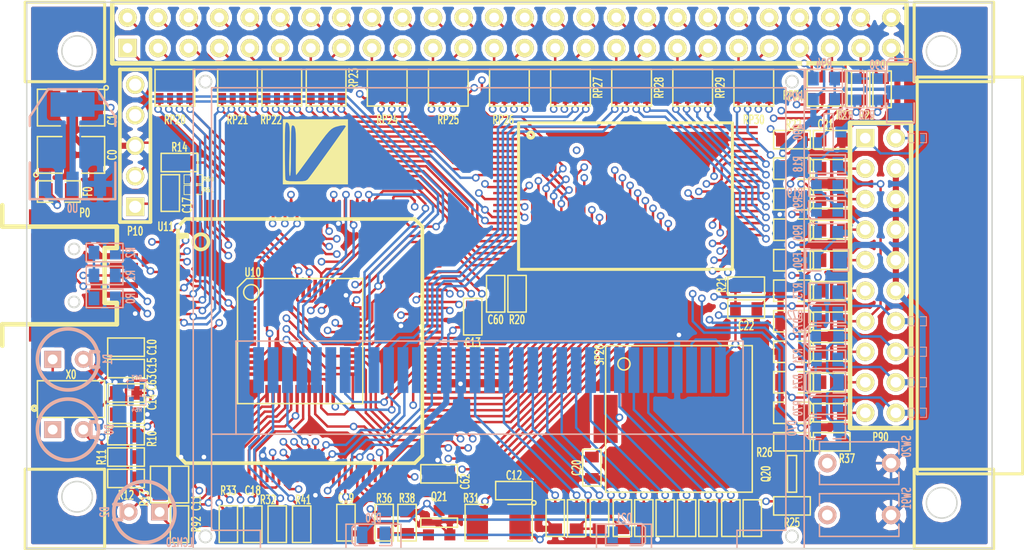
<source format=kicad_pcb>
(kicad_pcb (version 3) (host pcbnew "(2013-04-19 BZR 4011)-stable")
  (layers (15 Component signal) (2 InnerComponent signal hide) (1 InnerCopper signal hide) (0 Copper signal hide) (18 B.Paste user) (19 F.Paste user) (20 B.SilkS user) (21 F.SilkS user) (22 B.Mask user) (23 F.Mask user) (28 Edge.Cuts user))
  (net 0 "")
  (net 1 /5V)
  (net 2 /A0)
  (net 3 /A1)
  (net 4 /A10)
  (net 5 /A11)
  (net 6 /A12)
  (net 7 /A13)
  (net 8 /A14)
  (net 9 /A15)
  (net 10 /A16)
  (net 11 /A17)
  (net 12 /A18)
  (net 13 /A19)
  (net 14 /A2)
  (net 15 /A20)
  (net 16 /A21)
  (net 17 /A22)
  (net 18 /A23)
  (net 19 /A24)
  (net 20 /A25)
  (net 21 /A3)
  (net 22 /A4)
  (net 23 /A5)
  (net 24 /A6)
  (net 25 /A7)
  (net 26 /A8)
  (net 27 /A9)
  (net 28 /BACKLIGHT)
  (net 29 /BEEP)
  (net 30 /BOOT0)
  (net 31 /CAN_RX)
  (net 32 /CAN_TX)
  (net 33 /CLK)
  (net 34 /D0)
  (net 35 /D1)
  (net 36 /D10)
  (net 37 /D11)
  (net 38 /D12)
  (net 39 /D13)
  (net 40 /D14)
  (net 41 /D15)
  (net 42 /D2)
  (net 43 /D3)
  (net 44 /D4)
  (net 45 /D5)
  (net 46 /D6)
  (net 47 /D7)
  (net 48 /D8)
  (net 49 /D9)
  (net 50 /EBI_A0)
  (net 51 /EBI_A1)
  (net 52 /EBI_A10)
  (net 53 /EBI_A11)
  (net 54 /EBI_A12)
  (net 55 /EBI_A13)
  (net 56 /EBI_A14)
  (net 57 /EBI_A15)
  (net 58 /EBI_A16)
  (net 59 /EBI_A17)
  (net 60 /EBI_A18)
  (net 61 /EBI_A19)
  (net 62 /EBI_A2)
  (net 63 /EBI_A20)
  (net 64 /EBI_A21)
  (net 65 /EBI_A22)
  (net 66 /EBI_A23)
  (net 67 /EBI_A24)
  (net 68 /EBI_A25)
  (net 69 /EBI_A3)
  (net 70 /EBI_A4)
  (net 71 /EBI_A5)
  (net 72 /EBI_A6)
  (net 73 /EBI_A7)
  (net 74 /EBI_A8)
  (net 75 /EBI_A9)
  (net 76 /EBI_CLK)
  (net 77 /EBI_D0)
  (net 78 /EBI_D1)
  (net 79 /EBI_D10)
  (net 80 /EBI_D11)
  (net 81 /EBI_D12)
  (net 82 /EBI_D13)
  (net 83 /EBI_D14)
  (net 84 /EBI_D15)
  (net 85 /EBI_D2)
  (net 86 /EBI_D3)
  (net 87 /EBI_D4)
  (net 88 /EBI_D5)
  (net 89 /EBI_D6)
  (net 90 /EBI_D7)
  (net 91 /EBI_D8)
  (net 92 /EBI_D9)
  (net 93 /EBI_NCS0)
  (net 94 /EBI_NCS1)
  (net 95 /EBI_NCS2)
  (net 96 /EBI_NCS3)
  (net 97 /EBI_NLB)
  (net 98 /EBI_NOE)
  (net 99 /EBI_NUB)
  (net 100 /EBI_NWAIT)
  (net 101 /EBI_NWE)
  (net 102 /EBI_RDY0)
  (net 103 /KEY)
  (net 104 /LED_D)
  (net 105 /LED_G)
  (net 106 /LED_R)
  (net 107 /NCS0)
  (net 108 /NLB)
  (net 109 /NOE)
  (net 110 /NRST)
  (net 111 /NUB)
  (net 112 /NWAIT)
  (net 113 /NWE)
  (net 114 /OSC_IN)
  (net 115 /OSC_OUT)
  (net 116 /PWR_CTRL)
  (net 117 /P_ADC)
  (net 118 /P_GND)
  (net 119 /P_IO)
  (net 120 /P_RTCK)
  (net 121 /P_RXD)
  (net 122 /P_SDIO_D6)
  (net 123 /P_SDIO_D7)
  (net 124 /P_SRST)
  (net 125 /P_TCK)
  (net 126 /P_TDI)
  (net 127 /P_TDO)
  (net 128 /P_TMS)
  (net 129 /P_TRST)
  (net 130 /P_TXD)
  (net 131 /P_VCC)
  (net 132 /P_VREF)
  (net 133 /RDY0)
  (net 134 /SDIO_CK)
  (net 135 /SDIO_CMD)
  (net 136 /SDIO_D0)
  (net 137 /SDIO_D1)
  (net 138 /SDIO_D2)
  (net 139 /SDIO_D3)
  (net 140 /SDIO_D6)
  (net 141 /SDIO_D7)
  (net 142 /SELECT)
  (net 143 /SWCLK)
  (net 144 /SWDIO)
  (net 145 /T_ADC)
  (net 146 /T_IO)
  (net 147 /T_RTCK)
  (net 148 /T_VCC)
  (net 149 /USB_DM)
  (net 150 /USB_DP)
  (net 151 /USB_PU)
  (net 152 GND)
  (net 153 N-000063)
  (net 154 N-000064)
  (net 155 N-000065)
  (net 156 N-000066)
  (net 157 N-000067)
  (net 158 N-000070)
  (net 159 N-000071)
  (net 160 N-000075)
  (net 161 N-000076)
  (net 162 N-000083)
  (net 163 N-000084)
  (net 164 N-000085)
  (net 165 N-000087)
  (net 166 N-000090)
  (net 167 N-000091)
  (net 168 N-000092)
  (net 169 N-000135)
  (net 170 N-000139)
  (net 171 N-000141)
  (net 172 N-000146)
  (net 173 N-000156)
  (net 174 N-000157)
  (net 175 N-000158)
  (net 176 N-000159)
  (net 177 N-000160)
  (net 178 N-000161)
  (net 179 N-000198)
  (net 180 N-000199)
  (net 181 N-000206)
  (net 182 N-000208)
  (net 183 N-000210)
  (net 184 VCC)
  (module COG_12864_33P (layer Copper) (at 227.33 129.667 180)
    (fp_text reference LCM20 (at 26.543 -19.431 180) (layer B.SilkS) (effects (font (size 0.7112 0.4572) (thickness 0.1143)) (justify mirror)))
    (fp_text value COG_LCM_33P hide)
    (fp_circle (center -24.384 18.923) (end -24.384 19.431) (layer Edge.Cuts) (width 0.127))
    (fp_circle (center -24.384 -18.923) (end -24.384 -18.415) (layer Edge.Cuts) (width 0.127))
    (fp_circle (center 24.384 -18.923) (end 24.384 -18.415) (layer Edge.Cuts) (width 0.127))
    (fp_circle (center 24.384 18.923) (end 24.384 19.431) (layer Edge.Cuts) (width 0.127))
    (pad 17 smd rect (at 0.762 -5.08 180) (size 0.89916 3.81) (layers Copper B.Paste B.Mask))
    (pad 16 smd rect (at -0.43688 -5.08 180) (size 0.89916 3.81) (layers Copper B.Paste B.Mask) (net 176 N-000159))
    (pad 15 smd rect (at -1.6383 -5.08 180) (size 0.89916 3.81) (layers Copper B.Paste B.Mask) (net 175 N-000158))
    (pad 1 smd rect (at -18.43786 -5.08 180) (size 0.89916 3.81) (layers Copper B.Paste B.Mask) (net 184 VCC))
    (pad 2 smd rect (at -17.23898 -5.08 180) (size 0.89916 3.81) (layers Copper B.Paste B.Mask))
    (pad 3 smd rect (at -16.03756 -5.08 180) (size 0.89916 3.81) (layers Copper B.Paste B.Mask) (net 184 VCC))
    (pad 4 smd rect (at -14.83868 -5.08 180) (size 0.89916 3.81) (layers Copper B.Paste B.Mask) (net 152 GND))
    (pad 5 smd rect (at -13.63726 -5.08 180) (size 0.89916 3.81) (layers Copper B.Paste B.Mask))
    (pad 6 smd rect (at -12.43838 -5.08 180) (size 0.89916 3.81) (layers Copper B.Paste B.Mask) (net 178 N-000161))
    (pad 7 smd rect (at -11.23696 -5.08 180) (size 0.89916 3.81) (layers Copper B.Paste B.Mask) (net 181 N-000206))
    (pad 8 smd rect (at -10.03808 -5.08 180) (size 0.89916 3.81) (layers Copper B.Paste B.Mask) (net 177 N-000160))
    (pad 9 smd rect (at -8.8392 -5.08 180) (size 0.89916 3.81) (layers Copper B.Paste B.Mask) (net 157 N-000067))
    (pad 10 smd rect (at -7.63778 -5.08 180) (size 0.89916 3.81) (layers Copper B.Paste B.Mask) (net 172 N-000146))
    (pad 11 smd rect (at -6.4389 -5.08 180) (size 0.89916 3.81) (layers Copper B.Paste B.Mask) (net 153 N-000063))
    (pad 12 smd rect (at -5.23748 -5.08 180) (size 0.89916 3.81) (layers Copper B.Paste B.Mask) (net 183 N-000210))
    (pad 13 smd rect (at -4.0386 -5.08 180) (size 0.89916 3.81) (layers Copper B.Paste B.Mask) (net 174 N-000157))
    (pad 14 smd rect (at -2.83718 -5.08 180) (size 0.89916 3.81) (layers Copper B.Paste B.Mask) (net 154 N-000064))
    (pad 18 smd rect (at 1.96088 -5.08 180) (size 0.89916 3.81) (layers Copper B.Paste B.Mask) (net 155 N-000065))
    (pad 19 smd rect (at 3.1623 -5.08 180) (size 0.89916 3.81) (layers Copper B.Paste B.Mask) (net 152 GND))
    (pad 20 smd rect (at 4.36118 -5.08 180) (size 0.89916 3.81) (layers Copper B.Paste B.Mask) (net 184 VCC))
    (pad 21 smd rect (at 5.5626 -5.08 180) (size 0.89916 3.81) (layers Copper B.Paste B.Mask) (net 90 /EBI_D7))
    (pad 22 smd rect (at 6.76148 -5.08 180) (size 0.89916 3.81) (layers Copper B.Paste B.Mask) (net 89 /EBI_D6))
    (pad 23 smd rect (at 7.9629 -5.08 180) (size 0.89916 3.81) (layers Copper B.Paste B.Mask) (net 88 /EBI_D5))
    (pad 24 smd rect (at 9.16178 -5.08 180) (size 0.89916 3.81) (layers Copper B.Paste B.Mask) (net 87 /EBI_D4))
    (pad 25 smd rect (at 10.3632 -5.08 180) (size 0.89916 3.81) (layers Copper B.Paste B.Mask) (net 86 /EBI_D3))
    (pad 26 smd rect (at 11.56208 -5.08 180) (size 0.89916 3.81) (layers Copper B.Paste B.Mask) (net 85 /EBI_D2))
    (pad 27 smd rect (at 12.76096 -5.08 180) (size 0.89916 3.81) (layers Copper B.Paste B.Mask) (net 78 /EBI_D1))
    (pad 28 smd rect (at 13.96238 -5.08 180) (size 0.89916 3.81) (layers Copper B.Paste B.Mask) (net 77 /EBI_D0))
    (pad 29 smd rect (at 15.16126 -5.08 180) (size 0.89916 3.81) (layers Copper B.Paste B.Mask) (net 98 /EBI_NOE))
    (pad 30 smd rect (at 16.36268 -5.08 180) (size 0.89916 3.81) (layers Copper B.Paste B.Mask) (net 101 /EBI_NWE))
    (pad 31 smd rect (at 17.5641 -5.08 180) (size 0.89916 3.81) (layers Copper B.Paste B.Mask) (net 52 /EBI_A10))
    (pad 32 smd rect (at 18.76298 -5.08 180) (size 0.89916 3.81) (layers Copper B.Paste B.Mask) (net 159 N-000071))
    (pad 33 smd rect (at 19.96186 -5.08 180) (size 0.89916 3.81) (layers Copper B.Paste B.Mask) (net 96 /EBI_NCS3))
  )
  (module LQFP48B (layer Component) (at 210.82 132.334)
    (fp_text reference U10 (at -3.937 -5.715) (layer F.SilkS) (effects (font (size 0.7112 0.4572) (thickness 0.1143))))
    (fp_text value STM32-48PIN hide)
    (pad 39 smd rect (at 1.75006 -4.37642) (size 0.29972 1.45288) (layers Component F.Paste F.Mask) (net 134 /SDIO_CK))
    (pad 40 smd rect (at 1.24968 -4.37642) (size 0.29972 1.45288) (layers Component F.Paste F.Mask) (net 138 /SDIO_D2))
    (pad 41 smd rect (at 0.7493 -4.37642) (size 0.29972 1.45288) (layers Component F.Paste F.Mask) (net 146 /T_IO))
    (pad 42 smd rect (at 0.24892 -4.37642) (size 0.29972 1.45288) (layers Component F.Paste F.Mask) (net 138 /SDIO_D2))
    (pad 43 smd rect (at -0.24892 -4.37642) (size 0.29972 1.45288) (layers Component F.Paste F.Mask) (net 138 /SDIO_D2))
    (pad 44 smd rect (at -0.7493 -4.37642) (size 0.29972 1.45288) (layers Component F.Paste F.Mask) (net 30 /BOOT0))
    (pad 38 smd rect (at 2.25044 -4.37642) (size 0.29972 1.45288) (layers Component F.Paste F.Mask) (net 139 /SDIO_D3))
    (pad 37 smd rect (at 2.75082 -4.37642) (size 0.29972 1.45288) (layers Component F.Paste F.Mask) (net 143 /SWCLK))
    (pad 36 smd rect (at 4.37642 -2.75082) (size 1.45288 0.29972) (layers Component F.Paste F.Mask) (net 184 VCC))
    (pad 35 smd rect (at 4.37642 -2.25044) (size 1.45288 0.29972) (layers Component F.Paste F.Mask) (net 152 GND))
    (pad 34 smd rect (at 4.37642 -1.75006) (size 1.45288 0.29972) (layers Component F.Paste F.Mask) (net 144 /SWDIO))
    (pad 17 smd rect (at -0.7493 4.37642) (size 0.29972 1.45288) (layers Component F.Paste F.Mask) (net 29 /BEEP))
    (pad 16 smd rect (at -1.24968 4.37642) (size 0.29972 1.45288) (layers Component F.Paste F.Mask) (net 28 /BACKLIGHT))
    (pad 15 smd rect (at -1.75006 4.37642) (size 0.29972 1.45288) (layers Component F.Paste F.Mask) (net 142 /SELECT))
    (pad 14 smd rect (at -2.25044 4.37642) (size 0.29972 1.45288) (layers Component F.Paste F.Mask) (net 103 /KEY))
    (pad 13 smd rect (at -2.75082 4.37642) (size 0.29972 1.45288) (layers Component F.Paste F.Mask) (net 116 /PWR_CTRL))
    (pad 12 smd rect (at -4.37642 2.75082) (size 1.45288 0.29972) (layers Component F.Paste F.Mask) (net 104 /LED_D))
    (pad 18 smd rect (at -0.24892 4.37642) (size 0.29972 1.45288) (layers Component F.Paste F.Mask) (net 148 /T_VCC))
    (pad 19 smd rect (at 0.24892 4.37642) (size 0.29972 1.45288) (layers Component F.Paste F.Mask) (net 145 /T_ADC))
    (pad 20 smd rect (at 0.7493 4.37642) (size 0.29972 1.45288) (layers Component F.Paste F.Mask) (net 152 GND))
    (pad 21 smd rect (at 1.24968 4.37642) (size 0.29972 1.45288) (layers Component F.Paste F.Mask) (net 137 /SDIO_D1))
    (pad 22 smd rect (at 1.75006 4.37642) (size 0.29972 1.45288) (layers Component F.Paste F.Mask) (net 139 /SDIO_D3))
    (pad 6 smd rect (at -4.37642 -0.24892) (size 1.45288 0.29972) (layers Component F.Paste F.Mask) (net 115 /OSC_OUT))
    (pad 28 smd rect (at 4.37642 1.24968) (size 1.45288 0.29972) (layers Component F.Paste F.Mask) (net 135 /SDIO_CMD))
    (pad 7 smd rect (at -4.37642 0.24892) (size 1.45288 0.29972) (layers Component F.Paste F.Mask) (net 110 /NRST))
    (pad 27 smd rect (at 4.37642 1.75006) (size 1.45288 0.29972) (layers Component F.Paste F.Mask) (net 136 /SDIO_D0))
    (pad 26 smd rect (at 4.37642 2.25044) (size 1.45288 0.29972) (layers Component F.Paste F.Mask) (net 134 /SDIO_CK))
    (pad 8 smd rect (at -4.37642 0.7493) (size 1.45288 0.29972) (layers Component F.Paste F.Mask) (net 152 GND))
    (pad 9 smd rect (at -4.37642 1.24968) (size 1.45288 0.29972) (layers Component F.Paste F.Mask) (net 184 VCC))
    (pad 25 smd rect (at 4.37642 2.75082) (size 1.45288 0.29972) (layers Component F.Paste F.Mask) (net 139 /SDIO_D3))
    (pad 24 smd rect (at 2.75082 4.37642) (size 0.29972 1.45288) (layers Component F.Paste F.Mask) (net 184 VCC))
    (pad 10 smd rect (at -4.37642 1.75006) (size 1.45288 0.29972) (layers Component F.Paste F.Mask) (net 105 /LED_G))
    (pad 11 smd rect (at -4.37642 2.25044) (size 1.45288 0.29972) (layers Component F.Paste F.Mask) (net 106 /LED_R))
    (pad 23 smd rect (at 2.25044 4.37642) (size 0.29972 1.45288) (layers Component F.Paste F.Mask) (net 152 GND))
    (pad 29 smd rect (at 4.37642 0.7493) (size 1.45288 0.29972) (layers Component F.Paste F.Mask) (net 147 /T_RTCK))
    (pad 5 smd rect (at -4.37642 -0.7493) (size 1.45288 0.29972) (layers Component F.Paste F.Mask) (net 114 /OSC_IN))
    (pad 4 smd rect (at -4.37642 -1.24968) (size 1.45288 0.29972) (layers Component F.Paste F.Mask))
    (pad 30 smd rect (at 4.37642 0.24892) (size 1.45288 0.29972) (layers Component F.Paste F.Mask) (net 32 /CAN_TX))
    (pad 31 smd rect (at 4.37642 -0.24892) (size 1.45288 0.29972) (layers Component F.Paste F.Mask) (net 31 /CAN_RX))
    (pad 3 smd rect (at -4.37642 -1.75006) (size 1.45288 0.29972) (layers Component F.Paste F.Mask))
    (pad 2 smd rect (at -4.37642 -2.25044) (size 1.45288 0.29972) (layers Component F.Paste F.Mask) (net 151 /USB_PU))
    (pad 32 smd rect (at 4.37642 -0.7493) (size 1.45288 0.29972) (layers Component F.Paste F.Mask) (net 149 /USB_DM))
    (pad 33 smd rect (at 4.37642 -1.24968) (size 1.45288 0.29972) (layers Component F.Paste F.Mask) (net 150 /USB_DP))
    (pad 1 smd rect (at -4.37642 -2.75082) (size 1.45288 0.29972) (layers Component F.Paste F.Mask) (net 184 VCC))
    (pad 45 smd rect (at -1.24968 -4.37642) (size 0.29972 1.45288) (layers Component F.Paste F.Mask) (net 31 /CAN_RX))
    (pad 46 smd rect (at -1.75006 -4.37642) (size 0.29972 1.45288) (layers Component F.Paste F.Mask) (net 32 /CAN_TX))
    (pad 47 smd rect (at -2.25044 -4.37642) (size 0.29972 1.45288) (layers Component F.Paste F.Mask) (net 152 GND))
    (pad 48 smd rect (at -2.75082 -4.37642) (size 0.29972 1.45288) (layers Component F.Paste F.Mask) (net 184 VCC))
  )
  (module TQFP144 (layer Component) (at 210.82 132.334 90)
    (fp_text reference U11 (at 9.525 -11.176 180) (layer F.SilkS) (effects (font (size 0.7112 0.4572) (thickness 0.1143))))
    (fp_text value STM32-144PIN hide)
    (pad 1 smd rect (at 8.7503 -10.9855 90) (size 0.254 1.524) (layers Component F.Paste F.Mask) (net 66 /EBI_A23))
    (pad 2 smd rect (at 8.2423 -10.9855 90) (size 0.254 1.524) (layers Component F.Paste F.Mask) (net 61 /EBI_A19))
    (pad 3 smd rect (at 7.747 -10.9855 90) (size 0.254 1.524) (layers Component F.Paste F.Mask) (net 63 /EBI_A20))
    (pad 4 smd rect (at 7.2517 -10.9855 90) (size 0.254 1.524) (layers Component F.Paste F.Mask) (net 64 /EBI_A21))
    (pad 5 smd rect (at 6.7437 -10.9855 90) (size 0.254 1.524) (layers Component F.Paste F.Mask) (net 65 /EBI_A22))
    (pad 6 smd rect (at 6.2484 -10.9855 90) (size 0.254 1.524) (layers Component F.Paste F.Mask) (net 184 VCC))
    (pad 7 smd rect (at 5.7531 -10.9855 90) (size 0.254 1.524) (layers Component F.Paste F.Mask) (net 151 /USB_PU))
    (pad 8 smd rect (at 5.2451 -10.9855 90) (size 0.254 1.524) (layers Component F.Paste F.Mask))
    (pad 9 smd rect (at 4.7498 -10.9855 90) (size 0.254 1.524) (layers Component F.Paste F.Mask))
    (pad 10 smd rect (at 4.2545 -10.9855 90) (size 0.254 1.524) (layers Component F.Paste F.Mask) (net 50 /EBI_A0))
    (pad 11 smd rect (at 3.7465 -10.9855 90) (size 0.254 1.524) (layers Component F.Paste F.Mask) (net 51 /EBI_A1))
    (pad 12 smd rect (at 3.2512 -10.9855 90) (size 0.254 1.524) (layers Component F.Paste F.Mask) (net 62 /EBI_A2))
    (pad 13 smd rect (at 2.7559 -10.9855 90) (size 0.254 1.524) (layers Component F.Paste F.Mask) (net 69 /EBI_A3))
    (pad 14 smd rect (at 2.2479 -10.9855 90) (size 0.254 1.524) (layers Component F.Paste F.Mask) (net 70 /EBI_A4))
    (pad 15 smd rect (at 1.7526 -10.9855 90) (size 0.254 1.524) (layers Component F.Paste F.Mask) (net 71 /EBI_A5))
    (pad 16 smd rect (at 1.2573 -10.9855 90) (size 0.254 1.524) (layers Component F.Paste F.Mask) (net 152 GND))
    (pad 17 smd rect (at 0.7493 -10.9855 90) (size 0.254 1.524) (layers Component F.Paste F.Mask) (net 184 VCC))
    (pad 18 smd rect (at 0.254 -10.9855 90) (size 0.254 1.524) (layers Component F.Paste F.Mask))
    (pad 19 smd rect (at -0.254 -10.9855 90) (size 0.254 1.524) (layers Component F.Paste F.Mask))
    (pad 20 smd rect (at -0.7493 -10.9855 90) (size 0.254 1.524) (layers Component F.Paste F.Mask))
    (pad 21 smd rect (at -1.2573 -10.9855 90) (size 0.254 1.524) (layers Component F.Paste F.Mask))
    (pad 22 smd rect (at -1.7526 -10.9855 90) (size 0.254 1.524) (layers Component F.Paste F.Mask))
    (pad 23 smd rect (at -2.2479 -10.9855 90) (size 0.254 1.524) (layers Component F.Paste F.Mask) (net 114 /OSC_IN))
    (pad 24 smd rect (at -2.7559 -10.9855 90) (size 0.254 1.524) (layers Component F.Paste F.Mask) (net 115 /OSC_OUT))
    (pad 25 smd rect (at -3.2512 -10.9855 90) (size 0.254 1.524) (layers Component F.Paste F.Mask) (net 110 /NRST))
    (pad 26 smd rect (at -3.7465 -10.9855 90) (size 0.254 1.524) (layers Component F.Paste F.Mask))
    (pad 27 smd rect (at -4.2545 -10.9855 90) (size 0.254 1.524) (layers Component F.Paste F.Mask))
    (pad 28 smd rect (at -4.7498 -10.9855 90) (size 0.254 1.524) (layers Component F.Paste F.Mask))
    (pad 29 smd rect (at -5.2451 -10.9855 90) (size 0.254 1.524) (layers Component F.Paste F.Mask))
    (pad 30 smd rect (at -5.7531 -10.9855 90) (size 0.254 1.524) (layers Component F.Paste F.Mask) (net 162 N-000083))
    (pad 31 smd rect (at -6.2484 -10.9855 90) (size 0.254 1.524) (layers Component F.Paste F.Mask) (net 152 GND))
    (pad 32 smd rect (at -6.7437 -10.9855 90) (size 0.254 1.524) (layers Component F.Paste F.Mask) (net 184 VCC))
    (pad 33 smd rect (at -7.2517 -10.9855 90) (size 0.254 1.524) (layers Component F.Paste F.Mask) (net 184 VCC))
    (pad 34 smd rect (at -7.747 -10.9855 90) (size 0.254 1.524) (layers Component F.Paste F.Mask) (net 105 /LED_G))
    (pad 35 smd rect (at -8.2423 -10.9855 90) (size 0.254 1.524) (layers Component F.Paste F.Mask) (net 106 /LED_R))
    (pad 36 smd rect (at -8.7503 -10.9855 90) (size 0.254 1.524) (layers Component F.Paste F.Mask) (net 104 /LED_D))
    (pad 66 smd rect (at -10.9855 5.7531 90) (size 1.524 0.254) (layers Component F.Paste F.Mask) (net 79 /EBI_D10))
    (pad 67 smd rect (at -10.9855 6.2484 90) (size 1.524 0.254) (layers Component F.Paste F.Mask) (net 80 /EBI_D11))
    (pad 68 smd rect (at -10.9855 6.7437 90) (size 1.524 0.254) (layers Component F.Paste F.Mask) (net 81 /EBI_D12))
    (pad 69 smd rect (at -10.9855 7.2517 90) (size 1.524 0.254) (layers Component F.Paste F.Mask) (net 137 /SDIO_D1))
    (pad 70 smd rect (at -10.9855 7.747 90) (size 1.524 0.254) (layers Component F.Paste F.Mask) (net 139 /SDIO_D3))
    (pad 71 smd rect (at -10.9855 8.2423 90) (size 1.524 0.254) (layers Component F.Paste F.Mask) (net 163 N-000084))
    (pad 72 smd rect (at -10.9855 8.7503 90) (size 1.524 0.254) (layers Component F.Paste F.Mask) (net 184 VCC))
    (pad 114 smd rect (at 10.9855 6.2484 90) (size 1.524 0.254) (layers Component F.Paste F.Mask) (net 85 /EBI_D2))
    (pad 115 smd rect (at 10.9855 5.7531 90) (size 1.524 0.254) (layers Component F.Paste F.Mask) (net 86 /EBI_D3))
    (pad 116 smd rect (at 10.9855 5.2451 90) (size 1.524 0.254) (layers Component F.Paste F.Mask) (net 135 /SDIO_CMD))
    (pad 117 smd rect (at 10.9855 4.7498 90) (size 1.524 0.254) (layers Component F.Paste F.Mask) (net 76 /EBI_CLK))
    (pad 118 smd rect (at 10.9855 4.2545 90) (size 1.524 0.254) (layers Component F.Paste F.Mask) (net 98 /EBI_NOE))
    (pad 119 smd rect (at 10.9855 3.7465 90) (size 1.524 0.254) (layers Component F.Paste F.Mask) (net 101 /EBI_NWE))
    (pad 120 smd rect (at 10.9855 3.2512 90) (size 1.524 0.254) (layers Component F.Paste F.Mask) (net 152 GND))
    (pad 121 smd rect (at 10.9855 2.7559 90) (size 1.524 0.254) (layers Component F.Paste F.Mask) (net 184 VCC))
    (pad 122 smd rect (at 10.9855 2.2479 90) (size 1.524 0.254) (layers Component F.Paste F.Mask) (net 100 /EBI_NWAIT))
    (pad 123 smd rect (at 10.9855 1.7526 90) (size 1.524 0.254) (layers Component F.Paste F.Mask) (net 93 /EBI_NCS0))
    (pad 124 smd rect (at 10.9855 1.2573 90) (size 1.524 0.254) (layers Component F.Paste F.Mask) (net 94 /EBI_NCS1))
    (pad 125 smd rect (at 10.9855 0.7493 90) (size 1.524 0.254) (layers Component F.Paste F.Mask) (net 95 /EBI_NCS2))
    (pad 126 smd rect (at 10.9855 0.254 90) (size 1.524 0.254) (layers Component F.Paste F.Mask))
    (pad 127 smd rect (at 10.9855 -0.254 90) (size 1.524 0.254) (layers Component F.Paste F.Mask) (net 96 /EBI_NCS3))
    (pad 128 smd rect (at 10.9855 -0.7493 90) (size 1.524 0.254) (layers Component F.Paste F.Mask) (net 67 /EBI_A24))
    (pad 129 smd rect (at 10.9855 -1.2573 90) (size 1.524 0.254) (layers Component F.Paste F.Mask) (net 68 /EBI_A25))
    (pad 130 smd rect (at 10.9855 -1.7526 90) (size 1.524 0.254) (layers Component F.Paste F.Mask) (net 152 GND))
    (pad 131 smd rect (at 10.9855 -2.2479 90) (size 1.524 0.254) (layers Component F.Paste F.Mask) (net 184 VCC))
    (pad 132 smd rect (at 10.9855 -2.7559 90) (size 1.524 0.254) (layers Component F.Paste F.Mask))
    (pad 133 smd rect (at 10.9855 -3.2512 90) (size 1.524 0.254) (layers Component F.Paste F.Mask) (net 134 /SDIO_CK))
    (pad 134 smd rect (at 10.9855 -3.7465 90) (size 1.524 0.254) (layers Component F.Paste F.Mask) (net 138 /SDIO_D2))
    (pad 135 smd rect (at 10.9855 -4.2545 90) (size 1.524 0.254) (layers Component F.Paste F.Mask) (net 146 /T_IO))
    (pad 136 smd rect (at 10.9855 -4.7498 90) (size 1.524 0.254) (layers Component F.Paste F.Mask) (net 138 /SDIO_D2))
    (pad 137 smd rect (at 10.9855 -5.2451 90) (size 1.524 0.254) (layers Component F.Paste F.Mask) (net 138 /SDIO_D2))
    (pad 138 smd rect (at 10.9855 -5.7531 90) (size 1.524 0.254) (layers Component F.Paste F.Mask) (net 30 /BOOT0))
    (pad 139 smd rect (at 10.9855 -6.2484 90) (size 1.524 0.254) (layers Component F.Paste F.Mask) (net 31 /CAN_RX))
    (pad 140 smd rect (at 10.9855 -6.7437 90) (size 1.524 0.254) (layers Component F.Paste F.Mask) (net 32 /CAN_TX))
    (pad 141 smd rect (at 10.9855 -7.2517 90) (size 1.524 0.254) (layers Component F.Paste F.Mask) (net 97 /EBI_NLB))
    (pad 142 smd rect (at 10.9855 -7.747 90) (size 1.524 0.254) (layers Component F.Paste F.Mask) (net 99 /EBI_NUB))
    (pad 143 smd rect (at 10.9855 -8.2423 90) (size 1.524 0.254) (layers Component F.Paste F.Mask) (net 158 N-000070))
    (pad 144 smd rect (at 10.9855 -8.7503 90) (size 1.524 0.254) (layers Component F.Paste F.Mask) (net 184 VCC))
    (pad 37 smd rect (at -10.9855 -8.7503 90) (size 1.524 0.254) (layers Component F.Paste F.Mask) (net 116 /PWR_CTRL))
    (pad 38 smd rect (at -10.9855 -8.2423 90) (size 1.524 0.254) (layers Component F.Paste F.Mask) (net 152 GND))
    (pad 39 smd rect (at -10.9855 -7.747 90) (size 1.524 0.254) (layers Component F.Paste F.Mask) (net 184 VCC))
    (pad 40 smd rect (at -10.9855 -7.2517 90) (size 1.524 0.254) (layers Component F.Paste F.Mask) (net 103 /KEY))
    (pad 41 smd rect (at -10.9855 -6.7437 90) (size 1.524 0.254) (layers Component F.Paste F.Mask) (net 142 /SELECT))
    (pad 42 smd rect (at -10.9855 -6.2484 90) (size 1.524 0.254) (layers Component F.Paste F.Mask) (net 28 /BACKLIGHT))
    (pad 43 smd rect (at -10.9855 -5.7531 90) (size 1.524 0.254) (layers Component F.Paste F.Mask) (net 29 /BEEP))
    (pad 44 smd rect (at -10.9855 -5.2451 90) (size 1.524 0.254) (layers Component F.Paste F.Mask))
    (pad 45 smd rect (at -10.9855 -4.7498 90) (size 1.524 0.254) (layers Component F.Paste F.Mask))
    (pad 46 smd rect (at -10.9855 -4.2545 90) (size 1.524 0.254) (layers Component F.Paste F.Mask) (net 148 /T_VCC))
    (pad 47 smd rect (at -10.9855 -3.7465 90) (size 1.524 0.254) (layers Component F.Paste F.Mask) (net 145 /T_ADC))
    (pad 48 smd rect (at -10.9855 -3.2512 90) (size 1.524 0.254) (layers Component F.Paste F.Mask) (net 152 GND))
    (pad 49 smd rect (at -10.9855 -2.7559 90) (size 1.524 0.254) (layers Component F.Paste F.Mask))
    (pad 50 smd rect (at -10.9855 -2.2479 90) (size 1.524 0.254) (layers Component F.Paste F.Mask) (net 72 /EBI_A6))
    (pad 51 smd rect (at -10.9855 -1.7526 90) (size 1.524 0.254) (layers Component F.Paste F.Mask) (net 152 GND))
    (pad 52 smd rect (at -10.9855 -1.2573 90) (size 1.524 0.254) (layers Component F.Paste F.Mask) (net 184 VCC))
    (pad 53 smd rect (at -10.9855 -0.7493 90) (size 1.524 0.254) (layers Component F.Paste F.Mask) (net 73 /EBI_A7))
    (pad 54 smd rect (at -10.9855 -0.254 90) (size 1.524 0.254) (layers Component F.Paste F.Mask) (net 74 /EBI_A8))
    (pad 55 smd rect (at -10.9855 0.254 90) (size 1.524 0.254) (layers Component F.Paste F.Mask) (net 75 /EBI_A9))
    (pad 56 smd rect (at -10.9855 0.7493 90) (size 1.524 0.254) (layers Component F.Paste F.Mask) (net 52 /EBI_A10))
    (pad 57 smd rect (at -10.9855 1.2573 90) (size 1.524 0.254) (layers Component F.Paste F.Mask) (net 53 /EBI_A11))
    (pad 58 smd rect (at -10.9855 1.7526 90) (size 1.524 0.254) (layers Component F.Paste F.Mask) (net 87 /EBI_D4))
    (pad 59 smd rect (at -10.9855 2.2479 90) (size 1.524 0.254) (layers Component F.Paste F.Mask) (net 88 /EBI_D5))
    (pad 60 smd rect (at -10.9855 2.7559 90) (size 1.524 0.254) (layers Component F.Paste F.Mask) (net 89 /EBI_D6))
    (pad 61 smd rect (at -10.9855 3.2512 90) (size 1.524 0.254) (layers Component F.Paste F.Mask) (net 152 GND))
    (pad 62 smd rect (at -10.9855 3.7465 90) (size 1.524 0.254) (layers Component F.Paste F.Mask) (net 184 VCC))
    (pad 63 smd rect (at -10.9855 4.2545 90) (size 1.524 0.254) (layers Component F.Paste F.Mask) (net 90 /EBI_D7))
    (pad 64 smd rect (at -10.9855 4.7498 90) (size 1.524 0.254) (layers Component F.Paste F.Mask) (net 91 /EBI_D8))
    (pad 65 smd rect (at -10.9855 5.2451 90) (size 1.524 0.254) (layers Component F.Paste F.Mask) (net 92 /EBI_D9))
    (pad 78 smd rect (at -6.2484 10.9855 90) (size 0.254 1.524) (layers Component F.Paste F.Mask) (net 83 /EBI_D14))
    (pad 79 smd rect (at -5.7531 10.9855 90) (size 0.254 1.524) (layers Component F.Paste F.Mask) (net 84 /EBI_D15))
    (pad 80 smd rect (at -5.2451 10.9855 90) (size 0.254 1.524) (layers Component F.Paste F.Mask) (net 58 /EBI_A16))
    (pad 81 smd rect (at -4.7498 10.9855 90) (size 0.254 1.524) (layers Component F.Paste F.Mask) (net 59 /EBI_A17))
    (pad 82 smd rect (at -4.2545 10.9855 90) (size 0.254 1.524) (layers Component F.Paste F.Mask) (net 60 /EBI_A18))
    (pad 83 smd rect (at -3.7465 10.9855 90) (size 0.254 1.524) (layers Component F.Paste F.Mask) (net 152 GND))
    (pad 84 smd rect (at -3.2512 10.9855 90) (size 0.254 1.524) (layers Component F.Paste F.Mask) (net 184 VCC))
    (pad 85 smd rect (at -2.7559 10.9855 90) (size 0.254 1.524) (layers Component F.Paste F.Mask) (net 77 /EBI_D0))
    (pad 86 smd rect (at -2.2479 10.9855 90) (size 0.254 1.524) (layers Component F.Paste F.Mask) (net 78 /EBI_D1))
    (pad 87 smd rect (at -1.7526 10.9855 90) (size 0.254 1.524) (layers Component F.Paste F.Mask) (net 54 /EBI_A12))
    (pad 88 smd rect (at -1.2573 10.9855 90) (size 0.254 1.524) (layers Component F.Paste F.Mask) (net 55 /EBI_A13))
    (pad 89 smd rect (at -0.7493 10.9855 90) (size 0.254 1.524) (layers Component F.Paste F.Mask) (net 56 /EBI_A14))
    (pad 90 smd rect (at -0.254 10.9855 90) (size 0.254 1.524) (layers Component F.Paste F.Mask) (net 57 /EBI_A15))
    (pad 91 smd rect (at 0.254 10.9855 90) (size 0.254 1.524) (layers Component F.Paste F.Mask) (net 102 /EBI_RDY0))
    (pad 92 smd rect (at 0.7493 10.9855 90) (size 0.254 1.524) (layers Component F.Paste F.Mask))
    (pad 93 smd rect (at 1.2573 10.9855 90) (size 0.254 1.524) (layers Component F.Paste F.Mask))
    (pad 94 smd rect (at 1.7526 10.9855 90) (size 0.254 1.524) (layers Component F.Paste F.Mask) (net 152 GND))
    (pad 95 smd rect (at 2.2479 10.9855 90) (size 0.254 1.524) (layers Component F.Paste F.Mask) (net 184 VCC))
    (pad 96 smd rect (at 2.7559 10.9855 90) (size 0.254 1.524) (layers Component F.Paste F.Mask) (net 140 /SDIO_D6))
    (pad 97 smd rect (at 3.2512 10.9855 90) (size 0.254 1.524) (layers Component F.Paste F.Mask) (net 141 /SDIO_D7))
    (pad 98 smd rect (at 3.7465 10.9855 90) (size 0.254 1.524) (layers Component F.Paste F.Mask) (net 136 /SDIO_D0))
    (pad 99 smd rect (at 4.2545 10.9855 90) (size 0.254 1.524) (layers Component F.Paste F.Mask) (net 137 /SDIO_D1))
    (pad 100 smd rect (at 4.7498 10.9855 90) (size 0.254 1.524) (layers Component F.Paste F.Mask) (net 147 /T_RTCK))
    (pad 101 smd rect (at 5.2451 10.9855 90) (size 0.254 1.524) (layers Component F.Paste F.Mask) (net 32 /CAN_TX))
    (pad 102 smd rect (at 5.7531 10.9855 90) (size 0.254 1.524) (layers Component F.Paste F.Mask) (net 31 /CAN_RX))
    (pad 103 smd rect (at 6.2484 10.9855 90) (size 0.254 1.524) (layers Component F.Paste F.Mask) (net 149 /USB_DM))
    (pad 104 smd rect (at 6.7437 10.9855 90) (size 0.254 1.524) (layers Component F.Paste F.Mask) (net 150 /USB_DP))
    (pad 105 smd rect (at 7.2517 10.9855 90) (size 0.254 1.524) (layers Component F.Paste F.Mask) (net 144 /SWDIO))
    (pad 106 smd rect (at 7.747 10.9855 90) (size 0.254 1.524) (layers Component F.Paste F.Mask) (net 164 N-000085))
    (pad 107 smd rect (at 8.2423 10.9855 90) (size 0.254 1.524) (layers Component F.Paste F.Mask) (net 152 GND))
    (pad 108 smd rect (at 8.7503 10.9855 90) (size 0.254 1.524) (layers Component F.Paste F.Mask) (net 184 VCC))
    (pad 73 smd rect (at -8.7503 10.9855 90) (size 0.254 1.524) (layers Component F.Paste F.Mask) (net 139 /SDIO_D3))
    (pad 74 smd rect (at -8.2423 10.9855 90) (size 0.254 1.524) (layers Component F.Paste F.Mask) (net 134 /SDIO_CK))
    (pad 75 smd rect (at -7.747 10.9855 90) (size 0.254 1.524) (layers Component F.Paste F.Mask) (net 136 /SDIO_D0))
    (pad 76 smd rect (at -7.2517 10.9855 90) (size 0.254 1.524) (layers Component F.Paste F.Mask) (net 135 /SDIO_CMD))
    (pad 77 smd rect (at -6.7437 10.9855 90) (size 0.254 1.524) (layers Component F.Paste F.Mask) (net 82 /EBI_D13))
    (pad 109 smd rect (at 10.9855 8.7503 90) (size 1.524 0.254) (layers Component F.Paste F.Mask) (net 143 /SWCLK))
    (pad 110 smd rect (at 10.9855 8.2423 90) (size 1.524 0.254) (layers Component F.Paste F.Mask) (net 139 /SDIO_D3))
    (pad 111 smd rect (at 10.9855 7.747 90) (size 1.524 0.254) (layers Component F.Paste F.Mask) (net 138 /SDIO_D2))
    (pad 112 smd rect (at 10.9855 7.2517 90) (size 1.524 0.254) (layers Component F.Paste F.Mask) (net 139 /SDIO_D3))
    (pad 113 smd rect (at 10.9855 6.7437 90) (size 1.524 0.254) (layers Component F.Paste F.Mask) (net 134 /SDIO_CK))
  )
  (module SOT23GDS (layer Copper) (at 254.762 114.935 270)
    (fp_text reference Q90 (at 0 2.54 270) (layer B.SilkS) (effects (font (size 0.7112 0.4572) (thickness 0.1143)) (justify mirror)))
    (fp_text value Si2333DS hide)
    (pad S smd rect (at -0.889 1.016 270) (size 0.9144 0.9144) (layers Copper B.Paste B.Mask) (net 184 VCC))
    (pad G smd rect (at 0.889 1.016 270) (size 0.9144 0.9144) (layers Copper B.Paste B.Mask) (net 167 N-000091))
    (pad D smd rect (at 0 -1.016 270) (size 0.9144 0.9144) (layers Copper B.Paste B.Mask) (net 168 N-000092))
  )
  (module SM1210L (layer Component) (at 191.77 116.84)
    (fp_text reference C0 (at 3.429 0 90) (layer F.SilkS) (effects (font (size 0.7112 0.4572) (thickness 0.1143))))
    (fp_text value 100uF hide)
    (pad 1 smd rect (at -1.778 0) (size 1.778 2.794) (layers Component F.Paste F.Mask) (net 1 /5V))
    (pad 2 smd rect (at 1.778 0) (size 1.778 2.794) (layers Component F.Paste F.Mask) (net 152 GND))
  )
  (module SM1210L (layer Component) (at 191.77 112.903 180)
    (fp_text reference C1 (at -3.429 -1.016 270) (layer F.SilkS) (effects (font (size 0.7112 0.4572) (thickness 0.1143))))
    (fp_text value 100uF hide)
    (pad 1 smd rect (at -1.778 0 180) (size 1.778 2.794) (layers Component F.Paste F.Mask) (net 184 VCC))
    (pad 2 smd rect (at 1.778 0 180) (size 1.778 2.794) (layers Component F.Paste F.Mask) (net 152 GND))
  )
  (module SM0805L (layer Component) (at 190.754 119.888 180)
    (fp_text reference F0 (at -2.413 0 270) (layer F.SilkS) (effects (font (size 0.7112 0.4572) (thickness 0.1143))))
    (fp_text value 200mA_FUSE hide)
    (pad 1 smd rect (at -1.0795 0 180) (size 1.143 1.397) (layers Component F.Paste F.Mask) (net 169 N-000135))
    (pad 2 smd rect (at 1.0795 0 180) (size 1.143 1.397) (layers Component F.Paste F.Mask) (net 1 /5V))
  )
  (module SM0805L (layer Copper) (at 254.635 125.603)
    (fp_text reference F90 (at -2.413 0 90) (layer B.SilkS) (effects (font (size 0.7112 0.4572) (thickness 0.1143)) (justify mirror)))
    (fp_text value 50mA_FUSE hide)
    (pad 1 smd rect (at -1.0795 0) (size 1.143 1.397) (layers Copper B.Paste B.Mask) (net 152 GND))
    (pad 2 smd rect (at 1.0795 0) (size 1.143 1.397) (layers Copper B.Paste B.Mask) (net 118 /P_GND))
  )
  (module SM0603L (layer Component) (at 255.016 120.523 180)
    (fp_text reference R83 hide)
    (fp_text value 240 hide)
    (pad 1 smd rect (at -0.889 0 180) (size 0.889 1.143) (layers Component F.Paste F.Mask) (net 126 /P_TDI))
    (pad 2 smd rect (at 0.889 0 180) (size 0.889 1.143) (layers Component F.Paste F.Mask) (net 135 /SDIO_CMD))
  )
  (module SM0603L (layer Component) (at 225.171 130.302 90)
    (fp_text reference C13 (at -2.159 0 180) (layer F.SilkS) (effects (font (size 0.7112 0.4572) (thickness 0.1143))))
    (fp_text value 100nF hide)
    (pad 1 smd rect (at -0.889 0 90) (size 0.889 1.143) (layers Component F.Paste F.Mask) (net 184 VCC))
    (pad 2 smd rect (at 0.889 0 90) (size 0.889 1.143) (layers Component F.Paste F.Mask) (net 152 GND))
  )
  (module SM0603L (layer Component) (at 196.342 140.208)
    (fp_text reference R10 (at 2.159 0.254 90) (layer F.SilkS) (effects (font (size 0.7112 0.4572) (thickness 0.1143))))
    (fp_text value 100K hide)
    (pad 1 smd rect (at -0.889 0) (size 0.889 1.143) (layers Component F.Paste F.Mask) (net 110 /NRST))
    (pad 2 smd rect (at 0.889 0) (size 0.889 1.143) (layers Component F.Paste F.Mask) (net 184 VCC))
  )
  (module SM0603L (layer Component) (at 196.342 141.986 180)
    (fp_text reference R11 (at 2.032 0 270) (layer F.SilkS) (effects (font (size 0.7112 0.4572) (thickness 0.1143))))
    (fp_text value 470 hide)
    (pad 1 smd rect (at -0.889 0 180) (size 0.889 1.143) (layers Component F.Paste F.Mask) (net 105 /LED_G))
    (pad 2 smd rect (at 0.889 0 180) (size 0.889 1.143) (layers Component F.Paste F.Mask) (net 170 N-000139))
  )
  (module SM0603L (layer Component) (at 196.342 143.764 180)
    (fp_text reference R12 (at 0 -1.397 180) (layer F.SilkS) (effects (font (size 0.7112 0.4572) (thickness 0.1143))))
    (fp_text value 3.3K hide)
    (pad 1 smd rect (at -0.889 0 180) (size 0.889 1.143) (layers Component F.Paste F.Mask) (net 106 /LED_R))
    (pad 2 smd rect (at 0.889 0 180) (size 0.889 1.143) (layers Component F.Paste F.Mask) (net 171 N-000141))
  )
  (module SM0603L (layer Component) (at 199.136 144.272 270)
    (fp_text reference R13 (at 1.143 1.27 270) (layer F.SilkS) (effects (font (size 0.7112 0.4572) (thickness 0.1143))))
    (fp_text value 3.3K hide)
    (pad 1 smd rect (at -0.889 0 270) (size 0.889 1.143) (layers Component F.Paste F.Mask) (net 104 /LED_D))
    (pad 2 smd rect (at 0.889 0 270) (size 0.889 1.143) (layers Component F.Paste F.Mask) (net 166 N-000090))
  )
  (module SM0603L (layer Component) (at 200.787 117.475)
    (fp_text reference R14 (at 0 -1.27) (layer F.SilkS) (effects (font (size 0.7112 0.4572) (thickness 0.1143))))
    (fp_text value 10K hide)
    (pad 1 smd rect (at -0.889 0) (size 0.889 1.143) (layers Component F.Paste F.Mask) (net 152 GND))
    (pad 2 smd rect (at 0.889 0) (size 0.889 1.143) (layers Component F.Paste F.Mask) (net 30 /BOOT0))
  )
  (module SM0603L (layer Copper) (at 254.635 117.602)
    (fp_text reference R18 (at -2.413 0 90) (layer B.SilkS) (effects (font (size 0.7112 0.4572) (thickness 0.1143)) (justify mirror)))
    (fp_text value 1K hide)
    (pad 1 smd rect (at -0.889 0) (size 0.889 1.143) (layers Copper B.Paste B.Mask) (net 132 /P_VREF))
    (pad 2 smd rect (at 0.889 0) (size 0.889 1.143) (layers Copper B.Paste B.Mask) (net 127 /P_TDO))
  )
  (module SM0603L (layer Copper) (at 254.635 119.507 180)
    (fp_text reference R19 (at 2.667 -0.508 180) (layer B.SilkS) (effects (font (size 0.7112 0.4572) (thickness 0.1143)) (justify mirror)))
    (fp_text value 1K hide)
    (pad 1 smd rect (at -0.889 0 180) (size 0.889 1.143) (layers Copper B.Paste B.Mask) (net 128 /P_TMS))
    (pad 2 smd rect (at 0.889 0 180) (size 0.889 1.143) (layers Copper B.Paste B.Mask) (net 132 /P_VREF))
  )
  (module SM0603L (layer Component) (at 228.854 128.397 270)
    (fp_text reference R20 (at 2.159 0 360) (layer F.SilkS) (effects (font (size 0.7112 0.4572) (thickness 0.1143))))
    (fp_text value 10K hide)
    (pad 1 smd rect (at -0.889 0 270) (size 0.889 1.143) (layers Component F.Paste F.Mask) (net 95 /EBI_NCS2))
    (pad 2 smd rect (at 0.889 0 270) (size 0.889 1.143) (layers Component F.Paste F.Mask) (net 184 VCC))
  )
  (module SM0603L (layer Component) (at 255.016 138.303 180)
    (fp_text reference R80 hide)
    (fp_text value 240 hide)
    (pad 1 smd rect (at -0.889 0 180) (size 0.889 1.143) (layers Component F.Paste F.Mask) (net 121 /P_RXD))
    (pad 2 smd rect (at 0.889 0 180) (size 0.889 1.143) (layers Component F.Paste F.Mask) (net 31 /CAN_RX))
  )
  (module SM0603L (layer Component) (at 196.342 138.43)
    (fp_text reference C14 (at 2.159 -1.016 90) (layer F.SilkS) (effects (font (size 0.7112 0.4572) (thickness 0.1143))))
    (fp_text value 1uF hide)
    (pad 1 smd rect (at -0.889 0) (size 0.889 1.143) (layers Component F.Paste F.Mask) (net 110 /NRST))
    (pad 2 smd rect (at 0.889 0) (size 0.889 1.143) (layers Component F.Paste F.Mask) (net 152 GND))
  )
  (module SM0603L (layer Component) (at 255.016 117.983 180)
    (fp_text reference R82 hide)
    (fp_text value 240 hide)
    (pad 1 smd rect (at -0.889 0 180) (size 0.889 1.143) (layers Component F.Paste F.Mask) (net 129 /P_TRST))
    (pad 2 smd rect (at 0.889 0 180) (size 0.889 1.143) (layers Component F.Paste F.Mask) (net 137 /SDIO_D1))
  )
  (module SM0603L (layer Component) (at 255.016 135.763 180)
    (fp_text reference R81 hide)
    (fp_text value 240 hide)
    (pad 1 smd rect (at -0.889 0 180) (size 0.889 1.143) (layers Component F.Paste F.Mask) (net 130 /P_TXD))
    (pad 2 smd rect (at 0.889 0 180) (size 0.889 1.143) (layers Component F.Paste F.Mask) (net 32 /CAN_TX))
  )
  (module SM0603L (layer Component) (at 255.016 123.063 180)
    (fp_text reference R84 hide)
    (fp_text value 68 hide)
    (pad 1 smd rect (at -0.889 0 180) (size 0.889 1.143) (layers Component F.Paste F.Mask) (net 128 /P_TMS))
    (pad 2 smd rect (at 0.889 0 180) (size 0.889 1.143) (layers Component F.Paste F.Mask) (net 138 /SDIO_D2))
  )
  (module SM0603L (layer Component) (at 255.016 125.603 180)
    (fp_text reference R85 hide)
    (fp_text value 240 hide)
    (pad 1 smd rect (at -0.889 0 180) (size 0.889 1.143) (layers Component F.Paste F.Mask) (net 125 /P_TCK))
    (pad 2 smd rect (at 0.889 0 180) (size 0.889 1.143) (layers Component F.Paste F.Mask) (net 134 /SDIO_CK))
  )
  (module SM0603L (layer Component) (at 255.016 130.683 180)
    (fp_text reference R86 hide)
    (fp_text value 240 hide)
    (pad 1 smd rect (at -0.889 0 180) (size 0.889 1.143) (layers Component F.Paste F.Mask) (net 127 /P_TDO))
    (pad 2 smd rect (at 0.889 0 180) (size 0.889 1.143) (layers Component F.Paste F.Mask) (net 136 /SDIO_D0))
  )
  (module SM0603L (layer Component) (at 255.016 133.223 180)
    (fp_text reference R87 hide)
    (fp_text value 240 hide)
    (pad 1 smd rect (at -0.889 0 180) (size 0.889 1.143) (layers Component F.Paste F.Mask) (net 124 /P_SRST))
    (pad 2 smd rect (at 0.889 0 180) (size 0.889 1.143) (layers Component F.Paste F.Mask) (net 139 /SDIO_D3))
  )
  (module SM0603L (layer Component) (at 255.016 128.143 180)
    (fp_text reference R88 hide)
    (fp_text value 240 hide)
    (pad 1 smd rect (at -0.889 0 180) (size 0.889 1.143) (layers Component F.Paste F.Mask) (net 120 /P_RTCK))
    (pad 2 smd rect (at 0.889 0 180) (size 0.889 1.143) (layers Component F.Paste F.Mask) (net 147 /T_RTCK))
  )
  (module SM0603L (layer Copper) (at 254.635 123.317 180)
    (fp_text reference R90 (at 2.413 0 270) (layer B.SilkS) (effects (font (size 0.7112 0.4572) (thickness 0.1143)) (justify mirror)))
    (fp_text value 1K hide)
    (pad 1 smd rect (at -0.889 0 180) (size 0.889 1.143) (layers Copper B.Paste B.Mask) (net 152 GND))
    (pad 2 smd rect (at 0.889 0 180) (size 0.889 1.143) (layers Copper B.Paste B.Mask) (net 148 /T_VCC))
  )
  (module SM0603L (layer Copper) (at 254.635 121.412 180)
    (fp_text reference R91 (at 2.413 0.381 270) (layer B.SilkS) (effects (font (size 0.7112 0.4572) (thickness 0.1143)) (justify mirror)))
    (fp_text value 1K hide)
    (pad 1 smd rect (at -0.889 0 180) (size 0.889 1.143) (layers Copper B.Paste B.Mask) (net 132 /P_VREF))
    (pad 2 smd rect (at 0.889 0 180) (size 0.889 1.143) (layers Copper B.Paste B.Mask) (net 148 /T_VCC))
  )
  (module SM0603L (layer Copper) (at 254.381 110.49)
    (fp_text reference R94 (at 0 -1.27) (layer B.SilkS) (effects (font (size 0.7112 0.4572) (thickness 0.1143)) (justify mirror)))
    (fp_text value 1K hide)
    (pad 1 smd rect (at -0.889 0) (size 0.889 1.143) (layers Copper B.Paste B.Mask) (net 116 /PWR_CTRL))
    (pad 2 smd rect (at 0.889 0) (size 0.889 1.143) (layers Copper B.Paste B.Mask) (net 167 N-000091))
  )
  (module SM0603L (layer Copper) (at 254.381 112.268 180)
    (fp_text reference R95 (at 2.413 0.254 180) (layer B.SilkS) (effects (font (size 0.7112 0.4572) (thickness 0.1143)) (justify mirror)))
    (fp_text value 100K hide)
    (pad 1 smd rect (at -0.889 0 180) (size 0.889 1.143) (layers Copper B.Paste B.Mask) (net 167 N-000091))
    (pad 2 smd rect (at 0.889 0 180) (size 0.889 1.143) (layers Copper B.Paste B.Mask) (net 184 VCC))
  )
  (module SM0603L (layer Component) (at 228.6 144.78)
    (fp_text reference C12 (at 0 -1.27) (layer F.SilkS) (effects (font (size 0.7112 0.4572) (thickness 0.1143))))
    (fp_text value 100nF hide)
    (pad 1 smd rect (at -0.889 0) (size 0.889 1.143) (layers Component F.Paste F.Mask) (net 184 VCC))
    (pad 2 smd rect (at 0.889 0) (size 0.889 1.143) (layers Component F.Paste F.Mask) (net 152 GND))
  )
  (module SM0603L (layer Component) (at 200.787 144.272 90)
    (fp_text reference C11 (at -1.524 1.397 90) (layer F.SilkS) (effects (font (size 0.7112 0.4572) (thickness 0.1143))))
    (fp_text value 100nF hide)
    (pad 1 smd rect (at -0.889 0 90) (size 0.889 1.143) (layers Component F.Paste F.Mask) (net 184 VCC))
    (pad 2 smd rect (at 0.889 0 90) (size 0.889 1.143) (layers Component F.Paste F.Mask) (net 152 GND))
  )
  (module SM0603L (layer Component) (at 196.342 132.842 180)
    (fp_text reference C10 (at -2.159 0 270) (layer F.SilkS) (effects (font (size 0.7112 0.4572) (thickness 0.1143))))
    (fp_text value 100nF hide)
    (pad 1 smd rect (at -0.889 0 180) (size 0.889 1.143) (layers Component F.Paste F.Mask) (net 184 VCC))
    (pad 2 smd rect (at 0.889 0 180) (size 0.889 1.143) (layers Component F.Paste F.Mask) (net 152 GND))
  )
  (module SM0603L (layer Component) (at 196.342 134.62 180)
    (fp_text reference C15 (at -2.159 0.254 270) (layer F.SilkS) (effects (font (size 0.7112 0.4572) (thickness 0.1143))))
    (fp_text value 100pF hide)
    (pad 1 smd rect (at -0.889 0 180) (size 0.889 1.143) (layers Component F.Paste F.Mask) (net 114 /OSC_IN))
    (pad 2 smd rect (at 0.889 0 180) (size 0.889 1.143) (layers Component F.Paste F.Mask) (net 161 N-000076))
  )
  (module DSM1206 (layer Copper) (at 260.731 111.633 90)
    (fp_text reference D90 (at 2.286 -1.905 180) (layer B.SilkS) (effects (font (size 0.7112 0.4572) (thickness 0.1143)) (justify mirror)))
    (fp_text value 1N5817 hide)
    (pad 1 smd rect (at -1.651 0 90) (size 1.524 2.032) (layers Copper B.Paste B.Mask) (net 168 N-000092))
    (pad 2 smd rect (at 1.651 0 90) (size 1.524 2.032) (layers Copper B.Paste B.Mask) (net 131 /P_VCC))
  )
  (module DSM0805 (layer Component) (at 251.714 117.983 180)
    (fp_text reference D82 hide)
    (fp_text value ZD5.1 hide)
    (pad 2 smd rect (at -0.9525 0 180) (size 0.889 1.397) (layers Component F.Paste F.Mask) (net 137 /SDIO_D1))
    (pad 1 smd rect (at 0.9525 0 180) (size 0.889 1.397) (layers Component F.Paste F.Mask) (net 152 GND))
  )
  (module DSM0805 (layer Component) (at 251.714 120.523 180)
    (fp_text reference D83 hide)
    (fp_text value ZD5.1 hide)
    (pad 2 smd rect (at -0.9525 0 180) (size 0.889 1.397) (layers Component F.Paste F.Mask) (net 135 /SDIO_CMD))
    (pad 1 smd rect (at 0.9525 0 180) (size 0.889 1.397) (layers Component F.Paste F.Mask) (net 152 GND))
  )
  (module DSM0805 (layer Component) (at 251.714 123.063 180)
    (fp_text reference D84 hide)
    (fp_text value ZD5.1 hide)
    (pad 2 smd rect (at -0.9525 0 180) (size 0.889 1.397) (layers Component F.Paste F.Mask) (net 138 /SDIO_D2))
    (pad 1 smd rect (at 0.9525 0 180) (size 0.889 1.397) (layers Component F.Paste F.Mask) (net 152 GND))
  )
  (module DSM0805 (layer Component) (at 251.714 125.603 180)
    (fp_text reference D85 hide)
    (fp_text value ZD5.1 hide)
    (pad 2 smd rect (at -0.9525 0 180) (size 0.889 1.397) (layers Component F.Paste F.Mask) (net 134 /SDIO_CK))
    (pad 1 smd rect (at 0.9525 0 180) (size 0.889 1.397) (layers Component F.Paste F.Mask) (net 152 GND))
  )
  (module DSM0805 (layer Component) (at 251.714 130.683 180)
    (fp_text reference D86 hide)
    (fp_text value ZD5.1 hide)
    (pad 2 smd rect (at -0.9525 0 180) (size 0.889 1.397) (layers Component F.Paste F.Mask) (net 136 /SDIO_D0))
    (pad 1 smd rect (at 0.9525 0 180) (size 0.889 1.397) (layers Component F.Paste F.Mask) (net 152 GND))
  )
  (module DSM0805 (layer Component) (at 251.714 128.143 180)
    (fp_text reference D88 hide)
    (fp_text value ZD5.1 hide)
    (pad 2 smd rect (at -0.9525 0 180) (size 0.889 1.397) (layers Component F.Paste F.Mask) (net 147 /T_RTCK))
    (pad 1 smd rect (at 0.9525 0 180) (size 0.889 1.397) (layers Component F.Paste F.Mask) (net 152 GND))
  )
  (module DSM0805 (layer Component) (at 251.714 133.223 180)
    (fp_text reference D87 hide)
    (fp_text value ZD5.1 hide)
    (pad 2 smd rect (at -0.9525 0 180) (size 0.889 1.397) (layers Component F.Paste F.Mask) (net 139 /SDIO_D3))
    (pad 1 smd rect (at 0.9525 0 180) (size 0.889 1.397) (layers Component F.Paste F.Mask) (net 152 GND))
  )
  (module DSM0805 (layer Component) (at 251.714 135.763 180)
    (fp_text reference D81 hide)
    (fp_text value ZD5.1 hide)
    (pad 2 smd rect (at -0.9525 0 180) (size 0.889 1.397) (layers Component F.Paste F.Mask) (net 32 /CAN_TX))
    (pad 1 smd rect (at 0.9525 0 180) (size 0.889 1.397) (layers Component F.Paste F.Mask) (net 152 GND))
  )
  (module DSM0805 (layer Component) (at 251.714 138.303 180)
    (fp_text reference D80 hide)
    (fp_text value ZD5.1 hide)
    (pad 2 smd rect (at -0.9525 0 180) (size 0.889 1.397) (layers Component F.Paste F.Mask) (net 31 /CAN_RX))
    (pad 1 smd rect (at 0.9525 0 180) (size 0.889 1.397) (layers Component F.Paste F.Mask) (net 152 GND))
  )
  (module SM0603L (layer Component) (at 200.025 120.015 90)
    (fp_text reference C17 (at -1.016 1.397 90) (layer F.SilkS) (effects (font (size 0.7112 0.4572) (thickness 0.1143))))
    (fp_text value 100nF hide)
    (pad 1 smd rect (at -0.889 0 90) (size 0.889 1.143) (layers Component F.Paste F.Mask) (net 184 VCC))
    (pad 2 smd rect (at 0.889 0 90) (size 0.889 1.143) (layers Component F.Paste F.Mask) (net 152 GND))
  )
  (module SM0603L (layer Component) (at 255.016 115.57)
    (fp_text reference C21 (at -0.508 -1.27) (layer F.SilkS) (effects (font (size 0.7112 0.4572) (thickness 0.1143))))
    (fp_text value 100nF hide)
    (pad 1 smd rect (at -0.889 0) (size 0.889 1.143) (layers Component F.Paste F.Mask) (net 184 VCC))
    (pad 2 smd rect (at 0.889 0) (size 0.889 1.143) (layers Component F.Paste F.Mask) (net 152 GND))
  )
  (module DSM0805 (layer Copper) (at 216.916 148.463)
    (fp_text reference D20 (at 0 -1.397) (layer B.SilkS) (effects (font (size 0.7112 0.4572) (thickness 0.1143)) (justify mirror)))
    (fp_text value LED_White hide)
    (pad 2 smd rect (at -0.9525 0) (size 0.889 1.397) (layers Copper B.Paste B.Mask) (net 173 N-000156))
    (pad 1 smd rect (at 0.9525 0) (size 0.889 1.397) (layers Copper B.Paste B.Mask) (net 180 N-000199))
  )
  (module DSM0805 (layer Copper) (at 237.744 148.463 180)
    (fp_text reference D21 (at 0 1.397 180) (layer B.SilkS) (effects (font (size 0.7112 0.4572) (thickness 0.1143)) (justify mirror)))
    (fp_text value LED_White hide)
    (pad 2 smd rect (at -0.9525 0 180) (size 0.889 1.397) (layers Copper B.Paste B.Mask) (net 173 N-000156))
    (pad 1 smd rect (at 0.9525 0 180) (size 0.889 1.397) (layers Copper B.Paste B.Mask) (net 180 N-000199))
  )
  (module DSM0805 (layer Copper) (at 254.635 139.573)
    (fp_text reference D70 (at -2.921 0 90) (layer B.SilkS) (effects (font (size 0.7112 0.4572) (thickness 0.1143)) (justify mirror)))
    (fp_text value ZD5.1 hide)
    (pad 2 smd rect (at -0.9525 0) (size 0.889 1.397) (layers Copper B.Paste B.Mask) (net 140 /SDIO_D6))
    (pad 1 smd rect (at 0.9525 0) (size 0.889 1.397) (layers Copper B.Paste B.Mask) (net 152 GND))
  )
  (module DSM0805 (layer Copper) (at 254.635 135.763)
    (fp_text reference D71 (at -2.413 0 90) (layer B.SilkS) (effects (font (size 0.7112 0.4572) (thickness 0.1143)) (justify mirror)))
    (fp_text value ZD5.1 hide)
    (pad 2 smd rect (at -0.9525 0) (size 0.889 1.397) (layers Copper B.Paste B.Mask) (net 141 /SDIO_D7))
    (pad 1 smd rect (at 0.9525 0) (size 0.889 1.397) (layers Copper B.Paste B.Mask) (net 152 GND))
  )
  (module DSM0805 (layer Copper) (at 254.635 131.953)
    (fp_text reference D72 (at -2.413 -0.889 90) (layer B.SilkS) (effects (font (size 0.7112 0.4572) (thickness 0.1143)) (justify mirror)))
    (fp_text value ZD3.3 hide)
    (pad 2 smd rect (at -0.9525 0) (size 0.889 1.397) (layers Copper B.Paste B.Mask) (net 146 /T_IO))
    (pad 1 smd rect (at 0.9525 0) (size 0.889 1.397) (layers Copper B.Paste B.Mask) (net 152 GND))
  )
  (module PIN_ARRAY_10x2 (layer Component) (at 259.08 126.873 270)
    (fp_text reference P90 (at 13.462 0 360) (layer F.SilkS) (effects (font (size 0.7112 0.4572) (thickness 0.1143))))
    (fp_text value CONN_10X2 hide)
    (pad 2 thru_hole circle (at -11.43 -1.27 270) (size 1.524 1.524) (drill 0.889) (layers *.Cu *.Mask F.SilkS) (net 131 /P_VCC))
    (pad 3 thru_hole circle (at -8.89 1.27 270) (size 1.524 1.524) (drill 0.889) (layers *.Cu *.Mask F.SilkS) (net 129 /P_TRST))
    (pad 1 thru_hole rect (at -11.43 1.27 270) (size 1.524 1.524) (drill 0.889) (layers *.Cu *.Mask F.SilkS) (net 132 /P_VREF))
    (pad 4 thru_hole circle (at -8.89 -1.27 270) (size 1.524 1.524) (drill 0.889) (layers *.Cu *.Mask F.SilkS) (net 118 /P_GND))
    (pad 5 thru_hole circle (at -6.35 1.27 270) (size 1.524 1.524) (drill 0.889) (layers *.Cu *.Mask F.SilkS) (net 126 /P_TDI))
    (pad 6 thru_hole circle (at -6.35 -1.27 270) (size 1.524 1.524) (drill 0.889) (layers *.Cu *.Mask F.SilkS) (net 118 /P_GND))
    (pad 7 thru_hole circle (at -3.81 1.27 270) (size 1.524 1.524) (drill 0.889) (layers *.Cu *.Mask F.SilkS) (net 128 /P_TMS))
    (pad 8 thru_hole circle (at -3.81 -1.27 270) (size 1.524 1.524) (drill 0.889) (layers *.Cu *.Mask F.SilkS) (net 118 /P_GND))
    (pad 9 thru_hole circle (at -1.27 1.27 270) (size 1.524 1.524) (drill 0.889) (layers *.Cu *.Mask F.SilkS) (net 125 /P_TCK))
    (pad 10 thru_hole circle (at -1.27 -1.27 270) (size 1.524 1.524) (drill 0.889) (layers *.Cu *.Mask F.SilkS) (net 118 /P_GND))
    (pad 11 thru_hole circle (at 1.27 1.27 270) (size 1.524 1.524) (drill 0.889) (layers *.Cu *.Mask F.SilkS) (net 120 /P_RTCK))
    (pad 12 thru_hole circle (at 1.27 -1.27 270) (size 1.524 1.524) (drill 0.889) (layers *.Cu *.Mask F.SilkS) (net 118 /P_GND))
    (pad 13 thru_hole circle (at 3.81 1.27 270) (size 1.524 1.524) (drill 0.889) (layers *.Cu *.Mask F.SilkS) (net 127 /P_TDO))
    (pad 14 thru_hole circle (at 3.81 -1.27 270) (size 1.524 1.524) (drill 0.889) (layers *.Cu *.Mask F.SilkS) (net 117 /P_ADC))
    (pad 15 thru_hole circle (at 6.35 1.27 270) (size 1.524 1.524) (drill 0.889) (layers *.Cu *.Mask F.SilkS) (net 124 /P_SRST))
    (pad 16 thru_hole circle (at 6.35 -1.27 270) (size 1.524 1.524) (drill 0.889) (layers *.Cu *.Mask F.SilkS) (net 119 /P_IO))
    (pad 17 thru_hole circle (at 8.89 1.27 270) (size 1.524 1.524) (drill 0.889) (layers *.Cu *.Mask F.SilkS) (net 130 /P_TXD))
    (pad 18 thru_hole circle (at 8.89 -1.27 270) (size 1.524 1.524) (drill 0.889) (layers *.Cu *.Mask F.SilkS) (net 123 /P_SDIO_D7))
    (pad 19 thru_hole circle (at 11.43 1.27 270) (size 1.524 1.524) (drill 0.889) (layers *.Cu *.Mask F.SilkS) (net 121 /P_RXD))
    (pad 20 thru_hole circle (at 11.43 -1.27 270) (size 1.524 1.524) (drill 0.889) (layers *.Cu *.Mask F.SilkS) (net 122 /P_SDIO_D6))
  )
  (module SM0603L (layer Component) (at 247.904 127.762 180)
    (fp_text reference R21 (at 2.032 0.127 270) (layer F.SilkS) (effects (font (size 0.7112 0.4572) (thickness 0.1143))))
    (fp_text value 10K hide)
    (pad 1 smd rect (at -0.889 0 180) (size 0.889 1.143) (layers Component F.Paste F.Mask) (net 94 /EBI_NCS1))
    (pad 2 smd rect (at 0.889 0 180) (size 0.889 1.143) (layers Component F.Paste F.Mask) (net 184 VCC))
  )
  (module SM0603L (layer Component) (at 251.714 115.57)
    (fp_text reference R22 (at 0.127 -1.27) (layer F.SilkS) (effects (font (size 0.7112 0.4572) (thickness 0.1143))))
    (fp_text value 10K hide)
    (pad 1 smd rect (at -0.889 0) (size 0.889 1.143) (layers Component F.Paste F.Mask) (net 100 /EBI_NWAIT))
    (pad 2 smd rect (at 0.889 0) (size 0.889 1.143) (layers Component F.Paste F.Mask) (net 184 VCC))
  )
  (module SM0603L (layer Component) (at 251.714 146.05)
    (fp_text reference R25 (at 0 1.397) (layer F.SilkS) (effects (font (size 0.7112 0.4572) (thickness 0.1143))))
    (fp_text value 1K hide)
    (pad 1 smd rect (at -0.889 0) (size 0.889 1.143) (layers Component F.Paste F.Mask) (net 29 /BEEP))
    (pad 2 smd rect (at 0.889 0) (size 0.889 1.143) (layers Component F.Paste F.Mask) (net 156 N-000066))
  )
  (module SM0603L (layer Component) (at 251.714 140.716 180)
    (fp_text reference R26 (at 2.286 -0.889 180) (layer F.SilkS) (effects (font (size 0.7112 0.4572) (thickness 0.1143))))
    (fp_text value 1K hide)
    (pad 1 smd rect (at -0.889 0 180) (size 0.889 1.143) (layers Component F.Paste F.Mask) (net 184 VCC))
    (pad 2 smd rect (at 0.889 0 180) (size 0.889 1.143) (layers Component F.Paste F.Mask) (net 179 N-000198))
  )
  (module SM0603L (layer Component) (at 257.429 111.379 270)
    (fp_text reference R27 (at 2.159 1.397 360) (layer F.SilkS) (effects (font (size 0.7112 0.4572) (thickness 0.1143))))
    (fp_text value 22 hide)
    (pad 1 smd rect (at -0.889 0 270) (size 0.889 1.143) (layers Component F.Paste F.Mask) (net 107 /NCS0))
    (pad 2 smd rect (at 0.889 0 270) (size 0.889 1.143) (layers Component F.Paste F.Mask) (net 93 /EBI_NCS0))
  )
  (module SM0603L (layer Copper) (at 254.635 137.668 180)
    (fp_text reference R70 (at 2.413 -0.254 270) (layer B.SilkS) (effects (font (size 0.7112 0.4572) (thickness 0.1143)) (justify mirror)))
    (fp_text value NC hide)
    (pad 1 smd rect (at -0.889 0 180) (size 0.889 1.143) (layers Copper B.Paste B.Mask) (net 122 /P_SDIO_D6))
    (pad 2 smd rect (at 0.889 0 180) (size 0.889 1.143) (layers Copper B.Paste B.Mask) (net 140 /SDIO_D6))
  )
  (module SM0603L (layer Copper) (at 254.635 133.858 180)
    (fp_text reference R71 (at 2.413 0.254 270) (layer B.SilkS) (effects (font (size 0.7112 0.4572) (thickness 0.1143)) (justify mirror)))
    (fp_text value NC hide)
    (pad 1 smd rect (at -0.889 0 180) (size 0.889 1.143) (layers Copper B.Paste B.Mask) (net 123 /P_SDIO_D7))
    (pad 2 smd rect (at 0.889 0 180) (size 0.889 1.143) (layers Copper B.Paste B.Mask) (net 141 /SDIO_D7))
  )
  (module SM0603L (layer Copper) (at 254.635 130.048 180)
    (fp_text reference R72 (at 2.667 -0.127 180) (layer B.SilkS) (effects (font (size 0.7112 0.4572) (thickness 0.1143)) (justify mirror)))
    (fp_text value NC hide)
    (pad 1 smd rect (at -0.889 0 180) (size 0.889 1.143) (layers Copper B.Paste B.Mask) (net 119 /P_IO))
    (pad 2 smd rect (at 0.889 0 180) (size 0.889 1.143) (layers Copper B.Paste B.Mask) (net 146 /T_IO))
  )
  (module SM0603L (layer Copper) (at 254.635 128.27 180)
    (fp_text reference R73 (at 2.413 0.127 270) (layer B.SilkS) (effects (font (size 0.7112 0.4572) (thickness 0.1143)) (justify mirror)))
    (fp_text value NC hide)
    (pad 1 smd rect (at -0.889 0 180) (size 0.889 1.143) (layers Copper B.Paste B.Mask) (net 117 /P_ADC))
    (pad 2 smd rect (at 0.889 0 180) (size 0.889 1.143) (layers Copper B.Paste B.Mask) (net 145 /T_ADC))
  )
  (module SM0603L (layer Copper) (at 194.564 128.778 180)
    (fp_text reference R0 (at -2.159 0 270) (layer B.SilkS) (effects (font (size 0.7112 0.4572) (thickness 0.1143)) (justify mirror)))
    (fp_text value 22 hide)
    (pad 1 smd rect (at -0.889 0 180) (size 0.889 1.143) (layers Copper B.Paste B.Mask) (net 149 /USB_DM))
    (pad 2 smd rect (at 0.889 0 180) (size 0.889 1.143) (layers Copper B.Paste B.Mask) (net 165 N-000087))
  )
  (module SM0603L (layer Copper) (at 194.564 126.873 180)
    (fp_text reference R1 (at -2.159 0 270) (layer B.SilkS) (effects (font (size 0.7112 0.4572) (thickness 0.1143)) (justify mirror)))
    (fp_text value 22 hide)
    (pad 1 smd rect (at -0.889 0 180) (size 0.889 1.143) (layers Copper B.Paste B.Mask) (net 150 /USB_DP))
    (pad 2 smd rect (at 0.889 0 180) (size 0.889 1.143) (layers Copper B.Paste B.Mask) (net 160 N-000075))
  )
  (module SM0603L (layer Copper) (at 194.564 124.968 180)
    (fp_text reference R2 (at -2.159 0 270) (layer B.SilkS) (effects (font (size 0.7112 0.4572) (thickness 0.1143)) (justify mirror)))
    (fp_text value 1.5K hide)
    (pad 1 smd rect (at -0.889 0 180) (size 0.889 1.143) (layers Copper B.Paste B.Mask) (net 151 /USB_PU))
    (pad 2 smd rect (at 0.889 0 180) (size 0.889 1.143) (layers Copper B.Paste B.Mask) (net 160 N-000075))
  )
  (module KEY_3x6_2Pin (layer Copper) (at 257.302 142.494 180)
    (fp_text reference SW20 (at -3.937 1.397 270) (layer B.SilkS) (effects (font (size 0.7112 0.4572) (thickness 0.1143)) (justify mirror)))
    (fp_text value SW_PUSH hide)
    (pad 1 thru_hole circle (at 2.64922 0 180) (size 1.524 1.524) (drill 0.889) (layers *.Cu *.Mask B.SilkS) (net 142 /SELECT))
    (pad 2 thru_hole circle (at -2.64922 0 180) (size 1.524 1.524) (drill 0.889) (layers *.Cu *.Mask B.SilkS) (net 152 GND))
  )
  (module SOT223 (layer Copper) (at 191.897 115.951 180)
    (fp_text reference U0 (at 0 -5.334 180) (layer B.SilkS) (effects (font (size 0.7112 0.4572) (thickness 0.1143)) (justify mirror)))
    (fp_text value LM1117 hide)
    (pad 4 smd rect (at 0 3.302 180) (size 3.6576 2.032) (layers Copper B.Paste B.Mask) (net 184 VCC))
    (pad 2 smd rect (at 0 -3.302 180) (size 1.016 2.032) (layers Copper B.Paste B.Mask) (net 184 VCC))
    (pad 3 smd rect (at 2.286 -3.302 180) (size 1.016 2.032) (layers Copper B.Paste B.Mask) (net 1 /5V))
    (pad 1 smd rect (at -2.286 -3.302 180) (size 1.016 2.032) (layers Copper B.Paste B.Mask) (net 152 GND))
  )
  (module LEDV (layer Copper) (at 191.516 139.7)
    (fp_text reference D0 (at 3.429 0 90) (layer B.SilkS) (effects (font (size 0.7112 0.4572) (thickness 0.1143)) (justify mirror)))
    (fp_text value LED_Red hide)
    (pad 1 thru_hole rect (at -1.27 0) (size 1.397 1.397) (drill 0.8128) (layers *.Cu *.Mask B.SilkS) (net 184 VCC))
    (pad 2 thru_hole circle (at 1.27 0) (size 1.397 1.397) (drill 0.8128) (layers *.Cu *.Mask B.SilkS) (net 171 N-000141))
  )
  (module LEDV (layer Copper) (at 191.516 133.858)
    (fp_text reference D1 (at 3.302 0 90) (layer B.SilkS) (effects (font (size 0.7112 0.4572) (thickness 0.1143)) (justify mirror)))
    (fp_text value LED_Green hide)
    (pad 1 thru_hole rect (at -1.27 0) (size 1.397 1.397) (drill 0.8128) (layers *.Cu *.Mask B.SilkS) (net 184 VCC))
    (pad 2 thru_hole circle (at 1.27 0) (size 1.397 1.397) (drill 0.8128) (layers *.Cu *.Mask B.SilkS) (net 170 N-000139))
  )
  (module LEDV (layer Copper) (at 197.866 146.558 180)
    (fp_text reference D2 (at 3.302 0 270) (layer B.SilkS) (effects (font (size 0.7112 0.4572) (thickness 0.1143)) (justify mirror)))
    (fp_text value LED_Blue hide)
    (pad 1 thru_hole rect (at -1.27 0 180) (size 1.397 1.397) (drill 0.8128) (layers *.Cu *.Mask B.SilkS) (net 184 VCC))
    (pad 2 thru_hole circle (at 1.27 0 180) (size 1.397 1.397) (drill 0.8128) (layers *.Cu *.Mask B.SilkS) (net 166 N-000090))
  )
  (module SOT23EBC (layer Component) (at 251.714 143.383 270)
    (fp_text reference Q20 (at 0 2.159 270) (layer F.SilkS) (effects (font (size 0.7112 0.4572) (thickness 0.1143))))
    (fp_text value NPN hide)
    (pad 1 smd rect (at -0.889 -1.016 270) (size 0.9144 0.9144) (layers Component F.Paste F.Mask) (net 152 GND))
    (pad 2 smd rect (at 0.889 -1.016 270) (size 0.9144 0.9144) (layers Component F.Paste F.Mask) (net 156 N-000066))
    (pad 3 smd rect (at 0 1.016 270) (size 0.9144 0.9144) (layers Component F.Paste F.Mask) (net 179 N-000198))
  )
  (module KLJ-1230 (layer Component) (at 242.316 138.811 90)
    (fp_text reference SP20 (at 5.334 -6.604 90) (layer F.SilkS) (effects (font (size 0.7112 0.4572) (thickness 0.1143))))
    (fp_text value BEEPER hide)
    (pad 1 smd rect (at 0 -6.096 90) (size 4.0005 1.99898) (layers Component F.Paste F.Mask) (net 184 VCC))
    (pad 2 smd rect (at 0 6.096 90) (size 4.0005 1.99898) (layers Component F.Paste F.Mask) (net 179 N-000198))
  )
  (module MINIUSB_A (layer Component) (at 194.564 126.873)
    (fp_text reference P0 (at -1.651 -5.207) (layer F.SilkS) (effects (font (size 0.7112 0.4572) (thickness 0.1143))))
    (fp_text value USBMINI-B hide)
    (fp_circle (center -2.55016 2.19964) (end -2.99974 2.19964) (layer Edge.Cuts) (width 0.127))
    (fp_circle (center -2.55016 -2.19964) (end -2.99974 -2.19964) (layer Edge.Cuts) (width 0.127))
    (pad 0 smd rect (at -5.4991 -4.8006) (size 1.6002 1.39954) (layers Component F.Paste F.Mask) (net 152 GND))
    (pad 0 smd rect (at 0 -4.8006) (size 1.6002 1.39954) (layers Component F.Paste F.Mask) (net 152 GND))
    (pad 0 smd rect (at -5.4991 4.8006) (size 1.6002 1.39954) (layers Component F.Paste F.Mask) (net 152 GND))
    (pad 0 smd rect (at 0 4.8006) (size 1.6002 1.39954) (layers Component F.Paste F.Mask) (net 152 GND))
    (pad 1 smd rect (at 1.6002 -1.6002) (size 2.3495 0.50038) (layers Component F.Paste F.Mask) (net 169 N-000135))
    (pad 2 smd rect (at 1.6002 -0.8001) (size 2.3495 0.50038) (layers Component F.Paste F.Mask) (net 165 N-000087))
    (pad 3 smd rect (at 1.6002 0) (size 2.3495 0.50038) (layers Component F.Paste F.Mask) (net 160 N-000075))
    (pad 4 smd rect (at 1.6002 0.8001) (size 2.3495 0.50038) (layers Component F.Paste F.Mask))
    (pad 5 smd rect (at 1.6002 1.6002) (size 2.3495 0.50038) (layers Component F.Paste F.Mask) (net 152 GND))
  )
  (module PIN_ARRAY_26x2 (layer Component) (at 228.219 106.68)
    (fp_text reference P20 hide)
    (fp_text value CONN_26X2 hide)
    (pad 1 thru_hole rect (at -31.75 1.27) (size 1.524 1.524) (drill 0.8128) (layers *.Cu *.Mask F.SilkS) (net 2 /A0))
    (pad 2 thru_hole circle (at -31.75 -1.27) (size 1.524 1.524) (drill 0.8128) (layers *.Cu *.Mask F.SilkS) (net 3 /A1))
    (pad 3 thru_hole circle (at -29.21 1.27) (size 1.524 1.524) (drill 0.8128) (layers *.Cu *.Mask F.SilkS) (net 14 /A2))
    (pad 4 thru_hole circle (at -29.21 -1.27) (size 1.524 1.524) (drill 0.8128) (layers *.Cu *.Mask F.SilkS) (net 21 /A3))
    (pad 5 thru_hole circle (at -26.67 1.27) (size 1.524 1.524) (drill 0.8128) (layers *.Cu *.Mask F.SilkS) (net 22 /A4))
    (pad 6 thru_hole circle (at -26.67 -1.27) (size 1.524 1.524) (drill 0.8128) (layers *.Cu *.Mask F.SilkS) (net 23 /A5))
    (pad 7 thru_hole circle (at -24.13 1.27) (size 1.524 1.524) (drill 0.8128) (layers *.Cu *.Mask F.SilkS) (net 24 /A6))
    (pad 8 thru_hole circle (at -24.13 -1.27) (size 1.524 1.524) (drill 0.8128) (layers *.Cu *.Mask F.SilkS) (net 25 /A7))
    (pad 9 thru_hole circle (at -21.59 1.27) (size 1.524 1.524) (drill 0.8128) (layers *.Cu *.Mask F.SilkS) (net 26 /A8))
    (pad 10 thru_hole circle (at -21.59 -1.27) (size 1.524 1.524) (drill 0.8128) (layers *.Cu *.Mask F.SilkS) (net 27 /A9))
    (pad 11 thru_hole circle (at -19.05 1.27) (size 1.524 1.524) (drill 0.8128) (layers *.Cu *.Mask F.SilkS) (net 4 /A10))
    (pad 12 thru_hole circle (at -19.05 -1.27) (size 1.524 1.524) (drill 0.8128) (layers *.Cu *.Mask F.SilkS) (net 5 /A11))
    (pad 13 thru_hole circle (at -16.51 1.27) (size 1.524 1.524) (drill 0.8128) (layers *.Cu *.Mask F.SilkS) (net 6 /A12))
    (pad 14 thru_hole circle (at -16.51 -1.27) (size 1.524 1.524) (drill 0.8128) (layers *.Cu *.Mask F.SilkS) (net 7 /A13))
    (pad 15 thru_hole circle (at -13.97 1.27) (size 1.524 1.524) (drill 0.8128) (layers *.Cu *.Mask F.SilkS) (net 8 /A14))
    (pad 16 thru_hole circle (at -13.97 -1.27) (size 1.524 1.524) (drill 0.8128) (layers *.Cu *.Mask F.SilkS) (net 9 /A15))
    (pad 17 thru_hole circle (at -11.43 1.27) (size 1.524 1.524) (drill 0.8128) (layers *.Cu *.Mask F.SilkS) (net 10 /A16))
    (pad 18 thru_hole circle (at -11.43 -1.27) (size 1.524 1.524) (drill 0.8128) (layers *.Cu *.Mask F.SilkS) (net 11 /A17))
    (pad 19 thru_hole circle (at -8.89 1.27) (size 1.524 1.524) (drill 0.8128) (layers *.Cu *.Mask F.SilkS) (net 12 /A18))
    (pad 20 thru_hole circle (at -8.89 -1.27) (size 1.524 1.524) (drill 0.8128) (layers *.Cu *.Mask F.SilkS) (net 13 /A19))
    (pad 21 thru_hole circle (at -6.35 1.27) (size 1.524 1.524) (drill 0.8128) (layers *.Cu *.Mask F.SilkS) (net 15 /A20))
    (pad 22 thru_hole circle (at -6.35 -1.27) (size 1.524 1.524) (drill 0.8128) (layers *.Cu *.Mask F.SilkS) (net 16 /A21))
    (pad 23 thru_hole circle (at -3.81 1.27) (size 1.524 1.524) (drill 0.8128) (layers *.Cu *.Mask F.SilkS) (net 17 /A22))
    (pad 24 thru_hole circle (at -3.81 -1.27) (size 1.524 1.524) (drill 0.8128) (layers *.Cu *.Mask F.SilkS) (net 18 /A23))
    (pad 25 thru_hole circle (at -1.27 1.27) (size 1.524 1.524) (drill 0.8128) (layers *.Cu *.Mask F.SilkS) (net 19 /A24))
    (pad 26 thru_hole circle (at -1.27 -1.27) (size 1.524 1.524) (drill 0.8128) (layers *.Cu *.Mask F.SilkS) (net 20 /A25))
    (pad 27 thru_hole circle (at 1.27 1.27) (size 1.524 1.524) (drill 0.8128) (layers *.Cu *.Mask F.SilkS) (net 34 /D0))
    (pad 28 thru_hole circle (at 1.27 -1.27) (size 1.524 1.524) (drill 0.8128) (layers *.Cu *.Mask F.SilkS) (net 35 /D1))
    (pad 29 thru_hole circle (at 3.81 1.27) (size 1.524 1.524) (drill 0.8128) (layers *.Cu *.Mask F.SilkS) (net 42 /D2))
    (pad 30 thru_hole circle (at 3.81 -1.27) (size 1.524 1.524) (drill 0.8128) (layers *.Cu *.Mask F.SilkS) (net 43 /D3))
    (pad 31 thru_hole circle (at 6.35 1.27) (size 1.524 1.524) (drill 0.8128) (layers *.Cu *.Mask F.SilkS) (net 44 /D4))
    (pad 32 thru_hole circle (at 6.35 -1.27) (size 1.524 1.524) (drill 0.8128) (layers *.Cu *.Mask F.SilkS) (net 45 /D5))
    (pad 33 thru_hole circle (at 8.89 1.27) (size 1.524 1.524) (drill 0.8128) (layers *.Cu *.Mask F.SilkS) (net 46 /D6))
    (pad 34 thru_hole circle (at 8.89 -1.27) (size 1.524 1.524) (drill 0.8128) (layers *.Cu *.Mask F.SilkS) (net 47 /D7))
    (pad 35 thru_hole circle (at 11.43 1.27) (size 1.524 1.524) (drill 0.8128) (layers *.Cu *.Mask F.SilkS) (net 48 /D8))
    (pad 36 thru_hole circle (at 11.43 -1.27) (size 1.524 1.524) (drill 0.8128) (layers *.Cu *.Mask F.SilkS) (net 49 /D9))
    (pad 37 thru_hole circle (at 13.97 1.27) (size 1.524 1.524) (drill 0.8128) (layers *.Cu *.Mask F.SilkS) (net 36 /D10))
    (pad 38 thru_hole circle (at 13.97 -1.27) (size 1.524 1.524) (drill 0.8128) (layers *.Cu *.Mask F.SilkS) (net 37 /D11))
    (pad 39 thru_hole circle (at 16.51 1.27) (size 1.524 1.524) (drill 0.8128) (layers *.Cu *.Mask F.SilkS) (net 38 /D12))
    (pad 40 thru_hole circle (at 16.51 -1.27) (size 1.524 1.524) (drill 0.8128) (layers *.Cu *.Mask F.SilkS) (net 39 /D13))
    (pad 41 thru_hole circle (at 19.05 1.27) (size 1.524 1.524) (drill 0.8128) (layers *.Cu *.Mask F.SilkS) (net 40 /D14))
    (pad 42 thru_hole circle (at 19.05 -1.27) (size 1.524 1.524) (drill 0.8128) (layers *.Cu *.Mask F.SilkS) (net 41 /D15))
    (pad 43 thru_hole circle (at 21.59 1.27) (size 1.524 1.524) (drill 0.8128) (layers *.Cu *.Mask F.SilkS) (net 113 /NWE))
    (pad 44 thru_hole circle (at 21.59 -1.27) (size 1.524 1.524) (drill 0.8128) (layers *.Cu *.Mask F.SilkS) (net 33 /CLK))
    (pad 45 thru_hole circle (at 24.13 1.27) (size 1.524 1.524) (drill 0.8128) (layers *.Cu *.Mask F.SilkS) (net 111 /NUB))
    (pad 46 thru_hole circle (at 24.13 -1.27) (size 1.524 1.524) (drill 0.8128) (layers *.Cu *.Mask F.SilkS) (net 108 /NLB))
    (pad 47 thru_hole circle (at 26.67 1.27) (size 1.524 1.524) (drill 0.8128) (layers *.Cu *.Mask F.SilkS) (net 109 /NOE))
    (pad 48 thru_hole circle (at 26.67 -1.27) (size 1.524 1.524) (drill 0.8128) (layers *.Cu *.Mask F.SilkS) (net 112 /NWAIT))
    (pad 49 thru_hole circle (at 29.21 1.27) (size 1.524 1.524) (drill 0.8128) (layers *.Cu *.Mask F.SilkS) (net 107 /NCS0))
    (pad 50 thru_hole circle (at 29.21 -1.27) (size 1.524 1.524) (drill 0.8128) (layers *.Cu *.Mask F.SilkS) (net 133 /RDY0))
    (pad 51 thru_hole circle (at 31.75 1.27) (size 1.524 1.524) (drill 0.8128) (layers *.Cu *.Mask F.SilkS) (net 131 /P_VCC))
    (pad 52 thru_hole circle (at 31.75 -1.27) (size 1.524 1.524) (drill 0.8128) (layers *.Cu *.Mask F.SilkS) (net 152 GND))
  )
  (module SM0603L (layer Copper) (at 256.921 111.379 90)
    (fp_text reference R28 (at -2.159 -0.762 180) (layer B.SilkS) (effects (font (size 0.7112 0.4572) (thickness 0.1143)) (justify mirror)))
    (fp_text value 10K hide)
    (pad 1 smd rect (at -0.889 0 90) (size 0.889 1.143) (layers Copper B.Paste B.Mask) (net 93 /EBI_NCS0))
    (pad 2 smd rect (at 0.889 0 90) (size 0.889 1.143) (layers Copper B.Paste B.Mask) (net 184 VCC))
  )
  (module SM0603L (layer Component) (at 259.207 111.379 90)
    (fp_text reference R29 (at -2.159 -1.27 180) (layer F.SilkS) (effects (font (size 0.7112 0.4572) (thickness 0.1143))))
    (fp_text value 22 hide)
    (pad 1 smd rect (at -0.889 0 90) (size 0.889 1.143) (layers Component F.Paste F.Mask) (net 102 /EBI_RDY0))
    (pad 2 smd rect (at 0.889 0 90) (size 0.889 1.143) (layers Component F.Paste F.Mask) (net 133 /RDY0))
  )
  (module SM0603L (layer Copper) (at 258.699 111.379 270)
    (fp_text reference R30 (at 2.159 0.762 360) (layer B.SilkS) (effects (font (size 0.7112 0.4572) (thickness 0.1143)) (justify mirror)))
    (fp_text value 10K hide)
    (pad 1 smd rect (at -0.889 0 270) (size 0.889 1.143) (layers Copper B.Paste B.Mask) (net 184 VCC))
    (pad 2 smd rect (at 0.889 0 270) (size 0.889 1.143) (layers Copper B.Paste B.Mask) (net 102 /EBI_RDY0))
  )
  (module SM1210L (layer Component) (at 227.33 147.447 180)
    (fp_text reference R31 (at 2.286 2.032 180) (layer F.SilkS) (effects (font (size 0.7112 0.4572) (thickness 0.1143))))
    (fp_text value 300 hide)
    (pad 1 smd rect (at -1.778 0 180) (size 1.778 2.794) (layers Component F.Paste F.Mask) (net 180 N-000199))
    (pad 2 smd rect (at 1.778 0 180) (size 1.778 2.794) (layers Component F.Paste F.Mask) (net 184 VCC))
  )
  (module KEY_3x6_2Pin (layer Copper) (at 257.302 146.812 180)
    (fp_text reference SW91 (at -3.937 1.397 270) (layer B.SilkS) (effects (font (size 0.7112 0.4572) (thickness 0.1143)) (justify mirror)))
    (fp_text value SW_PUSH hide)
    (pad 1 thru_hole circle (at 2.64922 0 180) (size 1.524 1.524) (drill 0.889) (layers *.Cu *.Mask B.SilkS) (net 103 /KEY))
    (pad 2 thru_hole circle (at -2.64922 0 180) (size 1.524 1.524) (drill 0.889) (layers *.Cu *.Mask B.SilkS) (net 152 GND))
  )
  (module SMT_OSC_4025 (layer Component) (at 191.77 137.16)
    (fp_text reference X0 (at 0 -2.032) (layer F.SilkS) (effects (font (size 0.7112 0.4572) (thickness 0.1143))))
    (fp_text value 12MHz hide)
    (pad 1 smd rect (at -1.524 0.762) (size 2.032 1.016) (layers Component F.Paste F.Mask))
    (pad 2 smd rect (at 1.524 0.762) (size 2.032 1.016) (layers Component F.Paste F.Mask) (net 152 GND))
    (pad 3 smd rect (at 1.524 -0.762) (size 2.032 1.016) (layers Component F.Paste F.Mask) (net 161 N-000076))
    (pad 4 smd rect (at -1.524 -0.762) (size 2.032 1.016) (layers Component F.Paste F.Mask) (net 184 VCC))
  )
  (module SM0603L (layer Component) (at 206.883 147.574 90)
    (fp_text reference C18 (at 2.794 0 180) (layer F.SilkS) (effects (font (size 0.7112 0.4572) (thickness 0.1143))))
    (fp_text value 100nF hide)
    (pad 1 smd rect (at -0.889 0 90) (size 0.889 1.143) (layers Component F.Paste F.Mask) (net 184 VCC))
    (pad 2 smd rect (at 0.889 0 90) (size 0.889 1.143) (layers Component F.Paste F.Mask) (net 152 GND))
  )
  (module SM0603L (layer Component) (at 214.63 147.447 270)
    (fp_text reference C19 (at -2.032 0 360) (layer F.SilkS) (effects (font (size 0.7112 0.4572) (thickness 0.1143))))
    (fp_text value 100nF hide)
    (pad 1 smd rect (at -0.889 0 270) (size 0.889 1.143) (layers Component F.Paste F.Mask) (net 184 VCC))
    (pad 2 smd rect (at 0.889 0 270) (size 0.889 1.143) (layers Component F.Paste F.Mask) (net 152 GND))
  )
  (module SM0603L (layer Component) (at 204.851 147.574 270)
    (fp_text reference R33 (at -2.794 0 360) (layer F.SilkS) (effects (font (size 0.7112 0.4572) (thickness 0.1143))))
    (fp_text value 10K hide)
    (pad 1 smd rect (at -0.889 0 270) (size 0.889 1.143) (layers Component F.Paste F.Mask) (net 142 /SELECT))
    (pad 2 smd rect (at 0.889 0 270) (size 0.889 1.143) (layers Component F.Paste F.Mask) (net 184 VCC))
  )
  (module SM0603L (layer Component) (at 200.787 147.574 270)
    (fp_text reference R92 (at 0 -1.397 270) (layer F.SilkS) (effects (font (size 0.7112 0.4572) (thickness 0.1143))))
    (fp_text value 10K hide)
    (pad 1 smd rect (at -0.889 0 270) (size 0.889 1.143) (layers Component F.Paste F.Mask) (net 103 /KEY))
    (pad 2 smd rect (at 0.889 0 270) (size 0.889 1.143) (layers Component F.Paste F.Mask) (net 184 VCC))
  )
  (module SOT23EBC (layer Component) (at 222.377 147.447 180)
    (fp_text reference Q21 (at 0 2.159 180) (layer F.SilkS) (effects (font (size 0.7112 0.4572) (thickness 0.1143))))
    (fp_text value NPN hide)
    (pad 1 smd rect (at -0.889 -1.016 180) (size 0.9144 0.9144) (layers Component F.Paste F.Mask) (net 152 GND))
    (pad 2 smd rect (at 0.889 -1.016 180) (size 0.9144 0.9144) (layers Component F.Paste F.Mask) (net 182 N-000208))
    (pad 3 smd rect (at 0 1.016 180) (size 0.9144 0.9144) (layers Component F.Paste F.Mask) (net 173 N-000156))
  )
  (module SM0603L (layer Component) (at 217.805 147.447 90)
    (fp_text reference R36 (at 2.032 0 180) (layer F.SilkS) (effects (font (size 0.7112 0.4572) (thickness 0.1143))))
    (fp_text value 1K hide)
    (pad 1 smd rect (at -0.889 0 90) (size 0.889 1.143) (layers Component F.Paste F.Mask) (net 182 N-000208))
    (pad 2 smd rect (at 0.889 0 90) (size 0.889 1.143) (layers Component F.Paste F.Mask) (net 28 /BACKLIGHT))
  )
  (module PIN_ARRAY_5x1 (layer Component) (at 197.104 116.078 90)
    (fp_text reference P10 (at -7.112 0 180) (layer F.SilkS) (effects (font (size 0.7112 0.4572) (thickness 0.1143))))
    (fp_text value CONN_5 hide)
    (pad 1 thru_hole rect (at -5.08 0 90) (size 1.524 1.524) (drill 1.016) (layers *.Cu *.Mask F.SilkS) (net 184 VCC))
    (pad 2 thru_hole circle (at -2.54 0 90) (size 1.524 1.524) (drill 1.016) (layers *.Cu *.Mask F.SilkS) (net 30 /BOOT0))
    (pad 3 thru_hole circle (at 0 0 90) (size 1.524 1.524) (drill 1.016) (layers *.Cu *.Mask F.SilkS) (net 152 GND))
    (pad 4 thru_hole circle (at 2.54 0 90) (size 1.524 1.524) (drill 1.016) (layers *.Cu *.Mask F.SilkS) (net 144 /SWDIO))
    (pad 5 thru_hole circle (at 5.08 0 90) (size 1.524 1.524) (drill 1.016) (layers *.Cu *.Mask F.SilkS) (net 143 /SWCLK))
  )
  (module SM0603L (layer Component) (at 246.634 147.066 90)
    (fp_text reference C23 hide)
    (fp_text value 1uF/25V hide)
    (pad 1 smd rect (at -0.889 0 90) (size 0.889 1.143) (layers Component F.Paste F.Mask) (net 181 N-000206))
    (pad 2 smd rect (at 0.889 0 90) (size 0.889 1.143) (layers Component F.Paste F.Mask) (net 178 N-000161))
  )
  (module SM0603L (layer Component) (at 244.729 147.066 270)
    (fp_text reference C24 hide)
    (fp_text value 1uF/25V hide)
    (pad 1 smd rect (at -0.889 0 270) (size 0.889 1.143) (layers Component F.Paste F.Mask) (net 177 N-000160))
    (pad 2 smd rect (at 0.889 0 270) (size 0.889 1.143) (layers Component F.Paste F.Mask) (net 152 GND))
  )
  (module SM0603L (layer Component) (at 242.951 147.066 270)
    (fp_text reference C25 hide)
    (fp_text value 1uF/25V hide)
    (pad 1 smd rect (at -0.889 0 270) (size 0.889 1.143) (layers Component F.Paste F.Mask) (net 157 N-000067))
    (pad 2 smd rect (at 0.889 0 270) (size 0.889 1.143) (layers Component F.Paste F.Mask) (net 152 GND))
  )
  (module SM0603L (layer Component) (at 241.173 147.066 270)
    (fp_text reference C26 hide)
    (fp_text value 1uF/25V hide)
    (pad 1 smd rect (at -0.889 0 270) (size 0.889 1.143) (layers Component F.Paste F.Mask) (net 172 N-000146))
    (pad 2 smd rect (at 0.889 0 270) (size 0.889 1.143) (layers Component F.Paste F.Mask) (net 152 GND))
  )
  (module SM0603L (layer Component) (at 239.395 147.066 270)
    (fp_text reference C27 hide)
    (fp_text value 1uF/25V hide)
    (pad 1 smd rect (at -0.889 0 270) (size 0.889 1.143) (layers Component F.Paste F.Mask) (net 153 N-000063))
    (pad 2 smd rect (at 0.889 0 270) (size 0.889 1.143) (layers Component F.Paste F.Mask) (net 152 GND))
  )
  (module SM0603L (layer Component) (at 237.617 147.066 90)
    (fp_text reference C28 hide)
    (fp_text value 1uF/25V hide)
    (pad 1 smd rect (at -0.889 0 90) (size 0.889 1.143) (layers Component F.Paste F.Mask) (net 174 N-000157))
    (pad 2 smd rect (at 0.889 0 90) (size 0.889 1.143) (layers Component F.Paste F.Mask) (net 183 N-000210))
  )
  (module SM0603L (layer Component) (at 235.712 147.066 270)
    (fp_text reference C29 hide)
    (fp_text value 104/25V hide)
    (pad 1 smd rect (at -0.889 0 270) (size 0.889 1.143) (layers Component F.Paste F.Mask) (net 154 N-000064))
    (pad 2 smd rect (at 0.889 0 270) (size 0.889 1.143) (layers Component F.Paste F.Mask) (net 175 N-000158))
  )
  (module SM0603L (layer Component) (at 233.807 147.066 270)
    (fp_text reference C30 hide)
    (fp_text value 104/25V hide)
    (pad 1 smd rect (at -0.889 0 270) (size 0.889 1.143) (layers Component F.Paste F.Mask) (net 176 N-000159))
    (pad 2 smd rect (at 0.889 0 270) (size 0.889 1.143) (layers Component F.Paste F.Mask) (net 175 N-000158))
  )
  (module SM0603L (layer Component) (at 232.029 147.066 270)
    (fp_text reference C31 hide)
    (fp_text value 104/25V hide)
    (pad 1 smd rect (at -0.889 0 270) (size 0.889 1.143) (layers Component F.Paste F.Mask) (net 155 N-000065))
    (pad 2 smd rect (at 0.889 0 270) (size 0.889 1.143) (layers Component F.Paste F.Mask) (net 152 GND))
  )
  (module SM0603L (layer Component) (at 248.412 147.066 90)
    (fp_text reference C32 hide)
    (fp_text value 1uF/25V hide)
    (pad 1 smd rect (at -0.889 0 90) (size 0.889 1.143) (layers Component F.Paste F.Mask) (net 152 GND))
    (pad 2 smd rect (at 0.889 0 90) (size 0.889 1.143) (layers Component F.Paste F.Mask) (net 178 N-000161))
  )
  (module SM0603L (layer Component) (at 208.915 147.574 90)
    (fp_text reference R32 (at 2.032 -0.762 180) (layer F.SilkS) (effects (font (size 0.7112 0.4572) (thickness 0.1143))))
    (fp_text value 10K hide)
    (pad 1 smd rect (at -0.889 0 90) (size 0.889 1.143) (layers Component F.Paste F.Mask) (net 184 VCC))
    (pad 2 smd rect (at 0.889 0 90) (size 0.889 1.143) (layers Component F.Paste F.Mask) (net 96 /EBI_NCS3))
  )
  (module SM0603L (layer Component) (at 235.077 142.875 270)
    (fp_text reference C20 (at 0 1.27 270) (layer F.SilkS) (effects (font (size 0.7112 0.4572) (thickness 0.1143))))
    (fp_text value 100nF hide)
    (pad 1 smd rect (at -0.889 0 270) (size 0.889 1.143) (layers Component F.Paste F.Mask) (net 184 VCC))
    (pad 2 smd rect (at 0.889 0 270) (size 0.889 1.143) (layers Component F.Paste F.Mask) (net 152 GND))
  )
  (module SM0603L (layer Component) (at 255.016 140.716 180)
    (fp_text reference R37 (at -1.27 -1.397 180) (layer F.SilkS) (effects (font (size 0.7112 0.4572) (thickness 0.1143))))
    (fp_text value 100K hide)
    (pad 1 smd rect (at -0.889 0 180) (size 0.889 1.143) (layers Component F.Paste F.Mask) (net 152 GND))
    (pad 2 smd rect (at 0.889 0 180) (size 0.889 1.143) (layers Component F.Paste F.Mask) (net 156 N-000066))
  )
  (module SM0603L (layer Component) (at 219.71 147.447 90)
    (fp_text reference R38 (at 2.032 0 180) (layer F.SilkS) (effects (font (size 0.7112 0.4572) (thickness 0.1143))))
    (fp_text value 100K hide)
    (pad 1 smd rect (at -0.889 0 90) (size 0.889 1.143) (layers Component F.Paste F.Mask) (net 182 N-000208))
    (pad 2 smd rect (at 0.889 0 90) (size 0.889 1.143) (layers Component F.Paste F.Mask) (net 152 GND))
  )
  (module "" (layer Component) (at 212.09 116.586)
    (fp_text reference G0 hide)
    (fp_text value LOGO hide)
  )
  (module SM0603L (layer Component) (at 210.947 147.574 90)
    (fp_text reference R41 (at 2.032 0.127 180) (layer F.SilkS) (effects (font (size 0.7112 0.4572) (thickness 0.127))))
    (fp_text value 10K hide)
    (pad 1 smd rect (at -0.889 0 90) (size 0.889 1.143) (layers Component F.Paste F.Mask) (net 184 VCC))
    (pad 2 smd rect (at 0.889 0 90) (size 0.889 1.143) (layers Component F.Paste F.Mask) (net 159 N-000071))
  )
  (module SM0402 (layer Copper) (at 262.128 138.303 180)
    (fp_text reference R74 hide)
    (fp_text value NC hide)
    (pad 1 smd rect (at -0.44958 0 180) (size 0.39878 0.59944) (layers Copper B.Paste B.Mask) (net 118 /P_GND))
    (pad 2 smd rect (at 0.44958 0 180) (size 0.39878 0.59944) (layers Copper B.Paste B.Mask) (net 122 /P_SDIO_D6))
  )
  (module SM0402 (layer Copper) (at 262.128 135.763 180)
    (fp_text reference R75 hide)
    (fp_text value NC hide)
    (pad 1 smd rect (at -0.44958 0 180) (size 0.39878 0.59944) (layers Copper B.Paste B.Mask) (net 118 /P_GND))
    (pad 2 smd rect (at 0.44958 0 180) (size 0.39878 0.59944) (layers Copper B.Paste B.Mask) (net 123 /P_SDIO_D7))
  )
  (module SM0402 (layer Copper) (at 262.128 133.223 180)
    (fp_text reference R76 hide)
    (fp_text value NC hide)
    (pad 1 smd rect (at -0.44958 0 180) (size 0.39878 0.59944) (layers Copper B.Paste B.Mask) (net 118 /P_GND))
    (pad 2 smd rect (at 0.44958 0 180) (size 0.39878 0.59944) (layers Copper B.Paste B.Mask) (net 119 /P_IO))
  )
  (module SM0402 (layer Copper) (at 262.128 130.683 180)
    (fp_text reference R77 hide)
    (fp_text value NC hide)
    (pad 1 smd rect (at -0.44958 0 180) (size 0.39878 0.59944) (layers Copper B.Paste B.Mask) (net 118 /P_GND))
    (pad 2 smd rect (at 0.44958 0 180) (size 0.39878 0.59944) (layers Copper B.Paste B.Mask) (net 117 /P_ADC))
  )
  (module SM0603L (layer Component) (at 227.076 128.397 90)
    (fp_text reference C60 (at -2.159 0 180) (layer F.SilkS) (effects (font (size 0.7112 0.4572) (thickness 0.127))))
    (fp_text value 100nF hide)
    (pad 1 smd rect (at -0.889 0 90) (size 0.889 1.143) (layers Component F.Paste F.Mask) (net 152 GND))
    (pad 2 smd rect (at 0.889 0 90) (size 0.889 1.143) (layers Component F.Paste F.Mask) (net 164 N-000085))
  )
  (module SM0603L (layer Component) (at 222.377 143.383 180)
    (fp_text reference C62 (at -2.159 -0.635 270) (layer F.SilkS) (effects (font (size 0.7112 0.4572) (thickness 0.127))))
    (fp_text value 100nF hide)
    (pad 1 smd rect (at -0.889 0 180) (size 0.889 1.143) (layers Component F.Paste F.Mask) (net 152 GND))
    (pad 2 smd rect (at 0.889 0 180) (size 0.889 1.143) (layers Component F.Paste F.Mask) (net 163 N-000084))
  )
  (module SM0603L (layer Component) (at 196.342 136.652)
    (fp_text reference C63 (at 2.159 -0.889 90) (layer F.SilkS) (effects (font (size 0.7112 0.4572) (thickness 0.127))))
    (fp_text value 100nF hide)
    (pad 1 smd rect (at -0.889 0) (size 0.889 1.143) (layers Component F.Paste F.Mask) (net 152 GND))
    (pad 2 smd rect (at 0.889 0) (size 0.889 1.143) (layers Component F.Paste F.Mask) (net 162 N-000083))
  )
  (module SM0402 (layer Component) (at 201.93 118.872 180)
    (fp_text reference R60 (at -1.27 0 180) (layer F.SilkS) (effects (font (size 0.35052 0.3048) (thickness 0.07112))))
    (fp_text value NC hide)
    (pad 1 smd rect (at -0.44958 0 180) (size 0.39878 0.59944) (layers Component F.Paste F.Mask) (net 158 N-000070))
    (pad 2 smd rect (at 0.44958 0 180) (size 0.39878 0.59944) (layers Component F.Paste F.Mask) (net 152 GND))
  )
  (module SM0402 (layer Component) (at 201.93 119.761 180)
    (fp_text reference R61 (at -1.27 0 180) (layer F.SilkS) (effects (font (size 0.35052 0.3048) (thickness 0.07112))))
    (fp_text value NC hide)
    (pad 1 smd rect (at -0.44958 0 180) (size 0.39878 0.59944) (layers Component F.Paste F.Mask) (net 158 N-000070))
    (pad 2 smd rect (at 0.44958 0 180) (size 0.39878 0.59944) (layers Component F.Paste F.Mask) (net 184 VCC))
  )
  (module SM0402 (layer Copper) (at 197.231 136.017 180)
    (fp_text reference R63 (at 0 0.635 180) (layer B.SilkS) (effects (font (size 0.35052 0.3048) (thickness 0.07112)) (justify mirror)))
    (fp_text value NC hide)
    (pad 1 smd rect (at -0.44958 0 180) (size 0.39878 0.59944) (layers Copper B.Paste B.Mask) (net 162 N-000083))
    (pad 2 smd rect (at 0.44958 0 180) (size 0.39878 0.59944) (layers Copper B.Paste B.Mask) (net 152 GND))
  )
  (module SM0402 (layer Copper) (at 197.231 137.287 180)
    (fp_text reference R64 (at 0 -0.762 180) (layer B.SilkS) (effects (font (size 0.35052 0.3048) (thickness 0.07112)) (justify mirror)))
    (fp_text value NC hide)
    (pad 1 smd rect (at -0.44958 0 180) (size 0.39878 0.59944) (layers Copper B.Paste B.Mask) (net 162 N-000083))
    (pad 2 smd rect (at 0.44958 0 180) (size 0.39878 0.59944) (layers Copper B.Paste B.Mask) (net 184 VCC))
  )
  (module TSOP48 (layer Component) (at 237.871 120.269)
    (fp_text reference U20 hide)
    (fp_text value PARA_NOR_PSRAM_TSOP hide)
    (pad 27 smd rect (at 9.99998 4.7498 270) (size 0.19812 1.99898) (layers Component F.Paste F.Mask) (net 152 GND))
    (pad 28 smd rect (at 9.99998 4.24942 270) (size 0.19812 1.99898) (layers Component F.Paste F.Mask) (net 98 /EBI_NOE))
    (pad 29 smd rect (at 9.99998 3.74904 270) (size 0.19812 1.99898) (layers Component F.Paste F.Mask) (net 77 /EBI_D0))
    (pad 30 smd rect (at 9.99998 3.2512 270) (size 0.19812 1.99898) (layers Component F.Paste F.Mask) (net 91 /EBI_D8))
    (pad 31 smd rect (at 9.99998 2.75082 270) (size 0.19812 1.99898) (layers Component F.Paste F.Mask) (net 78 /EBI_D1))
    (pad 32 smd rect (at 9.99998 2.25044 270) (size 0.19812 1.99898) (layers Component F.Paste F.Mask) (net 92 /EBI_D9))
    (pad 33 smd rect (at 9.99998 1.75006 270) (size 0.19812 1.99898) (layers Component F.Paste F.Mask) (net 85 /EBI_D2))
    (pad 34 smd rect (at 9.99998 1.24968 270) (size 0.19812 1.99898) (layers Component F.Paste F.Mask) (net 79 /EBI_D10))
    (pad 35 smd rect (at 9.99998 0.7493 270) (size 0.19812 1.99898) (layers Component F.Paste F.Mask) (net 86 /EBI_D3))
    (pad 36 smd rect (at 9.99998 0.24892 270) (size 0.19812 1.99898) (layers Component F.Paste F.Mask) (net 80 /EBI_D11))
    (pad 37 smd rect (at 9.99998 -0.24892 270) (size 0.19812 1.99898) (layers Component F.Paste F.Mask) (net 184 VCC))
    (pad 38 smd rect (at 9.99998 -0.7493 270) (size 0.19812 1.99898) (layers Component F.Paste F.Mask) (net 87 /EBI_D4))
    (pad 39 smd rect (at 9.99998 -1.24968 270) (size 0.19812 1.99898) (layers Component F.Paste F.Mask) (net 81 /EBI_D12))
    (pad 40 smd rect (at 9.99998 -1.75006 270) (size 0.19812 1.99898) (layers Component F.Paste F.Mask) (net 88 /EBI_D5))
    (pad 41 smd rect (at 9.99998 -2.25044 270) (size 0.19812 1.99898) (layers Component F.Paste F.Mask) (net 82 /EBI_D13))
    (pad 42 smd rect (at 9.99998 -2.75082 270) (size 0.19812 1.99898) (layers Component F.Paste F.Mask) (net 89 /EBI_D6))
    (pad 43 smd rect (at 9.99998 -3.2512 270) (size 0.19812 1.99898) (layers Component F.Paste F.Mask) (net 83 /EBI_D14))
    (pad 44 smd rect (at 9.99998 -3.74904 270) (size 0.19812 1.99898) (layers Component F.Paste F.Mask) (net 90 /EBI_D7))
    (pad 45 smd rect (at 9.99998 -4.24942 270) (size 0.19812 1.99898) (layers Component F.Paste F.Mask) (net 84 /EBI_D15))
    (pad 46 smd rect (at 9.99998 -4.7498 270) (size 0.19812 1.99898) (layers Component F.Paste F.Mask) (net 152 GND))
    (pad 47 smd rect (at 9.99998 -5.25018 270) (size 0.19812 1.99898) (layers Component F.Paste F.Mask))
    (pad 48 smd rect (at 9.99998 -5.75056 270) (size 0.19812 1.99898) (layers Component F.Paste F.Mask) (net 58 /EBI_A16))
    (pad 1 smd rect (at -9.99998 -5.75056 90) (size 0.19812 1.99898) (layers Component F.Paste F.Mask) (net 57 /EBI_A15))
    (pad 2 smd rect (at -9.99998 -5.25018 90) (size 0.19812 1.99898) (layers Component F.Paste F.Mask) (net 56 /EBI_A14))
    (pad 3 smd rect (at -9.99998 -4.7498 90) (size 0.19812 1.99898) (layers Component F.Paste F.Mask) (net 55 /EBI_A13))
    (pad 4 smd rect (at -9.99998 -4.24942 90) (size 0.19812 1.99898) (layers Component F.Paste F.Mask) (net 54 /EBI_A12))
    (pad 5 smd rect (at -9.99998 -3.74904 90) (size 0.19812 1.99898) (layers Component F.Paste F.Mask) (net 53 /EBI_A11))
    (pad 6 smd rect (at -9.99998 -3.2512 90) (size 0.19812 1.99898) (layers Component F.Paste F.Mask) (net 52 /EBI_A10))
    (pad 7 smd rect (at -9.99998 -2.75082 90) (size 0.19812 1.99898) (layers Component F.Paste F.Mask) (net 75 /EBI_A9))
    (pad 8 smd rect (at -9.99998 -2.25044 90) (size 0.19812 1.99898) (layers Component F.Paste F.Mask) (net 74 /EBI_A8))
    (pad 9 smd rect (at -9.99998 -1.75006 90) (size 0.19812 1.99898) (layers Component F.Paste F.Mask) (net 61 /EBI_A19))
    (pad 10 smd rect (at -9.99998 -1.24968 90) (size 0.19812 1.99898) (layers Component F.Paste F.Mask))
    (pad 11 smd rect (at -9.99998 -0.7493 90) (size 0.19812 1.99898) (layers Component F.Paste F.Mask) (net 101 /EBI_NWE))
    (pad 12 smd rect (at -9.99998 -0.24892 90) (size 0.19812 1.99898) (layers Component F.Paste F.Mask) (net 184 VCC))
    (pad 13 smd rect (at -9.99998 0.24892 90) (size 0.19812 1.99898) (layers Component F.Paste F.Mask) (net 95 /EBI_NCS2))
    (pad 14 smd rect (at -9.99998 0.7493 90) (size 0.19812 1.99898) (layers Component F.Paste F.Mask) (net 99 /EBI_NUB))
    (pad 15 smd rect (at -9.99998 1.24968 90) (size 0.19812 1.99898) (layers Component F.Paste F.Mask) (net 97 /EBI_NLB))
    (pad 16 smd rect (at -9.99998 1.75006 90) (size 0.19812 1.99898) (layers Component F.Paste F.Mask) (net 60 /EBI_A18))
    (pad 17 smd rect (at -9.99998 2.25044 90) (size 0.19812 1.99898) (layers Component F.Paste F.Mask) (net 59 /EBI_A17))
    (pad 18 smd rect (at -9.99998 2.75082 90) (size 0.19812 1.99898) (layers Component F.Paste F.Mask) (net 73 /EBI_A7))
    (pad 19 smd rect (at -9.99998 3.2512 90) (size 0.19812 1.99898) (layers Component F.Paste F.Mask) (net 72 /EBI_A6))
    (pad 20 smd rect (at -9.99998 3.74904 90) (size 0.19812 1.99898) (layers Component F.Paste F.Mask) (net 71 /EBI_A5))
    (pad 21 smd rect (at -9.99998 4.24942 90) (size 0.19812 1.99898) (layers Component F.Paste F.Mask) (net 70 /EBI_A4))
    (pad 22 smd rect (at -9.99998 4.7498 90) (size 0.19812 1.99898) (layers Component F.Paste F.Mask) (net 69 /EBI_A3))
    (pad 23 smd rect (at -9.99998 5.25018 270) (size 0.19812 1.99898) (layers Component F.Paste F.Mask) (net 62 /EBI_A2))
    (pad 24 smd rect (at -9.99998 5.75056 270) (size 0.19812 1.99898) (layers Component F.Paste F.Mask) (net 51 /EBI_A1))
    (pad 26 smd rect (at 9.99998 5.25018 270) (size 0.19812 1.99898) (layers Component F.Paste F.Mask) (net 94 /EBI_NCS1))
    (pad 25 smd rect (at 9.99998 5.75056 270) (size 0.19812 1.99898) (layers Component F.Paste F.Mask) (net 50 /EBI_A0))
  )
  (module SM0603L (layer Component) (at 247.904 129.667)
    (fp_text reference C22 (at 0 1.397) (layer F.SilkS) (effects (font (size 0.7112 0.4572) (thickness 0.1143))))
    (fp_text value 100nF hide)
    (pad 1 smd rect (at -0.889 0) (size 0.889 1.143) (layers Component F.Paste F.Mask) (net 184 VCC))
    (pad 2 smd rect (at 0.889 0) (size 0.889 1.143) (layers Component F.Paste F.Mask) (net 152 GND))
  )
  (module RPx4 (layer Component) (at 254.635 111.252 180)
    (fp_text reference RP31 (at 2.794 -0.635 180) (layer F.SilkS) (effects (font (size 0.7112 0.4572) (thickness 0.1143))))
    (fp_text value R_PACK4 hide)
    (pad 4 smd rect (at -1.27508 -0.88646 180) (size 0.65024 0.90424) (layers Component F.Paste F.Mask) (net 100 /EBI_NWAIT))
    (pad 3 smd rect (at -0.39878 -0.88646 180) (size 0.50038 0.90424) (layers Component F.Paste F.Mask) (net 98 /EBI_NOE))
    (pad 2 smd rect (at 0.39878 -0.88646 180) (size 0.50038 0.90424) (layers Component F.Paste F.Mask) (net 97 /EBI_NLB))
    (pad 1 smd rect (at 1.27508 -0.88646 180) (size 0.65024 0.90424) (layers Component F.Paste F.Mask) (net 99 /EBI_NUB))
    (pad 8 smd rect (at 1.27508 0.88646 180) (size 0.65024 0.90424) (layers Component F.Paste F.Mask) (net 111 /NUB))
    (pad 7 smd rect (at 0.39878 0.88646 180) (size 0.50038 0.90424) (layers Component F.Paste F.Mask) (net 108 /NLB))
    (pad 6 smd rect (at -0.39878 0.88646 180) (size 0.50038 0.90424) (layers Component F.Paste F.Mask) (net 109 /NOE))
    (pad 5 smd rect (at -1.27508 0.88646 180) (size 0.65024 0.90424) (layers Component F.Paste F.Mask) (net 112 /NWAIT))
  )
  (module RPx4 (layer Component) (at 248.539 111.252 180)
    (fp_text reference RP30 (at 0 -2.667 180) (layer F.SilkS) (effects (font (size 0.7112 0.4572) (thickness 0.1143))))
    (fp_text value R_PACK4 hide)
    (pad 4 smd rect (at -1.27508 -0.88646 180) (size 0.65024 0.90424) (layers Component F.Paste F.Mask) (net 76 /EBI_CLK))
    (pad 3 smd rect (at -0.39878 -0.88646 180) (size 0.50038 0.90424) (layers Component F.Paste F.Mask) (net 101 /EBI_NWE))
    (pad 2 smd rect (at 0.39878 -0.88646 180) (size 0.50038 0.90424) (layers Component F.Paste F.Mask) (net 84 /EBI_D15))
    (pad 1 smd rect (at 1.27508 -0.88646 180) (size 0.65024 0.90424) (layers Component F.Paste F.Mask) (net 83 /EBI_D14))
    (pad 8 smd rect (at 1.27508 0.88646 180) (size 0.65024 0.90424) (layers Component F.Paste F.Mask) (net 40 /D14))
    (pad 7 smd rect (at 0.39878 0.88646 180) (size 0.50038 0.90424) (layers Component F.Paste F.Mask) (net 41 /D15))
    (pad 6 smd rect (at -0.39878 0.88646 180) (size 0.50038 0.90424) (layers Component F.Paste F.Mask) (net 113 /NWE))
    (pad 5 smd rect (at -1.27508 0.88646 180) (size 0.65024 0.90424) (layers Component F.Paste F.Mask) (net 33 /CLK))
  )
  (module RPx4 (layer Component) (at 243.459 111.252 180)
    (fp_text reference RP29 (at -2.286 0 270) (layer F.SilkS) (effects (font (size 0.7112 0.4572) (thickness 0.1143))))
    (fp_text value R_PACK4 hide)
    (pad 4 smd rect (at -1.27508 -0.88646 180) (size 0.65024 0.90424) (layers Component F.Paste F.Mask) (net 82 /EBI_D13))
    (pad 3 smd rect (at -0.39878 -0.88646 180) (size 0.50038 0.90424) (layers Component F.Paste F.Mask) (net 81 /EBI_D12))
    (pad 2 smd rect (at 0.39878 -0.88646 180) (size 0.50038 0.90424) (layers Component F.Paste F.Mask) (net 80 /EBI_D11))
    (pad 1 smd rect (at 1.27508 -0.88646 180) (size 0.65024 0.90424) (layers Component F.Paste F.Mask) (net 79 /EBI_D10))
    (pad 8 smd rect (at 1.27508 0.88646 180) (size 0.65024 0.90424) (layers Component F.Paste F.Mask) (net 36 /D10))
    (pad 7 smd rect (at 0.39878 0.88646 180) (size 0.50038 0.90424) (layers Component F.Paste F.Mask) (net 37 /D11))
    (pad 6 smd rect (at -0.39878 0.88646 180) (size 0.50038 0.90424) (layers Component F.Paste F.Mask) (net 38 /D12))
    (pad 5 smd rect (at -1.27508 0.88646 180) (size 0.65024 0.90424) (layers Component F.Paste F.Mask) (net 39 /D13))
  )
  (module RPx4 (layer Component) (at 238.379 111.252 180)
    (fp_text reference RP28 (at -2.286 0 270) (layer F.SilkS) (effects (font (size 0.7112 0.4572) (thickness 0.1143))))
    (fp_text value R_PACK4 hide)
    (pad 4 smd rect (at -1.27508 -0.88646 180) (size 0.65024 0.90424) (layers Component F.Paste F.Mask) (net 92 /EBI_D9))
    (pad 3 smd rect (at -0.39878 -0.88646 180) (size 0.50038 0.90424) (layers Component F.Paste F.Mask) (net 91 /EBI_D8))
    (pad 2 smd rect (at 0.39878 -0.88646 180) (size 0.50038 0.90424) (layers Component F.Paste F.Mask) (net 90 /EBI_D7))
    (pad 1 smd rect (at 1.27508 -0.88646 180) (size 0.65024 0.90424) (layers Component F.Paste F.Mask) (net 89 /EBI_D6))
    (pad 8 smd rect (at 1.27508 0.88646 180) (size 0.65024 0.90424) (layers Component F.Paste F.Mask) (net 46 /D6))
    (pad 7 smd rect (at 0.39878 0.88646 180) (size 0.50038 0.90424) (layers Component F.Paste F.Mask) (net 47 /D7))
    (pad 6 smd rect (at -0.39878 0.88646 180) (size 0.50038 0.90424) (layers Component F.Paste F.Mask) (net 48 /D8))
    (pad 5 smd rect (at -1.27508 0.88646 180) (size 0.65024 0.90424) (layers Component F.Paste F.Mask) (net 49 /D9))
  )
  (module RPx4 (layer Component) (at 233.299 111.252 180)
    (fp_text reference RP27 (at -2.286 0 270) (layer F.SilkS) (effects (font (size 0.7112 0.4572) (thickness 0.1143))))
    (fp_text value R_PACK4 hide)
    (pad 4 smd rect (at -1.27508 -0.88646 180) (size 0.65024 0.90424) (layers Component F.Paste F.Mask) (net 88 /EBI_D5))
    (pad 3 smd rect (at -0.39878 -0.88646 180) (size 0.50038 0.90424) (layers Component F.Paste F.Mask) (net 87 /EBI_D4))
    (pad 2 smd rect (at 0.39878 -0.88646 180) (size 0.50038 0.90424) (layers Component F.Paste F.Mask) (net 86 /EBI_D3))
    (pad 1 smd rect (at 1.27508 -0.88646 180) (size 0.65024 0.90424) (layers Component F.Paste F.Mask) (net 85 /EBI_D2))
    (pad 8 smd rect (at 1.27508 0.88646 180) (size 0.65024 0.90424) (layers Component F.Paste F.Mask) (net 42 /D2))
    (pad 7 smd rect (at 0.39878 0.88646 180) (size 0.50038 0.90424) (layers Component F.Paste F.Mask) (net 43 /D3))
    (pad 6 smd rect (at -0.39878 0.88646 180) (size 0.50038 0.90424) (layers Component F.Paste F.Mask) (net 44 /D4))
    (pad 5 smd rect (at -1.27508 0.88646 180) (size 0.65024 0.90424) (layers Component F.Paste F.Mask) (net 45 /D5))
  )
  (module RPx4 (layer Component) (at 228.219 111.252 180)
    (fp_text reference RP26 (at 0.508 -2.667 180) (layer F.SilkS) (effects (font (size 0.7112 0.4572) (thickness 0.1143))))
    (fp_text value R_PACK4 hide)
    (pad 4 smd rect (at -1.27508 -0.88646 180) (size 0.65024 0.90424) (layers Component F.Paste F.Mask) (net 78 /EBI_D1))
    (pad 3 smd rect (at -0.39878 -0.88646 180) (size 0.50038 0.90424) (layers Component F.Paste F.Mask) (net 77 /EBI_D0))
    (pad 2 smd rect (at 0.39878 -0.88646 180) (size 0.50038 0.90424) (layers Component F.Paste F.Mask) (net 68 /EBI_A25))
    (pad 1 smd rect (at 1.27508 -0.88646 180) (size 0.65024 0.90424) (layers Component F.Paste F.Mask) (net 67 /EBI_A24))
    (pad 8 smd rect (at 1.27508 0.88646 180) (size 0.65024 0.90424) (layers Component F.Paste F.Mask) (net 19 /A24))
    (pad 7 smd rect (at 0.39878 0.88646 180) (size 0.50038 0.90424) (layers Component F.Paste F.Mask) (net 20 /A25))
    (pad 6 smd rect (at -0.39878 0.88646 180) (size 0.50038 0.90424) (layers Component F.Paste F.Mask) (net 34 /D0))
    (pad 5 smd rect (at -1.27508 0.88646 180) (size 0.65024 0.90424) (layers Component F.Paste F.Mask) (net 35 /D1))
  )
  (module RPx4 (layer Component) (at 223.139 111.252 180)
    (fp_text reference RP25 (at 0 -2.667 180) (layer F.SilkS) (effects (font (size 0.7112 0.4572) (thickness 0.1143))))
    (fp_text value R_PACK4 hide)
    (pad 4 smd rect (at -1.27508 -0.88646 180) (size 0.65024 0.90424) (layers Component F.Paste F.Mask) (net 66 /EBI_A23))
    (pad 3 smd rect (at -0.39878 -0.88646 180) (size 0.50038 0.90424) (layers Component F.Paste F.Mask) (net 65 /EBI_A22))
    (pad 2 smd rect (at 0.39878 -0.88646 180) (size 0.50038 0.90424) (layers Component F.Paste F.Mask) (net 64 /EBI_A21))
    (pad 1 smd rect (at 1.27508 -0.88646 180) (size 0.65024 0.90424) (layers Component F.Paste F.Mask) (net 63 /EBI_A20))
    (pad 8 smd rect (at 1.27508 0.88646 180) (size 0.65024 0.90424) (layers Component F.Paste F.Mask) (net 15 /A20))
    (pad 7 smd rect (at 0.39878 0.88646 180) (size 0.50038 0.90424) (layers Component F.Paste F.Mask) (net 16 /A21))
    (pad 6 smd rect (at -0.39878 0.88646 180) (size 0.50038 0.90424) (layers Component F.Paste F.Mask) (net 17 /A22))
    (pad 5 smd rect (at -1.27508 0.88646 180) (size 0.65024 0.90424) (layers Component F.Paste F.Mask) (net 18 /A23))
  )
  (module RPx4 (layer Component) (at 218.059 111.252 180)
    (fp_text reference RP24 (at 0 -2.667 180) (layer F.SilkS) (effects (font (size 0.7112 0.4572) (thickness 0.1143))))
    (fp_text value R_PACK4 hide)
    (pad 4 smd rect (at -1.27508 -0.88646 180) (size 0.65024 0.90424) (layers Component F.Paste F.Mask) (net 61 /EBI_A19))
    (pad 3 smd rect (at -0.39878 -0.88646 180) (size 0.50038 0.90424) (layers Component F.Paste F.Mask) (net 60 /EBI_A18))
    (pad 2 smd rect (at 0.39878 -0.88646 180) (size 0.50038 0.90424) (layers Component F.Paste F.Mask) (net 59 /EBI_A17))
    (pad 1 smd rect (at 1.27508 -0.88646 180) (size 0.65024 0.90424) (layers Component F.Paste F.Mask) (net 58 /EBI_A16))
    (pad 8 smd rect (at 1.27508 0.88646 180) (size 0.65024 0.90424) (layers Component F.Paste F.Mask) (net 10 /A16))
    (pad 7 smd rect (at 0.39878 0.88646 180) (size 0.50038 0.90424) (layers Component F.Paste F.Mask) (net 11 /A17))
    (pad 6 smd rect (at -0.39878 0.88646 180) (size 0.50038 0.90424) (layers Component F.Paste F.Mask) (net 12 /A18))
    (pad 5 smd rect (at -1.27508 0.88646 180) (size 0.65024 0.90424) (layers Component F.Paste F.Mask) (net 13 /A19))
  )
  (module RPx4 (layer Component) (at 212.979 111.252 180)
    (fp_text reference RP23 (at -2.286 0.762 270) (layer F.SilkS) (effects (font (size 0.7112 0.4572) (thickness 0.1143))))
    (fp_text value R_PACK4 hide)
    (pad 4 smd rect (at -1.27508 -0.88646 180) (size 0.65024 0.90424) (layers Component F.Paste F.Mask) (net 57 /EBI_A15))
    (pad 3 smd rect (at -0.39878 -0.88646 180) (size 0.50038 0.90424) (layers Component F.Paste F.Mask) (net 56 /EBI_A14))
    (pad 2 smd rect (at 0.39878 -0.88646 180) (size 0.50038 0.90424) (layers Component F.Paste F.Mask) (net 55 /EBI_A13))
    (pad 1 smd rect (at 1.27508 -0.88646 180) (size 0.65024 0.90424) (layers Component F.Paste F.Mask) (net 54 /EBI_A12))
    (pad 8 smd rect (at 1.27508 0.88646 180) (size 0.65024 0.90424) (layers Component F.Paste F.Mask) (net 6 /A12))
    (pad 7 smd rect (at 0.39878 0.88646 180) (size 0.50038 0.90424) (layers Component F.Paste F.Mask) (net 7 /A13))
    (pad 6 smd rect (at -0.39878 0.88646 180) (size 0.50038 0.90424) (layers Component F.Paste F.Mask) (net 8 /A14))
    (pad 5 smd rect (at -1.27508 0.88646 180) (size 0.65024 0.90424) (layers Component F.Paste F.Mask) (net 9 /A15))
  )
  (module RPx4 (layer Component) (at 209.296 111.252 180)
    (fp_text reference RP22 (at 0.889 -2.667 180) (layer F.SilkS) (effects (font (size 0.7112 0.4572) (thickness 0.1143))))
    (fp_text value R_PACK4 hide)
    (pad 4 smd rect (at -1.27508 -0.88646 180) (size 0.65024 0.90424) (layers Component F.Paste F.Mask) (net 53 /EBI_A11))
    (pad 3 smd rect (at -0.39878 -0.88646 180) (size 0.50038 0.90424) (layers Component F.Paste F.Mask) (net 52 /EBI_A10))
    (pad 2 smd rect (at 0.39878 -0.88646 180) (size 0.50038 0.90424) (layers Component F.Paste F.Mask) (net 75 /EBI_A9))
    (pad 1 smd rect (at 1.27508 -0.88646 180) (size 0.65024 0.90424) (layers Component F.Paste F.Mask) (net 74 /EBI_A8))
    (pad 8 smd rect (at 1.27508 0.88646 180) (size 0.65024 0.90424) (layers Component F.Paste F.Mask) (net 26 /A8))
    (pad 7 smd rect (at 0.39878 0.88646 180) (size 0.50038 0.90424) (layers Component F.Paste F.Mask) (net 27 /A9))
    (pad 6 smd rect (at -0.39878 0.88646 180) (size 0.50038 0.90424) (layers Component F.Paste F.Mask) (net 4 /A10))
    (pad 5 smd rect (at -1.27508 0.88646 180) (size 0.65024 0.90424) (layers Component F.Paste F.Mask) (net 5 /A11))
  )
  (module RPx4 (layer Component) (at 205.613 111.252 180)
    (fp_text reference RP21 (at 0 -2.667 180) (layer F.SilkS) (effects (font (size 0.7112 0.4572) (thickness 0.1143))))
    (fp_text value R_PACK4 hide)
    (pad 4 smd rect (at -1.27508 -0.88646 180) (size 0.65024 0.90424) (layers Component F.Paste F.Mask) (net 73 /EBI_A7))
    (pad 3 smd rect (at -0.39878 -0.88646 180) (size 0.50038 0.90424) (layers Component F.Paste F.Mask) (net 72 /EBI_A6))
    (pad 2 smd rect (at 0.39878 -0.88646 180) (size 0.50038 0.90424) (layers Component F.Paste F.Mask) (net 71 /EBI_A5))
    (pad 1 smd rect (at 1.27508 -0.88646 180) (size 0.65024 0.90424) (layers Component F.Paste F.Mask) (net 70 /EBI_A4))
    (pad 8 smd rect (at 1.27508 0.88646 180) (size 0.65024 0.90424) (layers Component F.Paste F.Mask) (net 22 /A4))
    (pad 7 smd rect (at 0.39878 0.88646 180) (size 0.50038 0.90424) (layers Component F.Paste F.Mask) (net 23 /A5))
    (pad 6 smd rect (at -0.39878 0.88646 180) (size 0.50038 0.90424) (layers Component F.Paste F.Mask) (net 24 /A6))
    (pad 5 smd rect (at -1.27508 0.88646 180) (size 0.65024 0.90424) (layers Component F.Paste F.Mask) (net 25 /A7))
  )
  (module RPx4 (layer Component) (at 200.406 111.252 180)
    (fp_text reference RP20 (at 0 -2.667 180) (layer F.SilkS) (effects (font (size 0.7112 0.4572) (thickness 0.1143))))
    (fp_text value R_PACK4 hide)
    (pad 4 smd rect (at -1.27508 -0.88646 180) (size 0.65024 0.90424) (layers Component F.Paste F.Mask) (net 69 /EBI_A3))
    (pad 3 smd rect (at -0.39878 -0.88646 180) (size 0.50038 0.90424) (layers Component F.Paste F.Mask) (net 62 /EBI_A2))
    (pad 2 smd rect (at 0.39878 -0.88646 180) (size 0.50038 0.90424) (layers Component F.Paste F.Mask) (net 51 /EBI_A1))
    (pad 1 smd rect (at 1.27508 -0.88646 180) (size 0.65024 0.90424) (layers Component F.Paste F.Mask) (net 50 /EBI_A0))
    (pad 8 smd rect (at 1.27508 0.88646 180) (size 0.65024 0.90424) (layers Component F.Paste F.Mask) (net 2 /A0))
    (pad 7 smd rect (at 0.39878 0.88646 180) (size 0.50038 0.90424) (layers Component F.Paste F.Mask) (net 3 /A1))
    (pad 6 smd rect (at -0.39878 0.88646 180) (size 0.50038 0.90424) (layers Component F.Paste F.Mask) (net 14 /A2))
    (pad 5 smd rect (at -1.27508 0.88646 180) (size 0.65024 0.90424) (layers Component F.Paste F.Mask) (net 21 /A3))
  )
  (module SM0402 (layer Copper) (at 262.128 115.443)
    (fp_text reference R78 hide)
    (fp_text value NC hide)
    (pad 1 smd rect (at -0.44958 0) (size 0.39878 0.59944) (layers Copper B.Paste B.Mask) (net 131 /P_VCC))
    (pad 2 smd rect (at 0.44958 0) (size 0.39878 0.59944) (layers Copper B.Paste B.Mask) (net 132 /P_VREF))
  )
  (gr_line (start 188.087 149.606) (end 188.087 104.14) (angle 90) (layer Edge.Cuts) (width 0.127))
  (gr_line (start 268.351 149.606) (end 188.087 149.606) (angle 90) (layer Edge.Cuts) (width 0.127))
  (gr_line (start 268.351 104.14) (end 268.351 149.606) (angle 90) (layer Edge.Cuts) (width 0.127))
  (gr_line (start 188.087 104.14) (end 268.351 104.14) (angle 90) (layer Edge.Cuts) (width 0.127))
  (gr_circle (center 192.024 129.0828) (end 192.1002 128.6256) (layer Edge.Cuts) (width 0.127))
  (gr_circle (center 192.024 124.6632) (end 192.0494 124.206) (layer Edge.Cuts) (width 0.127))
  (gr_circle (center 202.946 148.59) (end 202.9968 148.082) (layer Edge.Cuts) (width 0.127))
  (gr_circle (center 251.714 148.59) (end 251.714 148.082) (layer Edge.Cuts) (width 0.127))
  (gr_circle (center 251.714 110.744) (end 251.714 110.236) (layer Edge.Cuts) (width 0.127))
  (gr_circle (center 202.946 110.744) (end 202.946 110.236) (layer Edge.Cuts) (width 0.127))
  (gr_line (start 270.891 110.363) (end 262.128 110.363) (angle 90) (layer F.SilkS) (width 0.254))
  (gr_line (start 270.891 143.383) (end 270.891 110.363) (angle 90) (layer F.SilkS) (width 0.254))
  (gr_line (start 262.128 143.383) (end 270.891 143.383) (angle 90) (layer F.SilkS) (width 0.254))
  (gr_line (start 262.128 110.363) (end 262.128 143.383) (angle 90) (layer F.SilkS) (width 0.254))
  (gr_circle (center 192.278 145.288) (end 191.008 145.288) (layer Edge.Cuts) (width 0.127))
  (gr_circle (center 264.16 145.796) (end 262.89 145.796) (layer Edge.Cuts) (width 0.127))
  (gr_circle (center 264.16 108.204) (end 264.16 109.474) (layer Edge.Cuts) (width 0.127))
  (gr_circle (center 192.278 108.204) (end 192.278 109.474) (layer Edge.Cuts) (width 0.127))
  (gr_line (start 187.96 149.606) (end 187.96 143.002) (angle 90) (layer F.SilkS) (width 0.254))
  (gr_line (start 194.564 149.606) (end 187.96 149.606) (angle 90) (layer F.SilkS) (width 0.254))
  (gr_line (start 194.564 143.002) (end 194.564 149.606) (angle 90) (layer F.SilkS) (width 0.254))
  (gr_line (start 187.96 143.002) (end 194.564 143.002) (angle 90) (layer F.SilkS) (width 0.254))
  (gr_line (start 268.478 149.606) (end 268.478 143.002) (angle 90) (layer F.SilkS) (width 0.254))
  (gr_line (start 261.874 149.606) (end 268.478 149.606) (angle 90) (layer F.SilkS) (width 0.254))
  (gr_line (start 261.874 143.002) (end 261.874 149.606) (angle 90) (layer F.SilkS) (width 0.254))
  (gr_line (start 268.478 143.002) (end 261.874 143.002) (angle 90) (layer F.SilkS) (width 0.254))
  (gr_line (start 261.874 110.744) (end 261.874 104.14) (angle 90) (layer F.SilkS) (width 0.254))
  (gr_line (start 268.478 110.744) (end 261.874 110.744) (angle 90) (layer F.SilkS) (width 0.254))
  (gr_line (start 268.478 104.14) (end 268.478 110.744) (angle 90) (layer F.SilkS) (width 0.254))
  (gr_line (start 261.874 104.14) (end 268.478 104.14) (angle 90) (layer F.SilkS) (width 0.254))
  (gr_line (start 187.96 104.14) (end 194.564 104.14) (angle 90) (layer F.SilkS) (width 0.254))
  (gr_line (start 187.96 110.744) (end 187.96 104.14) (angle 90) (layer F.SilkS) (width 0.254))
  (gr_line (start 194.564 110.744) (end 187.96 110.744) (angle 90) (layer F.SilkS) (width 0.254))
  (gr_line (start 194.564 104.14) (end 194.564 110.744) (angle 90) (layer F.SilkS) (width 0.254))
  (segment (start 189.611 120.015) (end 189.611 119.253) (width 0.508) (layer Copper) (net 1))
  (segment (start 190.627 121.031) (end 189.611 120.015) (width 0.508) (layer Copper) (net 1))
  (via (at 190.627 121.031) (size 0.635) (layers Component Copper) (net 1))
  (segment (start 190.627 120.8405) (end 190.627 121.031) (width 0.508) (layer Component) (net 1))
  (segment (start 189.6745 119.888) (end 189.6745 117.1575) (width 0.508) (layer Component) (net 1))
  (segment (start 189.6745 117.1575) (end 189.992 116.84) (width 0.508) (layer Component) (net 1))
  (segment (start 189.6745 119.888) (end 190.627 120.8405) (width 0.508) (layer Component) (net 1))
  (segment (start 198.88454 110.36554) (end 199.13092 110.36554) (width 0.2032) (layer Component) (net 2))
  (segment (start 196.469 107.95) (end 198.88454 110.36554) (width 0.2032) (layer Component) (net 2))
  (segment (start 197.739 108.331) (end 198.628 109.22) (width 0.2032) (layer Component) (net 3))
  (segment (start 200.00722 109.83722) (end 200.00722 110.36554) (width 0.2032) (layer Component) (net 3))
  (segment (start 198.628 109.22) (end 199.39 109.22) (width 0.2032) (layer Component) (net 3))
  (segment (start 196.469 105.41) (end 197.739 106.68) (width 0.2032) (layer Component) (net 3))
  (segment (start 197.739 106.68) (end 197.739 108.331) (width 0.2032) (layer Component) (net 3))
  (segment (start 199.39 109.22) (end 200.00722 109.83722) (width 0.2032) (layer Component) (net 3))
  (segment (start 209.69478 109.99978) (end 209.69478 110.36554) (width 0.2032) (layer Component) (net 4))
  (segment (start 209.169 109.474) (end 209.69478 109.99978) (width 0.2032) (layer Component) (net 4))
  (segment (start 209.169 107.95) (end 209.169 109.474) (width 0.2032) (layer Component) (net 4))
  (segment (start 210.439 106.68) (end 210.439 110.23346) (width 0.2032) (layer Component) (net 5))
  (segment (start 209.169 105.41) (end 210.439 106.68) (width 0.2032) (layer Component) (net 5))
  (segment (start 210.439 110.23346) (end 210.57108 110.36554) (width 0.2032) (layer Component) (net 5))
  (segment (start 211.70392 107.95508) (end 211.70392 110.36554) (width 0.2032) (layer Component) (net 6))
  (segment (start 211.709 107.95) (end 211.70392 107.95508) (width 0.2032) (layer Component) (net 6))
  (segment (start 211.709 105.41) (end 212.979 106.68) (width 0.2032) (layer Component) (net 7))
  (segment (start 212.979 106.68) (end 212.979 108.585) (width 0.2032) (layer Component) (net 7))
  (segment (start 212.979 108.585) (end 212.58022 108.98378) (width 0.2032) (layer Component) (net 7))
  (segment (start 212.58022 108.98378) (end 212.58022 110.36554) (width 0.2032) (layer Component) (net 7))
  (segment (start 213.37778 110.36554) (end 213.37778 108.82122) (width 0.2032) (layer Component) (net 8))
  (segment (start 213.37778 108.82122) (end 214.249 107.95) (width 0.2032) (layer Component) (net 8))
  (segment (start 215.519 106.68) (end 215.519 109.10062) (width 0.2032) (layer Component) (net 9))
  (segment (start 214.249 105.41) (end 215.519 106.68) (width 0.2032) (layer Component) (net 9))
  (segment (start 215.519 109.10062) (end 214.25408 110.36554) (width 0.2032) (layer Component) (net 9))
  (segment (start 216.789 107.95) (end 216.78392 107.95508) (width 0.2032) (layer Component) (net 10))
  (segment (start 216.78392 107.95508) (end 216.78392 110.36554) (width 0.2032) (layer Component) (net 10))
  (segment (start 217.66022 108.85678) (end 217.66022 110.36554) (width 0.2032) (layer Component) (net 11))
  (segment (start 218.059 106.68) (end 218.059 108.458) (width 0.2032) (layer Component) (net 11))
  (segment (start 216.789 105.41) (end 218.059 106.68) (width 0.2032) (layer Component) (net 11))
  (segment (start 218.059 108.458) (end 217.66022 108.85678) (width 0.2032) (layer Component) (net 11))
  (segment (start 218.45778 110.36554) (end 218.45778 108.82122) (width 0.2032) (layer Component) (net 12))
  (segment (start 218.45778 108.82122) (end 219.329 107.95) (width 0.2032) (layer Component) (net 12))
  (segment (start 220.599 109.10062) (end 219.33408 110.36554) (width 0.2032) (layer Component) (net 13))
  (segment (start 220.599 106.68) (end 220.599 109.10062) (width 0.2032) (layer Component) (net 13))
  (segment (start 219.329 105.41) (end 220.599 106.68) (width 0.2032) (layer Component) (net 13))
  (segment (start 200.80478 109.74578) (end 200.80478 110.36554) (width 0.2032) (layer Component) (net 14))
  (segment (start 199.009 107.95) (end 200.80478 109.74578) (width 0.2032) (layer Component) (net 14))
  (segment (start 221.86392 107.95508) (end 221.86392 110.36554) (width 0.2032) (layer Component) (net 15))
  (segment (start 221.869 107.95) (end 221.86392 107.95508) (width 0.2032) (layer Component) (net 15))
  (segment (start 223.139 106.68) (end 223.139 108.458) (width 0.2032) (layer Component) (net 16))
  (segment (start 222.74022 108.85678) (end 222.74022 110.36554) (width 0.2032) (layer Component) (net 16))
  (segment (start 223.139 108.458) (end 222.74022 108.85678) (width 0.2032) (layer Component) (net 16))
  (segment (start 221.869 105.41) (end 223.139 106.68) (width 0.2032) (layer Component) (net 16))
  (segment (start 223.53778 108.82122) (end 224.409 107.95) (width 0.2032) (layer Component) (net 17))
  (segment (start 223.53778 110.36554) (end 223.53778 108.82122) (width 0.2032) (layer Component) (net 17))
  (segment (start 224.409 105.41) (end 225.679 106.68) (width 0.2032) (layer Component) (net 18))
  (segment (start 225.679 106.68) (end 225.679 109.10062) (width 0.2032) (layer Component) (net 18))
  (segment (start 225.679 109.10062) (end 224.41408 110.36554) (width 0.2032) (layer Component) (net 18))
  (segment (start 226.949 107.95) (end 226.949 110.36046) (width 0.2032) (layer Component) (net 19))
  (segment (start 226.949 110.36046) (end 226.94392 110.36554) (width 0.2032) (layer Component) (net 19))
  (segment (start 228.219 108.458) (end 227.82022 108.85678) (width 0.2032) (layer Component) (net 20))
  (segment (start 227.82022 108.85678) (end 227.82022 110.36554) (width 0.2032) (layer Component) (net 20))
  (segment (start 228.219 106.68) (end 228.219 108.458) (width 0.2032) (layer Component) (net 20))
  (segment (start 226.949 105.41) (end 228.219 106.68) (width 0.2032) (layer Component) (net 20))
  (segment (start 200.279 108.458) (end 201.68108 109.86008) (width 0.2032) (layer Component) (net 21))
  (segment (start 200.279 106.68) (end 200.279 108.458) (width 0.2032) (layer Component) (net 21))
  (segment (start 199.009 105.41) (end 200.279 106.68) (width 0.2032) (layer Component) (net 21))
  (segment (start 201.68108 109.86008) (end 201.68108 110.36554) (width 0.2032) (layer Component) (net 21))
  (segment (start 201.92238 107.95) (end 204.33792 110.36554) (width 0.2032) (layer Component) (net 22))
  (segment (start 201.549 107.95) (end 201.92238 107.95) (width 0.2032) (layer Component) (net 22))
  (segment (start 201.549 105.41) (end 202.819 106.68) (width 0.2032) (layer Component) (net 23))
  (segment (start 202.819 106.68) (end 202.819 108.204) (width 0.2032) (layer Component) (net 23))
  (segment (start 202.819 108.204) (end 203.708 109.093) (width 0.2032) (layer Component) (net 23))
  (segment (start 205.21422 109.83722) (end 205.21422 110.36554) (width 0.2032) (layer Component) (net 23))
  (segment (start 203.708 109.093) (end 204.47 109.093) (width 0.2032) (layer Component) (net 23))
  (segment (start 204.47 109.093) (end 205.21422 109.83722) (width 0.2032) (layer Component) (net 23))
  (segment (start 206.01178 109.87278) (end 206.01178 110.36554) (width 0.2032) (layer Component) (net 24))
  (segment (start 204.089 107.95) (end 206.01178 109.87278) (width 0.2032) (layer Component) (net 24))
  (segment (start 206.88808 110.36554) (end 206.88808 109.98708) (width 0.2032) (layer Component) (net 25))
  (segment (start 205.359 108.458) (end 205.359 106.68) (width 0.2032) (layer Component) (net 25))
  (segment (start 206.88808 109.98708) (end 205.359 108.458) (width 0.2032) (layer Component) (net 25))
  (segment (start 205.359 106.68) (end 204.089 105.41) (width 0.2032) (layer Component) (net 25))
  (segment (start 206.629 108.585) (end 206.629 107.95) (width 0.2032) (layer Component) (net 26))
  (segment (start 208.02092 109.97692) (end 206.629 108.585) (width 0.2032) (layer Component) (net 26))
  (segment (start 208.02092 110.36554) (end 208.02092 109.97692) (width 0.2032) (layer Component) (net 26))
  (segment (start 206.629 105.41) (end 207.899 106.68) (width 0.2032) (layer Component) (net 27))
  (segment (start 207.899 108.966) (end 208.89722 109.96422) (width 0.2032) (layer Component) (net 27))
  (segment (start 208.89722 109.96422) (end 208.89722 110.36554) (width 0.2032) (layer Component) (net 27))
  (segment (start 207.899 106.68) (end 207.899 108.966) (width 0.2032) (layer Component) (net 27))
  (segment (start 208.85404 138.61796) (end 209.57032 137.90168) (width 0.2032) (layer Component) (net 28))
  (segment (start 204.5716 143.3195) (end 204.5716 142.1384) (width 0.2032) (layer Component) (net 28))
  (segment (start 208.09204 138.61796) (end 208.85404 138.61796) (width 0.2032) (layer Component) (net 28))
  (segment (start 209.57032 137.90168) (end 209.57032 136.71042) (width 0.2032) (layer Component) (net 28))
  (via (at 216.662 146.304) (size 0.635) (layers Component Copper) (net 28))
  (segment (start 204.5716 142.1384) (end 208.09204 138.61796) (width 0.2032) (layer Component) (net 28))
  (via (at 204.978 145.542) (size 0.635) (layers Component Copper) (net 28))
  (segment (start 204.5716 145.1356) (end 204.978 145.542) (width 0.2032) (layer Component) (net 28))
  (segment (start 204.5716 143.3195) (end 204.5716 145.1356) (width 0.2032) (layer Component) (net 28))
  (segment (start 216.916 146.558) (end 217.805 146.558) (width 0.2032) (layer Component) (net 28))
  (segment (start 216.662 146.304) (end 216.916 146.558) (width 0.2032) (layer Component) (net 28))
  (segment (start 210.0707 138.0363) (end 210.0707 136.71042) (width 0.2032) (layer Component) (net 29))
  (segment (start 205.0669 144.3609) (end 205.867 145.161) (width 0.2032) (layer Component) (net 29))
  (via (at 205.867 145.542) (size 0.635) (layers Component Copper) (net 29))
  (segment (start 208.31556 139.02944) (end 209.07756 139.02944) (width 0.2032) (layer Component) (net 29))
  (segment (start 205.867 145.161) (end 205.867 145.542) (width 0.2032) (layer Component) (net 29))
  (segment (start 205.0669 144.3609) (end 205.486 144.78) (width 0.2032) (layer Component) (net 29))
  (segment (start 209.07756 139.02944) (end 210.0707 138.0363) (width 0.2032) (layer Component) (net 29))
  (segment (start 205.0669 142.2781) (end 208.31556 139.02944) (width 0.2032) (layer Component) (net 29))
  (segment (start 205.0669 143.3195) (end 205.0669 144.3609) (width 0.2032) (layer Component) (net 29))
  (segment (start 205.0669 144.3609) (end 205.486 144.78) (width 0.2032) (layer Component) (net 29))
  (via (at 249.555 145.669) (size 0.635) (layers Component Copper) (net 29))
  (segment (start 250.825 146.05) (end 250.444 145.669) (width 0.2032) (layer Component) (net 29))
  (segment (start 205.0669 143.3195) (end 205.0669 142.2781) (width 0.2032) (layer Component) (net 29))
  (segment (start 249.555 145.669) (end 250.444 145.669) (width 0.2032) (layer Component) (net 29))
  (segment (start 197.104 118.618) (end 199.39 116.332) (width 0.2032) (layer Component) (net 30))
  (segment (start 200.533 116.332) (end 201.676 117.475) (width 0.2032) (layer Component) (net 30))
  (segment (start 199.39 116.332) (end 200.533 116.332) (width 0.2032) (layer Component) (net 30))
  (segment (start 205.0669 121.3485) (end 205.0669 119.7229) (width 0.2032) (layer Component) (net 30))
  (segment (start 202.819 117.475) (end 201.676 117.475) (width 0.2032) (layer Component) (net 30))
  (segment (start 205.0669 119.7229) (end 202.819 117.475) (width 0.2032) (layer Component) (net 30))
  (segment (start 205.0669 122.2629) (end 207.33004 124.52604) (width 0.2032) (layer Component) (net 30))
  (segment (start 207.96504 124.52604) (end 210.0707 126.6317) (width 0.2032) (layer Component) (net 30))
  (segment (start 210.0707 126.6317) (end 210.0707 127.95758) (width 0.2032) (layer Component) (net 30))
  (segment (start 207.33004 124.52604) (end 207.96504 124.52604) (width 0.2032) (layer Component) (net 30))
  (segment (start 205.0669 121.3485) (end 205.0669 122.2629) (width 0.2032) (layer Component) (net 30))
  (segment (start 243.459 128.397) (end 243.459 130.683) (width 0.2032) (layer Copper) (net 31))
  (segment (start 243.459 130.683) (end 244.40896 131.63296) (width 0.2032) (layer Copper) (net 31))
  (segment (start 254.127 138.303) (end 252.857 139.573) (width 0.2032) (layer Component) (net 31))
  (segment (start 249.23496 131.63296) (end 244.40896 131.63296) (width 0.2032) (layer Copper) (net 31))
  (segment (start 250.66752 133.06552) (end 249.23496 131.63296) (width 0.2032) (layer Copper) (net 31))
  (segment (start 250.66752 137.76452) (end 250.66752 133.06552) (width 0.2032) (layer Copper) (net 31))
  (via (at 252.476 139.573) (size 0.635) (layers Component Copper) (net 31))
  (segment (start 252.476 139.573) (end 250.66752 137.76452) (width 0.2032) (layer Copper) (net 31))
  (segment (start 252.857 139.573) (end 252.476 139.573) (width 0.2032) (layer Component) (net 31))
  (segment (start 209.57032 126.76632) (end 209.57032 127.95758) (width 0.2032) (layer Component) (net 31))
  (segment (start 217.64244 131.09956) (end 216.65692 132.08508) (width 0.2032) (layer Component) (net 31))
  (segment (start 216.65692 132.08508) (end 215.19642 132.08508) (width 0.2032) (layer Component) (net 31))
  (segment (start 204.5716 121.3485) (end 204.5716 122.4026) (width 0.2032) (layer Component) (net 31))
  (segment (start 217.64244 129.57556) (end 217.64244 131.09956) (width 0.2032) (layer Component) (net 31))
  (segment (start 209.57032 128.79832) (end 212.85708 132.08508) (width 0.2032) (layer Component) (net 31))
  (segment (start 212.85708 132.08508) (end 215.19642 132.08508) (width 0.2032) (layer Component) (net 31))
  (segment (start 220.6371 126.5809) (end 217.64244 129.57556) (width 0.2032) (layer Component) (net 31))
  (segment (start 254.127 138.303) (end 252.6665 138.303) (width 0.2032) (layer Component) (net 31))
  (segment (start 204.5716 122.4026) (end 207.10652 124.93752) (width 0.2032) (layer Component) (net 31))
  (segment (start 207.74152 124.93752) (end 209.57032 126.76632) (width 0.2032) (layer Component) (net 31))
  (segment (start 221.8055 126.5809) (end 220.6371 126.5809) (width 0.2032) (layer Component) (net 31))
  (segment (start 207.10652 124.93752) (end 207.74152 124.93752) (width 0.2032) (layer Component) (net 31))
  (segment (start 224.1169 126.5809) (end 225.933 128.397) (width 0.2032) (layer Component) (net 31))
  (segment (start 209.57032 127.95758) (end 209.57032 128.79832) (width 0.2032) (layer Component) (net 31))
  (segment (start 224.1169 126.5809) (end 221.8055 126.5809) (width 0.2032) (layer Component) (net 31))
  (via (at 243.459 128.397) (size 0.635) (layers Component Copper) (net 31))
  (via (at 225.933 128.397) (size 0.635) (layers Component Copper) (net 31))
  (segment (start 244.221 128.778) (end 244.221 130.81) (width 0.2032) (layer Copper) (net 32))
  (segment (start 251.714 137.033) (end 251.079 136.398) (width 0.2032) (layer Copper) (net 32))
  (segment (start 251.079 136.398) (end 251.079 132.842) (width 0.2032) (layer Copper) (net 32))
  (via (at 251.714 137.033) (size 0.635) (layers Component Copper) (net 32))
  (segment (start 252.857 137.033) (end 254.127 135.763) (width 0.2032) (layer Component) (net 32))
  (segment (start 251.079 132.842) (end 249.45848 131.22148) (width 0.2032) (layer Copper) (net 32))
  (segment (start 252.857 137.033) (end 251.714 137.033) (width 0.2032) (layer Component) (net 32))
  (segment (start 249.45848 131.22148) (end 244.63248 131.22148) (width 0.2032) (layer Copper) (net 32))
  (via (at 244.221 128.778) (size 0.635) (layers Component Copper) (net 32))
  (segment (start 244.63248 131.22148) (end 244.221 130.81) (width 0.2032) (layer Copper) (net 32))
  (via (at 225.044 128.397) (size 0.635) (layers Component Copper) (net 32))
  (segment (start 221.8055 127.0889) (end 223.7359 127.0889) (width 0.2032) (layer Component) (net 32))
  (segment (start 223.7359 127.0889) (end 225.044 128.397) (width 0.2032) (layer Component) (net 32))
  (segment (start 207.518 125.349) (end 209.06994 126.90094) (width 0.2032) (layer Component) (net 32))
  (segment (start 212.71992 132.58292) (end 215.19642 132.58292) (width 0.2032) (layer Component) (net 32))
  (segment (start 220.7641 127.0889) (end 221.8055 127.0889) (width 0.2032) (layer Component) (net 32))
  (segment (start 215.19642 132.58292) (end 216.79408 132.58292) (width 0.2032) (layer Component) (net 32))
  (segment (start 209.06994 126.90094) (end 209.06994 127.95758) (width 0.2032) (layer Component) (net 32))
  (segment (start 209.06994 127.95758) (end 209.06994 128.93294) (width 0.2032) (layer Component) (net 32))
  (segment (start 206.883 125.349) (end 207.518 125.349) (width 0.2032) (layer Component) (net 32))
  (segment (start 218.05392 129.79908) (end 220.7641 127.0889) (width 0.2032) (layer Component) (net 32))
  (segment (start 216.79408 132.58292) (end 218.05392 131.32308) (width 0.2032) (layer Component) (net 32))
  (segment (start 209.06994 128.93294) (end 212.71992 132.58292) (width 0.2032) (layer Component) (net 32))
  (segment (start 204.0763 121.3485) (end 204.0763 122.5423) (width 0.2032) (layer Component) (net 32))
  (segment (start 218.05392 131.32308) (end 218.05392 129.79908) (width 0.2032) (layer Component) (net 32))
  (segment (start 254.127 135.763) (end 252.6665 135.763) (width 0.2032) (layer Component) (net 32))
  (segment (start 204.0763 122.5423) (end 206.883 125.349) (width 0.2032) (layer Component) (net 32))
  (segment (start 249.81408 109.84992) (end 249.81408 110.36554) (width 0.2032) (layer Component) (net 33))
  (segment (start 249.809 105.41) (end 251.079 106.68) (width 0.2032) (layer Component) (net 33))
  (segment (start 251.079 108.585) (end 249.81408 109.84992) (width 0.2032) (layer Component) (net 33))
  (segment (start 251.079 106.68) (end 251.079 108.585) (width 0.2032) (layer Component) (net 33))
  (segment (start 228.61778 110.36554) (end 228.61778 108.82122) (width 0.2032) (layer Component) (net 34))
  (segment (start 228.61778 108.82122) (end 229.489 107.95) (width 0.2032) (layer Component) (net 34))
  (segment (start 230.759 109.10062) (end 229.49408 110.36554) (width 0.2032) (layer Component) (net 35))
  (segment (start 230.759 106.68) (end 230.759 109.10062) (width 0.2032) (layer Component) (net 35))
  (segment (start 229.489 105.41) (end 230.759 106.68) (width 0.2032) (layer Component) (net 35))
  (segment (start 242.189 110.36046) (end 242.189 107.95) (width 0.2032) (layer Component) (net 36))
  (segment (start 242.18392 110.36554) (end 242.189 110.36046) (width 0.2032) (layer Component) (net 36))
  (segment (start 243.459 108.458) (end 243.06022 108.85678) (width 0.2032) (layer Component) (net 37))
  (segment (start 243.06022 108.85678) (end 243.06022 110.36554) (width 0.2032) (layer Component) (net 37))
  (segment (start 243.459 106.68) (end 243.459 108.458) (width 0.2032) (layer Component) (net 37))
  (segment (start 242.189 105.41) (end 243.459 106.68) (width 0.2032) (layer Component) (net 37))
  (segment (start 243.85778 108.82122) (end 244.729 107.95) (width 0.2032) (layer Component) (net 38))
  (segment (start 243.85778 110.36554) (end 243.85778 108.82122) (width 0.2032) (layer Component) (net 38))
  (segment (start 244.729 105.41) (end 245.999 106.68) (width 0.2032) (layer Component) (net 39))
  (segment (start 245.999 106.68) (end 245.999 109.10062) (width 0.2032) (layer Component) (net 39))
  (segment (start 245.999 109.10062) (end 244.73408 110.36554) (width 0.2032) (layer Component) (net 39))
  (segment (start 247.269 110.36046) (end 247.269 107.95) (width 0.2032) (layer Component) (net 40))
  (segment (start 247.26392 110.36554) (end 247.269 110.36046) (width 0.2032) (layer Component) (net 40))
  (segment (start 248.539 106.68) (end 248.539 108.458) (width 0.2032) (layer Component) (net 41))
  (segment (start 248.539 108.458) (end 248.14022 108.85678) (width 0.2032) (layer Component) (net 41))
  (segment (start 247.269 105.41) (end 248.539 106.68) (width 0.2032) (layer Component) (net 41))
  (segment (start 248.14022 108.85678) (end 248.14022 110.36554) (width 0.2032) (layer Component) (net 41))
  (segment (start 232.029 107.95) (end 232.02392 107.95508) (width 0.2032) (layer Component) (net 42))
  (segment (start 232.02392 107.95508) (end 232.02392 110.36554) (width 0.2032) (layer Component) (net 42))
  (segment (start 232.029 105.41) (end 233.299 106.68) (width 0.2032) (layer Component) (net 43))
  (segment (start 233.299 108.458) (end 232.90022 108.85678) (width 0.2032) (layer Component) (net 43))
  (segment (start 232.90022 108.85678) (end 232.90022 110.36554) (width 0.2032) (layer Component) (net 43))
  (segment (start 233.299 106.68) (end 233.299 108.458) (width 0.2032) (layer Component) (net 43))
  (segment (start 233.69778 108.82122) (end 234.569 107.95) (width 0.2032) (layer Component) (net 44))
  (segment (start 233.69778 110.36554) (end 233.69778 108.82122) (width 0.2032) (layer Component) (net 44))
  (segment (start 235.839 106.68) (end 235.839 109.10062) (width 0.2032) (layer Component) (net 45))
  (segment (start 234.569 105.41) (end 235.839 106.68) (width 0.2032) (layer Component) (net 45))
  (segment (start 235.839 109.10062) (end 234.57408 110.36554) (width 0.2032) (layer Component) (net 45))
  (segment (start 237.109 107.95) (end 237.10392 107.95508) (width 0.2032) (layer Component) (net 46))
  (segment (start 237.10392 107.95508) (end 237.10392 110.36554) (width 0.2032) (layer Component) (net 46))
  (segment (start 237.109 105.41) (end 238.379 106.68) (width 0.2032) (layer Component) (net 47))
  (segment (start 237.98022 108.85678) (end 237.98022 110.36554) (width 0.2032) (layer Component) (net 47))
  (segment (start 238.379 108.458) (end 237.98022 108.85678) (width 0.2032) (layer Component) (net 47))
  (segment (start 238.379 106.68) (end 238.379 108.458) (width 0.2032) (layer Component) (net 47))
  (segment (start 238.77778 110.36554) (end 238.77778 108.82122) (width 0.2032) (layer Component) (net 48))
  (segment (start 238.77778 108.82122) (end 239.649 107.95) (width 0.2032) (layer Component) (net 48))
  (segment (start 240.919 109.10062) (end 239.65408 110.36554) (width 0.2032) (layer Component) (net 49))
  (segment (start 239.649 105.41) (end 240.919 106.68) (width 0.2032) (layer Component) (net 49))
  (segment (start 240.919 106.68) (end 240.919 109.10062) (width 0.2032) (layer Component) (net 49))
  (segment (start 247.87098 126.01956) (end 246.97944 126.01956) (width 0.2032) (layer Component) (net 50))
  (via (at 246.38 126.619) (size 0.635) (layers Component Copper) (net 50))
  (segment (start 246.97944 126.01956) (end 246.38 126.619) (width 0.2032) (layer Component) (net 50))
  (segment (start 199.009 113.03) (end 199.009 113.03) (width 0.2032) (layer Copper) (net 50))
  (via (at 199.009 113.03) (size 0.635) (layers Component Copper) (net 50))
  (segment (start 200.9775 128.0795) (end 201.168 127.889) (width 0.2032) (layer Component) (net 50))
  (segment (start 199.009 113.03) (end 202.09256 116.11356) (width 0.2032) (layer Copper) (net 50))
  (segment (start 199.13092 112.90808) (end 199.009 113.03) (width 0.2032) (layer Component) (net 50))
  (segment (start 200.9775 128.0795) (end 199.8345 128.0795) (width 0.2032) (layer Component) (net 50))
  (segment (start 199.13092 112.13846) (end 199.13092 112.90808) (width 0.2032) (layer Component) (net 50))
  (segment (start 202.09256 126.96444) (end 201.168 127.889) (width 0.2032) (layer Copper) (net 50))
  (via (at 201.168 127.889) (size 0.635) (layers Component Copper) (net 50))
  (segment (start 202.09256 116.11356) (end 202.09256 126.96444) (width 0.2032) (layer Copper) (net 50))
  (segment (start 227.87102 126.01956) (end 225.20656 126.01956) (width 0.2032) (layer Component) (net 51))
  (segment (start 225.20656 126.01956) (end 223.08312 123.89612) (width 0.2032) (layer Component) (net 51))
  (segment (start 223.08312 122.11812) (end 223.08312 123.89612) (width 0.2032) (layer Component) (net 51))
  (segment (start 199.898 113.03) (end 206.2988 119.4308) (width 0.2032) (layer Component) (net 51))
  (segment (start 199.898 113.03) (end 202.50404 115.63604) (width 0.2032) (layer Copper) (net 51))
  (segment (start 202.50404 115.63604) (end 202.50404 127.82296) (width 0.2032) (layer Copper) (net 51))
  (segment (start 200.00722 112.92078) (end 199.898 113.03) (width 0.2032) (layer Component) (net 51))
  (segment (start 202.50404 127.82296) (end 201.93 128.397) (width 0.2032) (layer Copper) (net 51))
  (segment (start 199.8345 128.5875) (end 201.7395 128.5875) (width 0.2032) (layer Component) (net 51))
  (segment (start 201.7395 128.5875) (end 201.93 128.397) (width 0.2032) (layer Component) (net 51))
  (segment (start 220.3958 119.4308) (end 223.08312 122.11812) (width 0.2032) (layer Component) (net 51))
  (via (at 201.93 128.397) (size 0.635) (layers Component Copper) (net 51))
  (segment (start 200.00722 112.13846) (end 200.00722 112.92078) (width 0.2032) (layer Component) (net 51))
  (via (at 199.898 113.03) (size 0.635) (layers Component Copper) (net 51))
  (segment (start 206.2988 119.4308) (end 220.3958 119.4308) (width 0.2032) (layer Component) (net 51))
  (segment (start 227.87102 117.0178) (end 223.6978 117.0178) (width 0.2032) (layer Component) (net 52))
  (segment (start 223.6978 117.0178) (end 223.647 116.967) (width 0.2032) (layer Component) (net 52))
  (segment (start 209.7659 134.747) (end 209.7659 139.2809) (width 0.2032) (layer Copper) (net 52))
  (segment (start 209.7659 139.2809) (end 211.201 140.716) (width 0.2032) (layer Copper) (net 52))
  (via (at 211.201 140.716) (size 0.635) (layers Component Copper) (net 52))
  (segment (start 209.677 113.03) (end 212.3694 115.7224) (width 0.2032) (layer Component) (net 52))
  (segment (start 211.5693 141.0843) (end 211.201 140.716) (width 0.2032) (layer Component) (net 52))
  (segment (start 209.69478 112.13846) (end 209.69478 113.01222) (width 0.2032) (layer Component) (net 52))
  (segment (start 222.4024 115.7224) (end 223.647 116.967) (width 0.2032) (layer Component) (net 52))
  (segment (start 209.69478 113.01222) (end 209.677 113.03) (width 0.2032) (layer Component) (net 52))
  (segment (start 211.5693 141.0843) (end 211.5693 143.3195) (width 0.2032) (layer Component) (net 52))
  (segment (start 212.3694 115.7224) (end 222.4024 115.7224) (width 0.2032) (layer Component) (net 52))
  (via (at 209.677 113.03) (size 0.635) (layers Component Copper) (net 52))
  (segment (start 227.87102 116.51996) (end 223.83496 116.51996) (width 0.2032) (layer Component) (net 53))
  (segment (start 223.83496 116.51996) (end 223.774 116.459) (width 0.2032) (layer Component) (net 53))
  (segment (start 212.0773 140.7287) (end 212.09 140.716) (width 0.2032) (layer Component) (net 53))
  (segment (start 210.57108 113.02492) (end 210.566 113.03) (width 0.2032) (layer Component) (net 53))
  (segment (start 210.566 113.03) (end 212.84692 115.31092) (width 0.2032) (layer Component) (net 53))
  (segment (start 212.0773 140.7287) (end 212.0773 143.3195) (width 0.2032) (layer Component) (net 53))
  (segment (start 210.57108 112.13846) (end 210.57108 113.02492) (width 0.2032) (layer Component) (net 53))
  (via (at 212.09 140.716) (size 0.635) (layers Component Copper) (net 53))
  (via (at 210.566 113.03) (size 0.635) (layers Component Copper) (net 53))
  (segment (start 222.62592 115.31092) (end 223.774 116.459) (width 0.2032) (layer Component) (net 53))
  (segment (start 212.84692 115.31092) (end 222.62592 115.31092) (width 0.2032) (layer Component) (net 53))
  (segment (start 227.87102 116.01958) (end 229.04958 116.01958) (width 0.2032) (layer Component) (net 54))
  (segment (start 229.04958 116.01958) (end 231.013 117.983) (width 0.2032) (layer Component) (net 54))
  (segment (start 231.013 118.491) (end 233.172 120.65) (width 0.2032) (layer Component) (net 54))
  (segment (start 231.013 117.983) (end 231.013 118.491) (width 0.2032) (layer Component) (net 54))
  (segment (start 228.2444 134.0866) (end 221.8055 134.0866) (width 0.2032) (layer Component) (net 54))
  (segment (start 222.84944 114.89944) (end 223.96958 116.01958) (width 0.2032) (layer Component) (net 54))
  (segment (start 211.582 113.03) (end 213.45144 114.89944) (width 0.2032) (layer Component) (net 54))
  (via (at 211.582 113.03) (size 0.635) (layers Component Copper) (net 54))
  (segment (start 211.70392 112.13846) (end 211.70392 112.90808) (width 0.2032) (layer Component) (net 54))
  (segment (start 213.45144 114.89944) (end 222.84944 114.89944) (width 0.2032) (layer Component) (net 54))
  (segment (start 211.70392 112.90808) (end 211.582 113.03) (width 0.2032) (layer Component) (net 54))
  (segment (start 223.96958 116.01958) (end 227.87102 116.01958) (width 0.2032) (layer Component) (net 54))
  (segment (start 228.2444 134.0866) (end 233.172 129.159) (width 0.2032) (layer Component) (net 54))
  (segment (start 233.172 129.159) (end 233.172 120.65) (width 0.2032) (layer Component) (net 54))
  (segment (start 232.537 120.904) (end 232.537 120.396) (width 0.2032) (layer Copper) (net 55))
  (segment (start 232.537 120.396) (end 233.172 119.761) (width 0.2032) (layer Copper) (net 55))
  (segment (start 227.87102 115.5192) (end 229.1842 115.5192) (width 0.2032) (layer Component) (net 55))
  (segment (start 228.1047 133.5913) (end 221.8055 133.5913) (width 0.2032) (layer Component) (net 55))
  (segment (start 232.537 120.904) (end 232.537 129.159) (width 0.2032) (layer Component) (net 55))
  (segment (start 232.537 129.159) (end 228.1047 133.5913) (width 0.2032) (layer Component) (net 55))
  (via (at 232.537 120.904) (size 0.635) (layers Component Copper) (net 55))
  (via (at 233.172 119.761) (size 0.635) (layers Component Copper) (net 55))
  (segment (start 232.918 119.761) (end 233.172 119.761) (width 0.2032) (layer Component) (net 55))
  (segment (start 231.521 118.364) (end 232.918 119.761) (width 0.2032) (layer Component) (net 55))
  (segment (start 231.521 117.856) (end 231.521 118.364) (width 0.2032) (layer Component) (net 55))
  (segment (start 229.1842 115.5192) (end 231.521 117.856) (width 0.2032) (layer Component) (net 55))
  (segment (start 224.1042 115.5192) (end 223.07296 114.48796) (width 0.2032) (layer Component) (net 55))
  (segment (start 213.92896 114.48796) (end 223.07296 114.48796) (width 0.2032) (layer Component) (net 55))
  (segment (start 212.471 113.03) (end 213.92896 114.48796) (width 0.2032) (layer Component) (net 55))
  (segment (start 212.58022 112.92078) (end 212.471 113.03) (width 0.2032) (layer Component) (net 55))
  (segment (start 212.58022 112.13846) (end 212.58022 112.92078) (width 0.2032) (layer Component) (net 55))
  (via (at 212.471 113.03) (size 0.635) (layers Component Copper) (net 55))
  (segment (start 224.1042 115.5192) (end 227.87102 115.5192) (width 0.2032) (layer Component) (net 55))
  (segment (start 227.87102 115.01882) (end 229.31882 115.01882) (width 0.2032) (layer Component) (net 56))
  (segment (start 229.31882 115.01882) (end 232.029 117.729) (width 0.2032) (layer Component) (net 56))
  (segment (start 232.029 117.729) (end 232.029 118.237) (width 0.2032) (layer Component) (net 56))
  (segment (start 231.902 119.888) (end 232.918 118.872) (width 0.2032) (layer Copper) (net 56))
  (via (at 232.918 118.872) (size 0.635) (layers Component Copper) (net 56))
  (segment (start 227.9777 133.0833) (end 221.8055 133.0833) (width 0.2032) (layer Component) (net 56))
  (segment (start 232.664 118.872) (end 232.918 118.872) (width 0.2032) (layer Component) (net 56))
  (segment (start 232.029 118.237) (end 232.664 118.872) (width 0.2032) (layer Component) (net 56))
  (segment (start 227.87102 115.01882) (end 224.23882 115.01882) (width 0.2032) (layer Component) (net 56))
  (segment (start 223.29648 114.07648) (end 224.23882 115.01882) (width 0.2032) (layer Component) (net 56))
  (segment (start 214.40648 114.07648) (end 223.29648 114.07648) (width 0.2032) (layer Component) (net 56))
  (segment (start 213.36 113.03) (end 214.40648 114.07648) (width 0.2032) (layer Component) (net 56))
  (via (at 213.36 113.03) (size 0.635) (layers Component Copper) (net 56))
  (segment (start 213.37778 113.01222) (end 213.36 113.03) (width 0.2032) (layer Component) (net 56))
  (segment (start 213.37778 112.13846) (end 213.37778 113.01222) (width 0.2032) (layer Component) (net 56))
  (segment (start 231.902 120.269) (end 231.902 119.888) (width 0.2032) (layer Copper) (net 56))
  (via (at 231.902 120.269) (size 0.635) (layers Component Copper) (net 56))
  (segment (start 231.902 120.269) (end 231.902 129.159) (width 0.2032) (layer Component) (net 56))
  (segment (start 231.902 129.159) (end 227.9777 133.0833) (width 0.2032) (layer Component) (net 56))
  (segment (start 227.87102 114.51844) (end 229.45344 114.51844) (width 0.2032) (layer Component) (net 57))
  (segment (start 229.45344 114.51844) (end 232.664 117.729) (width 0.2032) (layer Component) (net 57))
  (segment (start 232.664 117.729) (end 232.664 117.983) (width 0.2032) (layer Component) (net 57))
  (via (at 232.664 117.983) (size 0.635) (layers Component Copper) (net 57))
  (segment (start 227.838 132.588) (end 221.8055 132.588) (width 0.2032) (layer Component) (net 57))
  (segment (start 231.267 119.38) (end 232.664 117.983) (width 0.2032) (layer Copper) (net 57))
  (segment (start 227.87102 114.51844) (end 224.37344 114.51844) (width 0.2032) (layer Component) (net 57))
  (segment (start 214.884 113.665) (end 223.52 113.665) (width 0.2032) (layer Component) (net 57))
  (segment (start 224.37344 114.51844) (end 223.52 113.665) (width 0.2032) (layer Component) (net 57))
  (segment (start 214.249 113.03) (end 214.884 113.665) (width 0.2032) (layer Component) (net 57))
  (via (at 214.249 113.03) (size 0.635) (layers Component Copper) (net 57))
  (segment (start 214.25408 113.02492) (end 214.249 113.03) (width 0.2032) (layer Component) (net 57))
  (segment (start 214.25408 113.02492) (end 214.25408 112.13846) (width 0.2032) (layer Component) (net 57))
  (segment (start 231.267 119.634) (end 231.267 119.38) (width 0.2032) (layer Copper) (net 57))
  (via (at 231.267 119.634) (size 0.635) (layers Component Copper) (net 57))
  (segment (start 231.267 129.159) (end 231.267 119.634) (width 0.2032) (layer Component) (net 57))
  (segment (start 227.838 132.588) (end 231.267 129.159) (width 0.2032) (layer Component) (net 57))
  (segment (start 230.08844 114.51844) (end 232.791 117.221) (width 0.2032) (layer Component) (net 58))
  (segment (start 234.696 117.221) (end 236.347 118.872) (width 0.2032) (layer Component) (net 58))
  (segment (start 232.791 117.221) (end 234.696 117.221) (width 0.2032) (layer Component) (net 58))
  (segment (start 247.87098 114.51844) (end 230.08844 114.51844) (width 0.2032) (layer Component) (net 58))
  (segment (start 230.08844 114.51844) (end 229.235 113.665) (width 0.2032) (layer Component) (net 58))
  (segment (start 236.347 129.159) (end 236.347 118.872) (width 0.2032) (layer Component) (net 58))
  (segment (start 227.9269 137.5791) (end 236.347 129.159) (width 0.2032) (layer Component) (net 58))
  (segment (start 221.8055 137.5791) (end 227.9269 137.5791) (width 0.2032) (layer Component) (net 58))
  (segment (start 225.933 113.03) (end 226.568 113.665) (width 0.2032) (layer Component) (net 58))
  (segment (start 226.568 113.665) (end 229.235 113.665) (width 0.2032) (layer Component) (net 58))
  (via (at 225.933 110.617) (size 0.635) (layers Component Copper) (net 58))
  (segment (start 225.933 110.617) (end 225.933 113.03) (width 0.2032) (layer Component) (net 58))
  (via (at 215.773 111.76) (size 0.635) (layers Component Copper) (net 58))
  (segment (start 216.15146 112.13846) (end 215.773 111.76) (width 0.2032) (layer Component) (net 58))
  (segment (start 216.15146 112.13846) (end 216.78392 112.13846) (width 0.2032) (layer Component) (net 58))
  (segment (start 227.7872 137.0838) (end 221.8055 137.0838) (width 0.2032) (layer Component) (net 59))
  (segment (start 235.712 129.159) (end 235.712 122.047) (width 0.2032) (layer Component) (net 59))
  (segment (start 227.7872 137.0838) (end 235.712 129.159) (width 0.2032) (layer Component) (net 59))
  (via (at 235.712 122.047) (size 0.635) (layers Component Copper) (net 59))
  (segment (start 217.551 113.03) (end 217.551 113.665) (width 0.2032) (layer Copper) (net 59))
  (segment (start 217.66022 112.92078) (end 217.551 113.03) (width 0.2032) (layer Component) (net 59))
  (segment (start 217.66022 112.13846) (end 217.66022 112.92078) (width 0.2032) (layer Component) (net 59))
  (via (at 217.551 113.03) (size 0.635) (layers Component Copper) (net 59))
  (segment (start 226.40544 122.51944) (end 226.187 122.301) (width 0.2032) (layer Component) (net 59))
  (via (at 226.187 122.301) (size 0.635) (layers Component Copper) (net 59))
  (segment (start 226.40544 122.51944) (end 227.87102 122.51944) (width 0.2032) (layer Component) (net 59))
  (segment (start 217.551 113.665) (end 226.187 122.301) (width 0.2032) (layer Copper) (net 59))
  (segment (start 227.87102 122.01906) (end 226.79406 122.01906) (width 0.2032) (layer Component) (net 60))
  (segment (start 226.79406 122.01906) (end 226.187 121.412) (width 0.2032) (layer Component) (net 60))
  (via (at 226.187 121.412) (size 0.635) (layers Component Copper) (net 60))
  (segment (start 226.187 121.412) (end 218.44 113.665) (width 0.2032) (layer Copper) (net 60))
  (segment (start 218.44 113.665) (end 218.44 113.03) (width 0.2032) (layer Copper) (net 60))
  (segment (start 221.8055 136.5885) (end 227.6475 136.5885) (width 0.2032) (layer Component) (net 60))
  (via (at 235.077 121.412) (size 0.635) (layers Component Copper) (net 60))
  (segment (start 227.6475 136.5885) (end 235.077 129.159) (width 0.2032) (layer Component) (net 60))
  (segment (start 235.077 129.159) (end 235.077 121.412) (width 0.2032) (layer Component) (net 60))
  (segment (start 218.45778 112.13846) (end 218.45778 113.01222) (width 0.2032) (layer Component) (net 60))
  (via (at 218.44 113.03) (size 0.635) (layers Component Copper) (net 60))
  (segment (start 218.45778 113.01222) (end 218.44 113.03) (width 0.2032) (layer Component) (net 60))
  (segment (start 225.425 118.745) (end 224.155 118.745) (width 0.2032) (layer Copper) (net 61))
  (segment (start 219.329 113.919) (end 219.329 113.03) (width 0.2032) (layer Copper) (net 61))
  (segment (start 224.155 118.745) (end 219.329 113.919) (width 0.2032) (layer Copper) (net 61))
  (segment (start 225.65106 118.51894) (end 225.425 118.745) (width 0.2032) (layer Component) (net 61))
  (via (at 225.425 118.745) (size 0.635) (layers Component Copper) (net 61))
  (segment (start 225.65106 118.51894) (end 227.87102 118.51894) (width 0.2032) (layer Component) (net 61))
  (segment (start 198.5137 124.0917) (end 198.501 124.079) (width 0.2032) (layer Component) (net 61))
  (segment (start 199.8345 124.0917) (end 198.5137 124.0917) (width 0.2032) (layer Component) (net 61))
  (via (at 198.501 124.079) (size 0.635) (layers Component Copper) (net 61))
  (segment (start 219.33408 113.02492) (end 219.329 113.03) (width 0.2032) (layer Component) (net 61))
  (segment (start 219.33408 113.02492) (end 219.33408 112.13846) (width 0.2032) (layer Component) (net 61))
  (via (at 219.329 113.03) (size 0.635) (layers Component Copper) (net 61))
  (segment (start 227.87102 125.51918) (end 225.34118 125.51918) (width 0.2032) (layer Component) (net 62))
  (segment (start 225.34118 125.51918) (end 223.4946 123.6726) (width 0.2032) (layer Component) (net 62))
  (segment (start 223.4946 123.6726) (end 223.4946 121.8946) (width 0.2032) (layer Component) (net 62))
  (via (at 202.692 128.905) (size 0.635) (layers Component Copper) (net 62))
  (segment (start 199.8345 129.0828) (end 202.5142 129.0828) (width 0.2032) (layer Component) (net 62))
  (segment (start 200.80478 112.13846) (end 200.80478 113.01222) (width 0.2032) (layer Component) (net 62))
  (segment (start 202.5142 129.0828) (end 202.692 128.905) (width 0.2032) (layer Component) (net 62))
  (segment (start 200.787 113.03) (end 202.91552 115.15852) (width 0.2032) (layer Copper) (net 62))
  (segment (start 202.91552 128.68148) (end 202.692 128.905) (width 0.2032) (layer Copper) (net 62))
  (segment (start 202.91552 115.15852) (end 202.91552 128.68148) (width 0.2032) (layer Copper) (net 62))
  (via (at 200.787 113.03) (size 0.635) (layers Component Copper) (net 62))
  (segment (start 220.61932 119.01932) (end 206.77632 119.01932) (width 0.2032) (layer Component) (net 62))
  (segment (start 206.77632 119.01932) (end 200.787 113.03) (width 0.2032) (layer Component) (net 62))
  (segment (start 200.80478 113.01222) (end 200.787 113.03) (width 0.2032) (layer Component) (net 62))
  (segment (start 223.4946 121.8946) (end 220.61932 119.01932) (width 0.2032) (layer Component) (net 62))
  (segment (start 199.8345 124.587) (end 200.787 124.587) (width 0.2032) (layer Component) (net 63))
  (segment (start 200.787 124.587) (end 201.295 124.079) (width 0.2032) (layer Component) (net 63))
  (segment (start 221.86392 112.13846) (end 221.86392 112.90808) (width 0.2032) (layer Component) (net 63))
  (via (at 201.295 123.952) (size 0.635) (layers Component Copper) (net 63))
  (segment (start 201.295 124.079) (end 201.295 123.952) (width 0.2032) (layer Component) (net 63))
  (segment (start 221.86392 112.90808) (end 221.742 113.03) (width 0.2032) (layer Component) (net 63))
  (via (at 221.742 113.03) (size 0.635) (layers Component Copper) (net 63))
  (segment (start 199.8345 125.0823) (end 201.1807 125.0823) (width 0.2032) (layer Component) (net 64))
  (segment (start 201.1807 125.0823) (end 201.422 124.841) (width 0.2032) (layer Component) (net 64))
  (via (at 222.631 113.03) (size 0.635) (layers Component Copper) (net 64))
  (segment (start 222.74022 112.92078) (end 222.74022 112.13846) (width 0.2032) (layer Component) (net 64))
  (segment (start 222.74022 112.92078) (end 222.631 113.03) (width 0.2032) (layer Component) (net 64))
  (via (at 201.422 124.841) (size 0.635) (layers Component Copper) (net 64))
  (segment (start 199.8345 125.5903) (end 201.2823 125.5903) (width 0.2032) (layer Component) (net 65))
  (segment (start 201.2823 125.5903) (end 201.422 125.73) (width 0.2032) (layer Component) (net 65))
  (via (at 223.52 113.03) (size 0.635) (layers Component Copper) (net 65))
  (segment (start 223.53778 113.01222) (end 223.52 113.03) (width 0.2032) (layer Component) (net 65))
  (segment (start 223.53778 112.13846) (end 223.53778 113.01222) (width 0.2032) (layer Component) (net 65))
  (via (at 201.422 125.73) (size 0.635) (layers Component Copper) (net 65))
  (via (at 225.298 111.252) (size 0.635) (layers Component Copper) (net 66))
  (segment (start 225.298 111.25454) (end 225.298 111.252) (width 0.2032) (layer Component) (net 66))
  (segment (start 225.298 111.25454) (end 224.41408 112.13846) (width 0.2032) (layer Component) (net 66))
  (via (at 200.66 122.809) (size 0.635) (layers Component Copper) (net 66))
  (segment (start 199.8853 123.5837) (end 200.66 122.809) (width 0.2032) (layer Component) (net 66))
  (segment (start 199.8345 123.5837) (end 199.8853 123.5837) (width 0.2032) (layer Component) (net 66))
  (segment (start 226.94392 112.90808) (end 226.94392 112.13846) (width 0.2032) (layer Component) (net 67))
  (via (at 226.822 113.03) (size 0.635) (layers Component Copper) (net 67))
  (via (at 210.058 120.142) (size 0.635) (layers Component Copper) (net 67))
  (segment (start 210.0707 121.3485) (end 210.0707 120.1547) (width 0.2032) (layer Component) (net 67))
  (segment (start 210.0707 120.1547) (end 210.058 120.142) (width 0.2032) (layer Component) (net 67))
  (segment (start 226.94392 112.90808) (end 226.822 113.03) (width 0.2032) (layer Component) (net 67))
  (segment (start 209.5627 122.5423) (end 209.55 122.555) (width 0.2032) (layer Component) (net 68))
  (via (at 209.55 122.555) (size 0.635) (layers Component Copper) (net 68))
  (segment (start 227.82022 112.92078) (end 227.82022 112.13846) (width 0.2032) (layer Component) (net 68))
  (segment (start 227.82022 112.92078) (end 227.711 113.03) (width 0.2032) (layer Component) (net 68))
  (via (at 227.711 113.03) (size 0.635) (layers Component Copper) (net 68))
  (segment (start 209.5627 121.3485) (end 209.5627 122.5423) (width 0.2032) (layer Component) (net 68))
  (segment (start 207.25384 118.60784) (end 220.84284 118.60784) (width 0.2032) (layer Component) (net 69))
  (segment (start 201.676 113.03) (end 207.25384 118.60784) (width 0.2032) (layer Component) (net 69))
  (segment (start 227.87102 125.0188) (end 225.4758 125.0188) (width 0.2032) (layer Component) (net 69))
  (segment (start 225.4758 125.0188) (end 223.90608 123.44908) (width 0.2032) (layer Component) (net 69))
  (segment (start 223.90608 121.67108) (end 223.90608 123.44908) (width 0.2032) (layer Component) (net 69))
  (segment (start 220.84284 118.60784) (end 223.90608 121.67108) (width 0.2032) (layer Component) (net 69))
  (segment (start 201.68108 113.02492) (end 201.676 113.03) (width 0.2032) (layer Component) (net 69))
  (via (at 201.676 113.03) (size 0.635) (layers Component Copper) (net 69))
  (segment (start 201.676 113.03) (end 203.327 114.681) (width 0.2032) (layer Copper) (net 69))
  (segment (start 203.327 114.681) (end 203.327 129.159) (width 0.2032) (layer Copper) (net 69))
  (segment (start 202.4761 129.5781) (end 202.692 129.794) (width 0.2032) (layer Component) (net 69))
  (segment (start 201.68108 112.13846) (end 201.68108 113.02492) (width 0.2032) (layer Component) (net 69))
  (segment (start 202.692 129.794) (end 203.327 129.159) (width 0.2032) (layer Copper) (net 69))
  (segment (start 199.8345 129.5781) (end 202.4761 129.5781) (width 0.2032) (layer Component) (net 69))
  (via (at 202.692 129.794) (size 0.635) (layers Component Copper) (net 69))
  (segment (start 227.87102 124.51842) (end 225.61042 124.51842) (width 0.2032) (layer Component) (net 70))
  (segment (start 225.61042 124.51842) (end 224.31756 123.22556) (width 0.2032) (layer Component) (net 70))
  (segment (start 221.06636 118.19636) (end 224.31756 121.44756) (width 0.2032) (layer Component) (net 70))
  (segment (start 209.38236 118.19636) (end 221.06636 118.19636) (width 0.2032) (layer Component) (net 70))
  (segment (start 224.31756 121.44756) (end 224.31756 123.22556) (width 0.2032) (layer Component) (net 70))
  (segment (start 204.216 113.03) (end 209.38236 118.19636) (width 0.2032) (layer Component) (net 70))
  (segment (start 204.33792 112.90808) (end 204.216 113.03) (width 0.2032) (layer Component) (net 70))
  (via (at 204.216 113.03) (size 0.635) (layers Component Copper) (net 70))
  (segment (start 203.73848 113.50752) (end 204.216 113.03) (width 0.2032) (layer Copper) (net 70))
  (segment (start 203.73848 129.63652) (end 203.73848 113.50752) (width 0.2032) (layer Copper) (net 70))
  (segment (start 202.057 130.429) (end 202.946 130.429) (width 0.2032) (layer Copper) (net 70))
  (segment (start 201.93 130.302) (end 202.057 130.429) (width 0.2032) (layer Copper) (net 70))
  (segment (start 202.946 130.429) (end 203.73848 129.63652) (width 0.2032) (layer Copper) (net 70))
  (via (at 201.93 130.302) (size 0.635) (layers Component Copper) (net 70))
  (segment (start 201.7141 130.0861) (end 201.93 130.302) (width 0.2032) (layer Component) (net 70))
  (segment (start 199.8345 130.0861) (end 201.7141 130.0861) (width 0.2032) (layer Component) (net 70))
  (segment (start 204.33792 112.13846) (end 204.33792 112.90808) (width 0.2032) (layer Component) (net 70))
  (segment (start 227.87102 124.01804) (end 225.74504 124.01804) (width 0.2032) (layer Component) (net 71))
  (segment (start 225.74504 124.01804) (end 224.72904 123.00204) (width 0.2032) (layer Component) (net 71))
  (segment (start 224.72904 121.22404) (end 224.72904 123.00204) (width 0.2032) (layer Component) (net 71))
  (segment (start 221.28988 117.78488) (end 224.72904 121.22404) (width 0.2032) (layer Component) (net 71))
  (segment (start 209.85988 117.78488) (end 221.28988 117.78488) (width 0.2032) (layer Component) (net 71))
  (segment (start 205.105 113.03) (end 209.85988 117.78488) (width 0.2032) (layer Component) (net 71))
  (segment (start 203.073 130.937) (end 204.14996 129.86004) (width 0.2032) (layer Copper) (net 71))
  (segment (start 204.14996 113.98504) (end 205.105 113.03) (width 0.2032) (layer Copper) (net 71))
  (segment (start 205.21422 112.92078) (end 205.105 113.03) (width 0.2032) (layer Component) (net 71))
  (segment (start 204.14996 129.86004) (end 204.14996 113.98504) (width 0.2032) (layer Copper) (net 71))
  (via (at 205.105 113.03) (size 0.635) (layers Component Copper) (net 71))
  (segment (start 201.295 130.937) (end 203.073 130.937) (width 0.2032) (layer Copper) (net 71))
  (segment (start 201.168 130.81) (end 201.295 130.937) (width 0.2032) (layer Copper) (net 71))
  (via (at 201.168 130.81) (size 0.635) (layers Component Copper) (net 71))
  (segment (start 200.9394 130.5814) (end 201.168 130.81) (width 0.2032) (layer Component) (net 71))
  (segment (start 199.8345 130.5814) (end 200.9394 130.5814) (width 0.2032) (layer Component) (net 71))
  (segment (start 205.21422 112.13846) (end 205.21422 112.92078) (width 0.2032) (layer Component) (net 71))
  (segment (start 227.87102 123.5202) (end 225.8822 123.5202) (width 0.2032) (layer Component) (net 72))
  (segment (start 225.8822 123.5202) (end 225.14052 122.77852) (width 0.2032) (layer Component) (net 72))
  (segment (start 225.14052 121.00052) (end 221.50832 117.36832) (width 0.2032) (layer Component) (net 72))
  (segment (start 225.14052 122.77852) (end 225.14052 121.00052) (width 0.2032) (layer Component) (net 72))
  (segment (start 221.50832 117.36832) (end 210.33232 117.36832) (width 0.2032) (layer Component) (net 72))
  (segment (start 210.33232 117.36832) (end 205.994 113.03) (width 0.2032) (layer Component) (net 72))
  (segment (start 206.01178 113.01222) (end 205.994 113.03) (width 0.2032) (layer Component) (net 72))
  (via (at 205.994 113.03) (size 0.635) (layers Component Copper) (net 72))
  (via (at 208.534 141.605) (size 0.635) (layers Component Copper) (net 72))
  (segment (start 208.5721 141.6431) (end 208.534 141.605) (width 0.2032) (layer Component) (net 72))
  (segment (start 208.5721 143.3195) (end 208.5721 141.6431) (width 0.2032) (layer Component) (net 72))
  (segment (start 206.01178 113.01222) (end 206.01178 112.13846) (width 0.2032) (layer Component) (net 72))
  (segment (start 227.87102 123.01982) (end 226.01682 123.01982) (width 0.2032) (layer Component) (net 73))
  (segment (start 226.01682 123.01982) (end 225.552 122.555) (width 0.2032) (layer Component) (net 73))
  (segment (start 225.552 120.777) (end 225.552 122.555) (width 0.2032) (layer Component) (net 73))
  (segment (start 221.73184 116.95684) (end 225.552 120.777) (width 0.2032) (layer Component) (net 73))
  (segment (start 210.80984 116.95684) (end 221.73184 116.95684) (width 0.2032) (layer Component) (net 73))
  (segment (start 206.883 113.03) (end 210.80984 116.95684) (width 0.2032) (layer Component) (net 73))
  (via (at 206.883 113.03) (size 0.635) (layers Component Copper) (net 73))
  (segment (start 206.88808 113.02492) (end 206.883 113.03) (width 0.2032) (layer Component) (net 73))
  (segment (start 210.0707 142.2527) (end 209.423 141.605) (width 0.2032) (layer Component) (net 73))
  (via (at 209.423 141.605) (size 0.635) (layers Component Copper) (net 73))
  (segment (start 210.0707 143.3195) (end 210.0707 142.2527) (width 0.2032) (layer Component) (net 73))
  (segment (start 206.88808 112.13846) (end 206.88808 113.02492) (width 0.2032) (layer Component) (net 73))
  (segment (start 227.87102 118.01856) (end 223.42856 118.01856) (width 0.2032) (layer Component) (net 74))
  (segment (start 223.42856 118.01856) (end 223.393 117.983) (width 0.2032) (layer Component) (net 74))
  (segment (start 210.566 141.859) (end 210.566 143.3195) (width 0.2032) (layer Component) (net 74))
  (via (at 209.423 140.716) (size 0.635) (layers Component Copper) (net 74))
  (segment (start 210.566 141.859) (end 209.423 140.716) (width 0.2032) (layer Component) (net 74))
  (via (at 207.899 113.03) (size 0.635) (layers Component Copper) (net 74))
  (segment (start 211.41436 116.54536) (end 221.95536 116.54536) (width 0.2032) (layer Component) (net 74))
  (segment (start 221.95536 116.54536) (end 223.393 117.983) (width 0.2032) (layer Component) (net 74))
  (segment (start 207.899 113.03) (end 211.41436 116.54536) (width 0.2032) (layer Component) (net 74))
  (segment (start 208.02092 112.90808) (end 207.899 113.03) (width 0.2032) (layer Component) (net 74))
  (segment (start 208.02092 112.13846) (end 208.02092 112.90808) (width 0.2032) (layer Component) (net 74))
  (segment (start 227.87102 117.51818) (end 223.56318 117.51818) (width 0.2032) (layer Component) (net 75))
  (segment (start 223.56318 117.51818) (end 223.52 117.475) (width 0.2032) (layer Component) (net 75))
  (segment (start 208.788 113.03) (end 211.89188 116.13388) (width 0.2032) (layer Component) (net 75))
  (segment (start 211.89188 116.13388) (end 222.17888 116.13388) (width 0.2032) (layer Component) (net 75))
  (segment (start 222.17888 116.13388) (end 223.52 117.475) (width 0.2032) (layer Component) (net 75))
  (segment (start 208.89722 112.13846) (end 208.89722 112.92078) (width 0.2032) (layer Component) (net 75))
  (segment (start 211.074 141.478) (end 210.312 140.716) (width 0.2032) (layer Component) (net 75))
  (segment (start 208.89722 112.92078) (end 208.788 113.03) (width 0.2032) (layer Component) (net 75))
  (via (at 208.788 113.03) (size 0.635) (layers Component Copper) (net 75))
  (segment (start 211.074 141.478) (end 211.074 143.3195) (width 0.2032) (layer Component) (net 75))
  (via (at 210.312 140.716) (size 0.635) (layers Component Copper) (net 75))
  (via (at 215.646 120.142) (size 0.635) (layers Component Copper) (net 76))
  (via (at 249.809 113.03) (size 0.635) (layers Component Copper) (net 76))
  (segment (start 215.5698 121.3485) (end 215.5698 120.2182) (width 0.2032) (layer Component) (net 76))
  (segment (start 249.81408 113.02492) (end 249.809 113.03) (width 0.2032) (layer Component) (net 76))
  (segment (start 249.81408 113.02492) (end 249.81408 112.13846) (width 0.2032) (layer Component) (net 76))
  (segment (start 215.5698 120.2182) (end 215.646 120.142) (width 0.2032) (layer Component) (net 76))
  (via (at 245.745 124.841) (size 0.635) (layers Component Copper) (net 77))
  (segment (start 246.56796 124.01804) (end 245.745 124.841) (width 0.2032) (layer Component) (net 77))
  (segment (start 247.87098 124.01804) (end 246.56796 124.01804) (width 0.2032) (layer Component) (net 77))
  (segment (start 228.61778 113.01222) (end 228.61778 112.13846) (width 0.2032) (layer Component) (net 77))
  (segment (start 228.61778 113.01222) (end 228.6 113.03) (width 0.2032) (layer Component) (net 77))
  (via (at 228.6 113.03) (size 0.635) (layers Component Copper) (net 77))
  (via (at 234.442 118.745) (size 0.635) (layers Component Copper) (net 77))
  (segment (start 234.442 129.159) (end 228.5111 135.0899) (width 0.2032) (layer Component) (net 77))
  (segment (start 228.5111 135.0899) (end 221.8055 135.0899) (width 0.2032) (layer Component) (net 77))
  (segment (start 234.442 129.159) (end 234.442 118.745) (width 0.2032) (layer Component) (net 77))
  (segment (start 218.44 137.287) (end 218.44 138.049) (width 0.2032) (layer Component) (net 77))
  (segment (start 214.884 138.049) (end 213.36762 136.53262) (width 0.2032) (layer Copper) (net 77))
  (segment (start 218.44 138.049) (end 214.884 138.049) (width 0.2032) (layer Copper) (net 77))
  (segment (start 220.6371 135.0899) (end 218.44 137.287) (width 0.2032) (layer Component) (net 77))
  (segment (start 213.36762 136.53262) (end 213.36762 134.747) (width 0.2032) (layer Copper) (net 77))
  (segment (start 221.8055 135.0899) (end 220.6371 135.0899) (width 0.2032) (layer Component) (net 77))
  (via (at 218.44 138.049) (size 0.635) (layers Component Copper) (net 77))
  (segment (start 233.807 129.159) (end 233.807 118.491) (width 0.2032) (layer Component) (net 78))
  (segment (start 221.8055 134.5819) (end 228.3841 134.5819) (width 0.2032) (layer Component) (net 78))
  (segment (start 228.3841 134.5819) (end 233.807 129.159) (width 0.2032) (layer Component) (net 78))
  (via (at 234.442 117.856) (size 0.635) (layers Component Copper) (net 78))
  (segment (start 233.807 118.491) (end 234.442 117.856) (width 0.2032) (layer Component) (net 78))
  (segment (start 229.49408 113.02492) (end 229.49408 112.13846) (width 0.2032) (layer Component) (net 78))
  (via (at 229.489 113.03) (size 0.635) (layers Component Copper) (net 78))
  (segment (start 229.49408 113.02492) (end 229.489 113.03) (width 0.2032) (layer Component) (net 78))
  (segment (start 247.87098 123.01982) (end 246.55018 123.01982) (width 0.2032) (layer Component) (net 78))
  (segment (start 246.55018 123.01982) (end 246.38 123.19) (width 0.2032) (layer Component) (net 78))
  (segment (start 246.38 123.19) (end 246.38 123.571) (width 0.2032) (layer Component) (net 78))
  (segment (start 246.38 123.571) (end 245.745 124.206) (width 0.2032) (layer Component) (net 78))
  (segment (start 245.745 124.206) (end 245.11 124.206) (width 0.2032) (layer Component) (net 78))
  (via (at 245.11 124.206) (size 0.635) (layers Component Copper) (net 78))
  (segment (start 215.265 137.414) (end 214.56904 136.71804) (width 0.2032) (layer Copper) (net 78))
  (segment (start 217.805 137.414) (end 215.265 137.414) (width 0.2032) (layer Copper) (net 78))
  (via (at 217.805 137.414) (size 0.635) (layers Component Copper) (net 78))
  (segment (start 220.5101 134.5819) (end 217.805 137.287) (width 0.2032) (layer Component) (net 78))
  (segment (start 221.8055 134.5819) (end 220.5101 134.5819) (width 0.2032) (layer Component) (net 78))
  (segment (start 217.805 137.287) (end 217.805 137.414) (width 0.2032) (layer Component) (net 78))
  (segment (start 214.56904 136.71804) (end 214.56904 134.747) (width 0.2032) (layer Copper) (net 78))
  (segment (start 248.412 119.507) (end 242.062 113.157) (width 0.2032) (layer Copper) (net 79))
  (segment (start 242.062 113.157) (end 242.062 113.03) (width 0.2032) (layer Copper) (net 79))
  (segment (start 247.87098 121.51868) (end 249.02668 121.51868) (width 0.2032) (layer Component) (net 79))
  (segment (start 249.02668 121.51868) (end 249.555 122.047) (width 0.2032) (layer Component) (net 79))
  (segment (start 248.412 120.904) (end 248.412 119.507) (width 0.2032) (layer Copper) (net 79))
  (segment (start 249.555 122.047) (end 248.412 120.904) (width 0.2032) (layer Copper) (net 79))
  (via (at 249.555 122.047) (size 0.635) (layers Component Copper) (net 79))
  (segment (start 224.917 144.399) (end 240.157 129.159) (width 0.2032) (layer Component) (net 79))
  (segment (start 216.662 144.399) (end 224.917 144.399) (width 0.2032) (layer Component) (net 79))
  (segment (start 240.157 129.159) (end 240.157 121.285) (width 0.2032) (layer Component) (net 79))
  (segment (start 242.18392 112.90808) (end 242.18392 112.13846) (width 0.2032) (layer Component) (net 79))
  (segment (start 242.062 113.03) (end 242.062 113.03) (width 0.2032) (layer Copper) (net 79))
  (segment (start 216.5731 144.3101) (end 216.662 144.399) (width 0.2032) (layer Component) (net 79))
  (segment (start 242.18392 112.90808) (end 242.062 113.03) (width 0.2032) (layer Component) (net 79))
  (segment (start 216.5731 143.3195) (end 216.5731 144.3101) (width 0.2032) (layer Component) (net 79))
  (via (at 242.062 113.03) (size 0.635) (layers Component Copper) (net 79))
  (via (at 240.157 121.285) (size 0.635) (layers Component Copper) (net 79))
  (segment (start 248.92 119.38) (end 242.951 113.411) (width 0.2032) (layer Copper) (net 80))
  (segment (start 242.951 113.411) (end 242.951 113.03) (width 0.2032) (layer Copper) (net 80))
  (segment (start 247.87098 120.51792) (end 248.91492 120.51792) (width 0.2032) (layer Component) (net 80))
  (segment (start 248.91492 120.51792) (end 249.555 121.158) (width 0.2032) (layer Component) (net 80))
  (segment (start 249.555 121.158) (end 248.92 120.523) (width 0.2032) (layer Copper) (net 80))
  (segment (start 248.92 120.523) (end 248.92 119.38) (width 0.2032) (layer Copper) (net 80))
  (via (at 249.555 121.158) (size 0.635) (layers Component Copper) (net 80))
  (via (at 239.522 120.65) (size 0.635) (layers Component Copper) (net 80))
  (segment (start 239.522 129.159) (end 239.522 120.65) (width 0.2032) (layer Component) (net 80))
  (segment (start 225.679 143.002) (end 239.522 129.159) (width 0.2032) (layer Component) (net 80))
  (via (at 242.951 113.03) (size 0.635) (layers Component Copper) (net 80))
  (segment (start 243.06022 112.92078) (end 242.951 113.03) (width 0.2032) (layer Component) (net 80))
  (segment (start 224.282 143.002) (end 225.679 143.002) (width 0.2032) (layer Component) (net 80))
  (via (at 224.282 143.002) (size 0.635) (layers Component Copper) (net 80))
  (segment (start 217.0684 143.3195) (end 217.0684 142.3924) (width 0.2032) (layer Component) (net 80))
  (segment (start 217.0684 142.3924) (end 216.662 141.986) (width 0.2032) (layer Component) (net 80))
  (via (at 216.662 141.986) (size 0.635) (layers Component Copper) (net 80))
  (segment (start 243.06022 112.13846) (end 243.06022 112.92078) (width 0.2032) (layer Component) (net 80))
  (segment (start 249.555 119.38) (end 243.84 113.665) (width 0.2032) (layer Copper) (net 81))
  (segment (start 243.84 113.665) (end 243.84 113.03) (width 0.2032) (layer Copper) (net 81))
  (segment (start 247.87098 119.01932) (end 249.19432 119.01932) (width 0.2032) (layer Component) (net 81))
  (segment (start 249.19432 119.01932) (end 249.555 119.38) (width 0.2032) (layer Component) (net 81))
  (via (at 249.555 119.38) (size 0.635) (layers Component Copper) (net 81))
  (segment (start 243.85778 113.01222) (end 243.84 113.03) (width 0.2032) (layer Component) (net 81))
  (segment (start 225.933 142.113) (end 223.139 142.113) (width 0.2032) (layer Component) (net 81))
  (via (at 217.424 141.605) (size 0.635) (layers Component Copper) (net 81))
  (segment (start 217.5637 141.7447) (end 217.424 141.605) (width 0.2032) (layer Component) (net 81))
  (segment (start 243.85778 112.13846) (end 243.85778 113.01222) (width 0.2032) (layer Component) (net 81))
  (via (at 243.84 113.03) (size 0.635) (layers Component Copper) (net 81))
  (segment (start 217.5637 141.7447) (end 217.5637 143.3195) (width 0.2032) (layer Component) (net 81))
  (via (at 223.139 142.113) (size 0.635) (layers Component Copper) (net 81))
  (segment (start 238.887 129.159) (end 225.933 142.113) (width 0.2032) (layer Component) (net 81))
  (via (at 238.887 120.015) (size 0.635) (layers Component Copper) (net 81))
  (segment (start 238.887 120.015) (end 238.887 129.159) (width 0.2032) (layer Component) (net 81))
  (segment (start 249.555 118.491) (end 244.729 113.665) (width 0.2032) (layer Copper) (net 82))
  (segment (start 244.729 113.665) (end 244.729 113.03) (width 0.2032) (layer Copper) (net 82))
  (segment (start 221.8055 139.0777) (end 228.3333 139.0777) (width 0.2032) (layer Component) (net 82))
  (segment (start 228.3333 139.0777) (end 238.252 129.159) (width 0.2032) (layer Component) (net 82))
  (segment (start 238.252 129.159) (end 238.252 119.38) (width 0.2032) (layer Component) (net 82))
  (via (at 238.252 119.38) (size 0.635) (layers Component Copper) (net 82))
  (segment (start 249.08256 118.01856) (end 249.555 118.491) (width 0.2032) (layer Component) (net 82))
  (segment (start 249.08256 118.01856) (end 247.87098 118.01856) (width 0.2032) (layer Component) (net 82))
  (via (at 249.555 118.491) (size 0.635) (layers Component Copper) (net 82))
  (via (at 244.729 113.03) (size 0.635) (layers Component Copper) (net 82))
  (segment (start 244.73408 113.02492) (end 244.729 113.03) (width 0.2032) (layer Component) (net 82))
  (segment (start 244.73408 112.13846) (end 244.729 112.14354) (width 0.2032) (layer Component) (net 82))
  (segment (start 244.73408 113.02492) (end 244.73408 112.13846) (width 0.2032) (layer Component) (net 82))
  (segment (start 249.555 117.602) (end 247.142 115.189) (width 0.2032) (layer Copper) (net 83))
  (segment (start 247.142 115.189) (end 247.142 113.03) (width 0.2032) (layer Copper) (net 83))
  (segment (start 247.87098 117.0178) (end 249.0978 117.0178) (width 0.2032) (layer Component) (net 83))
  (segment (start 249.0978 117.0178) (end 249.555 117.475) (width 0.2032) (layer Component) (net 83))
  (segment (start 249.555 117.475) (end 249.555 117.602) (width 0.2032) (layer Component) (net 83))
  (via (at 249.555 117.602) (size 0.635) (layers Component Copper) (net 83))
  (via (at 237.617 118.745) (size 0.635) (layers Component Copper) (net 83))
  (via (at 247.142 113.03) (size 0.635) (layers Component Copper) (net 83))
  (segment (start 247.26392 112.90808) (end 247.142 113.03) (width 0.2032) (layer Component) (net 83))
  (segment (start 247.26392 112.13846) (end 247.26392 112.90808) (width 0.2032) (layer Component) (net 83))
  (segment (start 237.617 118.745) (end 237.617 129.159) (width 0.2032) (layer Component) (net 83))
  (segment (start 237.617 129.159) (end 228.1936 138.5824) (width 0.2032) (layer Component) (net 83))
  (segment (start 228.1936 138.5824) (end 221.8055 138.5824) (width 0.2032) (layer Component) (net 83))
  (segment (start 221.8055 138.0871) (end 228.0539 138.0871) (width 0.2032) (layer Component) (net 84))
  (via (at 236.982 118.11) (size 0.635) (layers Component Copper) (net 84))
  (segment (start 236.982 118.11) (end 236.982 129.159) (width 0.2032) (layer Component) (net 84))
  (segment (start 236.982 129.159) (end 228.0539 138.0871) (width 0.2032) (layer Component) (net 84))
  (segment (start 247.87098 116.01958) (end 249.11558 116.01958) (width 0.2032) (layer Component) (net 84))
  (segment (start 248.031 114.935) (end 248.031 113.03) (width 0.2032) (layer Copper) (net 84))
  (segment (start 249.936 116.84) (end 248.031 114.935) (width 0.2032) (layer Copper) (net 84))
  (via (at 249.936 116.84) (size 0.635) (layers Component Copper) (net 84))
  (segment (start 249.11558 116.01958) (end 249.936 116.84) (width 0.2032) (layer Component) (net 84))
  (via (at 248.031 113.03) (size 0.635) (layers Component Copper) (net 84))
  (segment (start 248.14022 112.92078) (end 248.031 113.03) (width 0.2032) (layer Component) (net 84))
  (segment (start 248.14022 112.92078) (end 248.14022 112.13846) (width 0.2032) (layer Component) (net 84))
  (via (at 233.807 116.459) (size 0.635) (layers Component Copper) (net 85))
  (segment (start 247.87098 122.01906) (end 246.15394 122.01906) (width 0.2032) (layer Component) (net 85))
  (segment (start 246.15394 122.01906) (end 245.745 122.428) (width 0.2032) (layer Component) (net 85))
  (segment (start 245.745 122.428) (end 245.745 123.317) (width 0.2032) (layer Component) (net 85))
  (via (at 245.745 123.317) (size 0.635) (layers Component Copper) (net 85))
  (via (at 231.902 113.03) (size 0.635) (layers Component Copper) (net 85))
  (segment (start 216.17432 126.59868) (end 216.17432 132.31368) (width 0.2032) (layer Copper) (net 85))
  (segment (start 221.234 121.285) (end 221.234 121.539) (width 0.2032) (layer Copper) (net 85))
  (segment (start 221.234 121.539) (end 216.17432 126.59868) (width 0.2032) (layer Copper) (net 85))
  (via (at 221.234 121.285) (size 0.635) (layers Component Copper) (net 85))
  (segment (start 232.02392 112.90808) (end 231.902 113.03) (width 0.2032) (layer Component) (net 85))
  (segment (start 221.234 120.904) (end 221.234 121.285) (width 0.2032) (layer Component) (net 85))
  (segment (start 220.18752 119.85752) (end 221.234 120.904) (width 0.2032) (layer Component) (net 85))
  (segment (start 217.70848 119.85752) (end 220.18752 119.85752) (width 0.2032) (layer Component) (net 85))
  (segment (start 217.0684 120.4976) (end 217.70848 119.85752) (width 0.2032) (layer Component) (net 85))
  (segment (start 232.02392 112.90808) (end 232.02392 112.13846) (width 0.2032) (layer Component) (net 85))
  (segment (start 217.0684 121.3485) (end 217.0684 120.4976) (width 0.2032) (layer Component) (net 85))
  (segment (start 215.76792 132.72008) (end 215.76792 134.747) (width 0.2032) (layer Copper) (net 85))
  (segment (start 216.17432 132.31368) (end 215.76792 132.72008) (width 0.2032) (layer Copper) (net 85))
  (segment (start 247.87098 121.0183) (end 246.5197 121.0183) (width 0.2032) (layer Component) (net 86))
  (via (at 245.11 122.682) (size 0.635) (layers Component Copper) (net 86))
  (segment (start 245.11 122.428) (end 245.11 122.682) (width 0.2032) (layer Component) (net 86))
  (segment (start 246.5197 121.0183) (end 245.11 122.428) (width 0.2032) (layer Component) (net 86))
  (segment (start 221.869 121.539) (end 216.5858 126.8222) (width 0.2032) (layer Copper) (net 86))
  (via (at 232.791 113.03) (size 0.635) (layers Component Copper) (net 86))
  (via (at 216.535 120.142) (size 0.635) (layers Component Copper) (net 86))
  (segment (start 220.98 120.142) (end 221.869 121.031) (width 0.2032) (layer Copper) (net 86))
  (segment (start 216.5731 121.3485) (end 216.5731 120.1801) (width 0.2032) (layer Component) (net 86))
  (segment (start 216.5858 134.366) (end 216.5858 126.8222) (width 0.2032) (layer Copper) (net 86))
  (segment (start 221.869 121.031) (end 221.869 121.539) (width 0.2032) (layer Copper) (net 86))
  (segment (start 232.90022 112.92078) (end 232.90022 112.13846) (width 0.2032) (layer Component) (net 86))
  (segment (start 232.90022 112.92078) (end 232.791 113.03) (width 0.2032) (layer Component) (net 86))
  (segment (start 216.535 120.142) (end 220.98 120.142) (width 0.2032) (layer Copper) (net 86))
  (segment (start 216.9668 134.747) (end 216.5858 134.366) (width 0.2032) (layer Copper) (net 86))
  (segment (start 216.5731 120.1801) (end 216.535 120.142) (width 0.2032) (layer Component) (net 86))
  (segment (start 247.87098 119.5197) (end 246.4943 119.5197) (width 0.2032) (layer Component) (net 87))
  (via (at 243.078 120.015) (size 0.635) (layers Component Copper) (net 87))
  (segment (start 243.586 120.523) (end 243.078 120.015) (width 0.2032) (layer Component) (net 87))
  (segment (start 245.491 120.523) (end 243.586 120.523) (width 0.2032) (layer Component) (net 87))
  (segment (start 246.4943 119.5197) (end 245.491 120.523) (width 0.2032) (layer Component) (net 87))
  (segment (start 218.16822 134.747) (end 218.16822 132.98678) (width 0.2032) (layer Copper) (net 87))
  (segment (start 221.39656 127.47244) (end 222.34144 126.52756) (width 0.2032) (layer Copper) (net 87))
  (segment (start 218.16822 132.98678) (end 219.10548 132.04952) (width 0.2032) (layer Copper) (net 87))
  (segment (start 227.26396 123.12904) (end 223.86544 126.52756) (width 0.2032) (layer Copper) (net 87))
  (segment (start 228.219 113.665) (end 227.26396 114.62004) (width 0.2032) (layer Copper) (net 87))
  (segment (start 222.34144 126.52756) (end 223.86544 126.52756) (width 0.2032) (layer Copper) (net 87))
  (segment (start 214.63 140.97) (end 215.86444 139.73556) (width 0.2032) (layer Copper) (net 87))
  (segment (start 233.68 113.03) (end 233.045 113.665) (width 0.2032) (layer Copper) (net 87))
  (segment (start 212.5726 143.3195) (end 212.5726 141.5034) (width 0.2032) (layer Component) (net 87))
  (segment (start 212.979 140.97) (end 214.63 140.97) (width 0.2032) (layer Copper) (net 87))
  (segment (start 218.16822 136.88822) (end 219.075 137.795) (width 0.2032) (layer Copper) (net 87))
  (segment (start 221.39656 130.90144) (end 221.39656 127.47244) (width 0.2032) (layer Copper) (net 87))
  (segment (start 220.24848 132.04952) (end 221.39656 130.90144) (width 0.2032) (layer Copper) (net 87))
  (segment (start 219.075 138.303) (end 217.64244 139.73556) (width 0.2032) (layer Copper) (net 87))
  (segment (start 233.69778 113.01222) (end 233.68 113.03) (width 0.2032) (layer Component) (net 87))
  (segment (start 218.16822 134.747) (end 218.16822 136.88822) (width 0.2032) (layer Copper) (net 87))
  (segment (start 215.86444 139.73556) (end 217.64244 139.73556) (width 0.2032) (layer Copper) (net 87))
  (segment (start 233.69778 112.13846) (end 233.69778 113.01222) (width 0.2032) (layer Component) (net 87))
  (via (at 233.68 113.03) (size 0.635) (layers Component Copper) (net 87))
  (segment (start 212.979 141.097) (end 212.979 140.97) (width 0.2032) (layer Component) (net 87))
  (via (at 212.979 140.97) (size 0.635) (layers Component Copper) (net 87))
  (segment (start 219.10548 132.04952) (end 220.24848 132.04952) (width 0.2032) (layer Copper) (net 87))
  (segment (start 219.075 137.795) (end 219.075 138.303) (width 0.2032) (layer Copper) (net 87))
  (segment (start 212.5726 141.5034) (end 212.979 141.097) (width 0.2032) (layer Component) (net 87))
  (segment (start 233.045 113.665) (end 228.219 113.665) (width 0.2032) (layer Copper) (net 87))
  (segment (start 227.26396 114.62004) (end 227.26396 123.12904) (width 0.2032) (layer Copper) (net 87))
  (segment (start 227.67544 123.35256) (end 224.08896 126.93904) (width 0.2032) (layer Copper) (net 88))
  (segment (start 247.87098 118.51894) (end 246.60606 118.51894) (width 0.2032) (layer Component) (net 88))
  (via (at 243.967 119.888) (size 0.635) (layers Component Copper) (net 88))
  (segment (start 245.491 119.888) (end 243.967 119.888) (width 0.2032) (layer Component) (net 88))
  (segment (start 246.38 118.999) (end 245.491 119.888) (width 0.2032) (layer Component) (net 88))
  (segment (start 246.38 118.745) (end 246.38 118.999) (width 0.2032) (layer Component) (net 88))
  (segment (start 246.60606 118.51894) (end 246.38 118.745) (width 0.2032) (layer Component) (net 88))
  (segment (start 234.569 113.03) (end 233.52252 114.07648) (width 0.2032) (layer Copper) (net 88))
  (via (at 234.569 113.03) (size 0.635) (layers Component Copper) (net 88))
  (segment (start 233.52252 114.07648) (end 228.44252 114.07648) (width 0.2032) (layer Copper) (net 88))
  (segment (start 227.67544 114.84356) (end 227.67544 123.35256) (width 0.2032) (layer Copper) (net 88))
  (segment (start 228.44252 114.07648) (end 227.67544 114.84356) (width 0.2032) (layer Copper) (net 88))
  (segment (start 222.56496 126.93904) (end 224.08896 126.93904) (width 0.2032) (layer Copper) (net 88))
  (segment (start 221.80804 127.69596) (end 222.56496 126.93904) (width 0.2032) (layer Copper) (net 88))
  (segment (start 221.80804 131.12496) (end 221.80804 127.69596) (width 0.2032) (layer Copper) (net 88))
  (segment (start 220.472 132.461) (end 221.80804 131.12496) (width 0.2032) (layer Copper) (net 88))
  (segment (start 234.57408 113.02492) (end 234.569 113.03) (width 0.2032) (layer Component) (net 88))
  (segment (start 219.837 132.461) (end 220.472 132.461) (width 0.2032) (layer Copper) (net 88))
  (segment (start 234.57408 112.13846) (end 234.57408 113.02492) (width 0.2032) (layer Component) (net 88))
  (segment (start 219.48648 134.86638) (end 219.48648 138.52652) (width 0.2032) (layer Copper) (net 88))
  (segment (start 219.48648 138.52652) (end 217.86596 140.14704) (width 0.2032) (layer Copper) (net 88))
  (segment (start 219.3671 134.747) (end 219.3671 132.9309) (width 0.2032) (layer Copper) (net 88))
  (segment (start 216.08796 140.14704) (end 217.86596 140.14704) (width 0.2032) (layer Copper) (net 88))
  (segment (start 219.3671 134.747) (end 219.48648 134.86638) (width 0.2032) (layer Copper) (net 88))
  (segment (start 214.503 141.732) (end 216.08796 140.14704) (width 0.2032) (layer Copper) (net 88))
  (via (at 213.487 141.732) (size 0.635) (layers Component Copper) (net 88))
  (segment (start 213.487 141.732) (end 214.503 141.732) (width 0.2032) (layer Copper) (net 88))
  (segment (start 219.3671 132.9309) (end 219.837 132.461) (width 0.2032) (layer Copper) (net 88))
  (segment (start 213.0679 142.1511) (end 213.487 141.732) (width 0.2032) (layer Component) (net 88))
  (segment (start 213.0679 142.1511) (end 213.0679 143.3195) (width 0.2032) (layer Component) (net 88))
  (segment (start 213.5759 143.3195) (end 213.5759 144.3101) (width 0.2032) (layer Component) (net 89))
  (segment (start 215.138 142.748) (end 215.138 141.732) (width 0.2032) (layer Copper) (net 89))
  (segment (start 213.106 144.78) (end 215.138 142.748) (width 0.2032) (layer Copper) (net 89))
  (via (at 213.106 144.78) (size 0.635) (layers Component Copper) (net 89))
  (segment (start 213.5759 144.3101) (end 213.106 144.78) (width 0.2032) (layer Component) (net 89))
  (segment (start 247.87098 117.51818) (end 246.20982 117.51818) (width 0.2032) (layer Component) (net 89))
  (via (at 244.602 119.253) (size 0.635) (layers Component Copper) (net 89))
  (segment (start 245.491 119.253) (end 244.602 119.253) (width 0.2032) (layer Component) (net 89))
  (segment (start 245.872 118.872) (end 245.491 119.253) (width 0.2032) (layer Component) (net 89))
  (segment (start 245.872 117.856) (end 245.872 118.872) (width 0.2032) (layer Component) (net 89))
  (segment (start 246.20982 117.51818) (end 245.872 117.856) (width 0.2032) (layer Component) (net 89))
  (segment (start 236.982 113.03) (end 235.52404 114.48796) (width 0.2032) (layer Copper) (net 89))
  (via (at 236.982 113.03) (size 0.635) (layers Component Copper) (net 89))
  (segment (start 235.52404 114.48796) (end 228.66604 114.48796) (width 0.2032) (layer Copper) (net 89))
  (segment (start 237.10392 112.90808) (end 236.982 113.03) (width 0.2032) (layer Component) (net 89))
  (segment (start 228.08692 115.06708) (end 228.08692 123.57608) (width 0.2032) (layer Copper) (net 89))
  (segment (start 236.982 113.03) (end 236.982 113.03) (width 0.2032) (layer Copper) (net 89))
  (segment (start 228.66604 114.48796) (end 228.08692 115.06708) (width 0.2032) (layer Copper) (net 89))
  (segment (start 228.08692 123.57608) (end 224.31248 127.35052) (width 0.2032) (layer Copper) (net 89))
  (segment (start 222.78848 127.35052) (end 224.31248 127.35052) (width 0.2032) (layer Copper) (net 89))
  (segment (start 222.21952 127.91948) (end 222.78848 127.35052) (width 0.2032) (layer Copper) (net 89))
  (segment (start 222.21952 131.34848) (end 222.21952 127.91948) (width 0.2032) (layer Copper) (net 89))
  (segment (start 220.56852 132.99948) (end 222.21952 131.34848) (width 0.2032) (layer Copper) (net 89))
  (segment (start 215.138 141.732) (end 216.31148 140.55852) (width 0.2032) (layer Copper) (net 89))
  (segment (start 220.853 137.922) (end 218.21648 140.55852) (width 0.2032) (layer Copper) (net 89))
  (segment (start 216.31148 140.55852) (end 218.21648 140.55852) (width 0.2032) (layer Copper) (net 89))
  (segment (start 220.853 135.03148) (end 220.853 137.922) (width 0.2032) (layer Copper) (net 89))
  (segment (start 220.56852 134.747) (end 220.853 135.03148) (width 0.2032) (layer Copper) (net 89))
  (segment (start 237.10392 112.90808) (end 237.10392 112.13846) (width 0.2032) (layer Component) (net 89))
  (segment (start 220.56852 134.747) (end 220.56852 132.99948) (width 0.2032) (layer Copper) (net 89))
  (segment (start 247.87098 116.51996) (end 246.57304 116.51996) (width 0.2032) (layer Component) (net 90))
  (via (at 245.237 118.618) (size 0.635) (layers Component Copper) (net 90))
  (segment (start 245.237 117.856) (end 245.237 118.618) (width 0.2032) (layer Component) (net 90))
  (segment (start 246.57304 116.51996) (end 245.237 117.856) (width 0.2032) (layer Component) (net 90))
  (segment (start 237.871 113.03) (end 236.00156 114.89944) (width 0.2032) (layer Copper) (net 90))
  (segment (start 228.4984 115.2906) (end 228.4984 123.7996) (width 0.2032) (layer Copper) (net 90))
  (via (at 237.871 113.03) (size 0.635) (layers Component Copper) (net 90))
  (segment (start 236.00156 114.89944) (end 228.88956 114.89944) (width 0.2032) (layer Copper) (net 90))
  (segment (start 228.88956 114.89944) (end 228.4984 115.2906) (width 0.2032) (layer Copper) (net 90))
  (segment (start 228.4984 123.7996) (end 224.536 127.762) (width 0.2032) (layer Copper) (net 90))
  (segment (start 237.98022 112.92078) (end 237.871 113.03) (width 0.2032) (layer Component) (net 90))
  (segment (start 223.012 127.762) (end 224.536 127.762) (width 0.2032) (layer Copper) (net 90))
  (segment (start 222.631 128.143) (end 223.012 127.762) (width 0.2032) (layer Copper) (net 90))
  (segment (start 222.631 132.08) (end 222.631 128.143) (width 0.2032) (layer Copper) (net 90))
  (segment (start 215.0745 142.1765) (end 215.265 141.986) (width 0.2032) (layer Component) (net 90))
  (segment (start 218.44 140.97) (end 216.789 140.97) (width 0.2032) (layer Copper) (net 90))
  (via (at 215.773 141.986) (size 0.635) (layers Component Copper) (net 90))
  (segment (start 216.789 140.97) (end 215.773 141.986) (width 0.2032) (layer Copper) (net 90))
  (segment (start 221.7674 137.6426) (end 218.44 140.97) (width 0.2032) (layer Copper) (net 90))
  (segment (start 221.7674 132.9436) (end 222.631 132.08) (width 0.2032) (layer Copper) (net 90))
  (segment (start 237.98022 112.92078) (end 237.98022 112.13846) (width 0.2032) (layer Component) (net 90))
  (segment (start 221.7674 134.747) (end 221.7674 137.6426) (width 0.2032) (layer Copper) (net 90))
  (segment (start 221.7674 134.747) (end 221.7674 132.9436) (width 0.2032) (layer Copper) (net 90))
  (segment (start 215.0745 143.3195) (end 215.0745 142.1765) (width 0.2032) (layer Component) (net 90))
  (segment (start 215.265 141.986) (end 215.773 141.986) (width 0.2032) (layer Component) (net 90))
  (segment (start 247.87098 123.5202) (end 249.2502 123.5202) (width 0.2032) (layer Component) (net 91))
  (segment (start 249.2502 123.5202) (end 249.555 123.825) (width 0.2032) (layer Component) (net 91))
  (segment (start 239.395 113.665) (end 241.173 113.665) (width 0.2032) (layer Copper) (net 91))
  (segment (start 249.555 123.825) (end 247.396 121.666) (width 0.2032) (layer Copper) (net 91))
  (segment (start 247.396 121.666) (end 247.396 119.888) (width 0.2032) (layer Copper) (net 91))
  (segment (start 247.396 119.888) (end 241.173 113.665) (width 0.2032) (layer Copper) (net 91))
  (via (at 238.76 113.03) (size 0.635) (layers Component Copper) (net 91))
  (segment (start 238.77778 113.01222) (end 238.77778 112.13846) (width 0.2032) (layer Component) (net 91))
  (segment (start 238.77778 113.01222) (end 238.76 113.03) (width 0.2032) (layer Component) (net 91))
  (segment (start 238.76 113.03) (end 239.395 113.665) (width 0.2032) (layer Copper) (net 91))
  (via (at 249.555 123.825) (size 0.635) (layers Component Copper) (net 91))
  (segment (start 216.21496 145.22196) (end 225.36404 145.22196) (width 0.2032) (layer Component) (net 91))
  (segment (start 215.5698 143.3195) (end 215.5698 144.5768) (width 0.2032) (layer Component) (net 91))
  (segment (start 215.5698 144.5768) (end 216.21496 145.22196) (width 0.2032) (layer Component) (net 91))
  (via (at 241.427 122.555) (size 0.635) (layers Component Copper) (net 91))
  (segment (start 241.427 129.159) (end 241.427 122.555) (width 0.2032) (layer Component) (net 91))
  (segment (start 225.36404 145.22196) (end 241.427 129.159) (width 0.2032) (layer Component) (net 91))
  (segment (start 247.904 119.761) (end 241.3 113.157) (width 0.2032) (layer Copper) (net 92))
  (segment (start 247.904 121.285) (end 247.904 119.761) (width 0.2032) (layer Copper) (net 92))
  (segment (start 249.555 122.936) (end 247.904 121.285) (width 0.2032) (layer Copper) (net 92))
  (segment (start 239.776 113.157) (end 241.3 113.157) (width 0.2032) (layer Copper) (net 92))
  (segment (start 239.65408 112.13846) (end 239.65408 113.02492) (width 0.2032) (layer Component) (net 92))
  (segment (start 239.649 113.03) (end 239.776 113.157) (width 0.2032) (layer Copper) (net 92))
  (via (at 239.649 113.03) (size 0.635) (layers Component Copper) (net 92))
  (segment (start 239.65408 113.02492) (end 239.649 113.03) (width 0.2032) (layer Component) (net 92))
  (segment (start 249.13844 122.51944) (end 249.555 122.936) (width 0.2032) (layer Component) (net 92))
  (segment (start 249.13844 122.51944) (end 247.87098 122.51944) (width 0.2032) (layer Component) (net 92))
  (via (at 249.555 122.936) (size 0.635) (layers Component Copper) (net 92))
  (via (at 240.792 121.92) (size 0.635) (layers Component Copper) (net 92))
  (segment (start 240.792 129.159) (end 240.792 121.92) (width 0.2032) (layer Component) (net 92))
  (segment (start 225.14052 144.81048) (end 240.792 129.159) (width 0.2032) (layer Component) (net 92))
  (segment (start 216.43848 144.81048) (end 225.14052 144.81048) (width 0.2032) (layer Component) (net 92))
  (segment (start 216.0651 144.4371) (end 216.43848 144.81048) (width 0.2032) (layer Component) (net 92))
  (segment (start 216.0651 143.3195) (end 216.0651 144.4371) (width 0.2032) (layer Component) (net 92))
  (via (at 257.048 113.284) (size 0.635) (layers Component Copper) (net 93))
  (segment (start 212.5726 121.3485) (end 212.5726 123.4186) (width 0.2032) (layer Component) (net 93))
  (segment (start 256.921 112.268) (end 256.921 113.157) (width 0.2032) (layer Copper) (net 93))
  (segment (start 256.921 113.157) (end 257.048 113.284) (width 0.2032) (layer Copper) (net 93))
  (segment (start 257.429 112.268) (end 257.429 112.903) (width 0.2032) (layer Component) (net 93))
  (segment (start 212.5726 123.4186) (end 212.979 123.825) (width 0.2032) (layer Component) (net 93))
  (via (at 213.868 123.825) (size 0.635) (layers Component Copper) (net 93))
  (segment (start 212.979 123.825) (end 213.868 123.825) (width 0.2032) (layer Component) (net 93))
  (segment (start 257.429 112.903) (end 257.048 113.284) (width 0.2032) (layer Component) (net 93))
  (segment (start 247.87098 125.51918) (end 249.09018 125.51918) (width 0.2032) (layer Component) (net 94))
  (segment (start 249.301 127.254) (end 248.793 127.762) (width 0.2032) (layer Component) (net 94))
  (segment (start 249.301 125.73) (end 249.301 127.254) (width 0.2032) (layer Component) (net 94))
  (segment (start 249.09018 125.51918) (end 249.301 125.73) (width 0.2032) (layer Component) (net 94))
  (segment (start 247.87098 125.51918) (end 246.59082 125.51918) (width 0.2032) (layer Component) (net 94))
  (segment (start 245.618 126.492) (end 245.11 126.492) (width 0.2032) (layer Component) (net 94))
  (segment (start 246.59082 125.51918) (end 245.618 126.492) (width 0.2032) (layer Component) (net 94))
  (via (at 245.11 126.492) (size 0.635) (layers Component Copper) (net 94))
  (segment (start 245.11 126.492) (end 245.15318 126.53518) (width 0.2032) (layer Component) (net 94))
  (segment (start 245.11 126.492) (end 245.11 126.492) (width 0.2032) (layer Component) (net 94))
  (via (at 213.233 124.46) (size 0.635) (layers Component Copper) (net 94))
  (segment (start 212.0773 121.3485) (end 212.0773 123.5583) (width 0.2032) (layer Component) (net 94))
  (segment (start 212.979 124.46) (end 213.233 124.46) (width 0.2032) (layer Component) (net 94))
  (segment (start 212.0773 123.5583) (end 212.979 124.46) (width 0.2032) (layer Component) (net 94))
  (segment (start 230.124 120.777) (end 230.124 126.238) (width 0.2032) (layer Component) (net 95))
  (segment (start 229.86492 120.51792) (end 230.124 120.777) (width 0.2032) (layer Component) (net 95))
  (segment (start 227.87102 120.51792) (end 229.86492 120.51792) (width 0.2032) (layer Component) (net 95))
  (segment (start 230.124 126.238) (end 228.854 127.508) (width 0.2032) (layer Component) (net 95))
  (segment (start 226.18192 120.51792) (end 225.679 120.015) (width 0.2032) (layer Component) (net 95))
  (via (at 225.679 120.015) (size 0.635) (layers Component Copper) (net 95))
  (segment (start 227.87102 120.51792) (end 226.18192 120.51792) (width 0.2032) (layer Component) (net 95))
  (via (at 213.868 125.095) (size 0.635) (layers Component Copper) (net 95))
  (segment (start 211.5693 123.6853) (end 212.979 125.095) (width 0.2032) (layer Component) (net 95))
  (segment (start 212.979 125.095) (end 213.868 125.095) (width 0.2032) (layer Component) (net 95))
  (segment (start 211.5693 121.3485) (end 211.5693 123.6853) (width 0.2032) (layer Component) (net 95))
  (segment (start 207.36814 134.747) (end 207.36814 140.35786) (width 0.2032) (layer Copper) (net 96))
  (via (at 209.169 145.415) (size 0.635) (layers Component Copper) (net 96))
  (segment (start 209.169 145.415) (end 208.915 145.669) (width 0.2032) (layer Component) (net 96))
  (segment (start 208.915 145.669) (end 208.915 146.685) (width 0.2032) (layer Component) (net 96))
  (segment (start 206.603598 142.849598) (end 209.169 145.415) (width 0.2032) (layer Copper) (net 96))
  (segment (start 206.603598 141.122402) (end 206.603598 142.849598) (width 0.2032) (layer Copper) (net 96))
  (segment (start 207.36814 140.35786) (end 206.603598 141.122402) (width 0.2032) (layer Copper) (net 96))
  (segment (start 207.36814 125.75286) (end 207.36814 134.747) (width 0.2032) (layer Copper) (net 96))
  (segment (start 210.566 122.555) (end 207.36814 125.75286) (width 0.2032) (layer Copper) (net 96))
  (via (at 210.566 122.555) (size 0.635) (layers Component Copper) (net 96))
  (segment (start 210.566 121.3485) (end 210.566 122.555) (width 0.2032) (layer Component) (net 96))
  (segment (start 228.96068 121.51868) (end 229.489 122.047) (width 0.2032) (layer Component) (net 97))
  (via (at 229.489 122.047) (size 0.635) (layers Component Copper) (net 97))
  (segment (start 228.96068 121.51868) (end 227.87102 121.51868) (width 0.2032) (layer Component) (net 97))
  (via (at 204.851 124.333) (size 0.635) (layers Component Copper) (net 97))
  (via (at 250.825 113.157) (size 0.635) (layers Component Copper) (net 97))
  (segment (start 250.952 113.284) (end 250.825 113.157) (width 0.2032) (layer Component) (net 97))
  (segment (start 203.5683 122.6693) (end 204.851 123.952) (width 0.2032) (layer Component) (net 97))
  (segment (start 204.851 123.952) (end 204.851 124.333) (width 0.2032) (layer Component) (net 97))
  (segment (start 253.746 113.284) (end 250.952 113.284) (width 0.2032) (layer Component) (net 97))
  (segment (start 254.23622 112.79378) (end 253.746 113.284) (width 0.2032) (layer Component) (net 97))
  (segment (start 254.23622 112.79378) (end 254.23622 112.13846) (width 0.2032) (layer Component) (net 97))
  (segment (start 203.5683 121.3485) (end 203.5683 122.6693) (width 0.2032) (layer Component) (net 97))
  (segment (start 247.87098 124.51842) (end 246.70258 124.51842) (width 0.2032) (layer Component) (net 98))
  (via (at 245.237 125.603) (size 0.635) (layers Component Copper) (net 98))
  (segment (start 245.872 125.603) (end 245.237 125.603) (width 0.2032) (layer Component) (net 98))
  (segment (start 246.38 125.095) (end 245.872 125.603) (width 0.2032) (layer Component) (net 98))
  (segment (start 246.38 124.841) (end 246.38 125.095) (width 0.2032) (layer Component) (net 98))
  (segment (start 246.70258 124.51842) (end 246.38 124.841) (width 0.2032) (layer Component) (net 98))
  (segment (start 215.0745 122.4915) (end 215.265 122.682) (width 0.2032) (layer Component) (net 98))
  (segment (start 211.074 129.413) (end 211.074 131.699) (width 0.2032) (layer Copper) (net 98))
  (via (at 250.19 113.792) (size 0.635) (layers Component Copper) (net 98))
  (segment (start 215.265 122.682) (end 215.265 125.222) (width 0.2032) (layer Copper) (net 98))
  (segment (start 212.16874 132.79374) (end 212.16874 134.747) (width 0.2032) (layer Copper) (net 98))
  (segment (start 255.03378 112.75822) (end 255.03378 112.13846) (width 0.2032) (layer Component) (net 98))
  (segment (start 215.265 125.222) (end 211.074 129.413) (width 0.2032) (layer Copper) (net 98))
  (segment (start 254 113.792) (end 250.19 113.792) (width 0.2032) (layer Component) (net 98))
  (segment (start 255.03378 112.75822) (end 254 113.792) (width 0.2032) (layer Component) (net 98))
  (via (at 215.265 122.682) (size 0.635) (layers Component Copper) (net 98))
  (segment (start 211.074 131.699) (end 212.16874 132.79374) (width 0.2032) (layer Copper) (net 98))
  (segment (start 215.0745 121.3485) (end 215.0745 122.4915) (width 0.2032) (layer Component) (net 98))
  (segment (start 203.073 121.3485) (end 203.073 122.809) (width 0.2032) (layer Component) (net 99))
  (segment (start 204.216 123.952) (end 204.216 124.587) (width 0.2032) (layer Component) (net 99))
  (segment (start 203.073 122.809) (end 204.216 123.952) (width 0.2032) (layer Component) (net 99))
  (segment (start 229.3493 121.0183) (end 229.489 121.158) (width 0.2032) (layer Component) (net 99))
  (via (at 229.489 121.158) (size 0.635) (layers Component Copper) (net 99))
  (segment (start 227.87102 121.0183) (end 229.3493 121.0183) (width 0.2032) (layer Component) (net 99))
  (via (at 204.851 125.222) (size 0.635) (layers Component Copper) (net 99))
  (segment (start 204.216 124.587) (end 204.851 125.222) (width 0.2032) (layer Component) (net 99))
  (via (at 252.095 112.649) (size 0.635) (layers Component Copper) (net 99))
  (segment (start 252.84938 112.649) (end 252.095 112.649) (width 0.2032) (layer Component) (net 99))
  (segment (start 252.84938 112.649) (end 253.35992 112.13846) (width 0.2032) (layer Component) (net 99))
  (segment (start 213.0679 123.0249) (end 213.233 123.19) (width 0.2032) (layer Component) (net 100))
  (segment (start 213.0679 123.0249) (end 213.0679 121.3485) (width 0.2032) (layer Component) (net 100))
  (via (at 213.233 123.19) (size 0.635) (layers Component Copper) (net 100))
  (via (at 249.936 114.681) (size 0.635) (layers Component Copper) (net 100))
  (segment (start 249.936 114.681) (end 250.825 115.57) (width 0.2032) (layer Component) (net 100))
  (segment (start 250.825 115.57) (end 251.968 114.427) (width 0.2032) (layer Component) (net 100))
  (segment (start 255.91008 112.77092) (end 255.91008 112.13846) (width 0.2032) (layer Component) (net 100))
  (segment (start 254.254 114.427) (end 251.968 114.427) (width 0.2032) (layer Component) (net 100))
  (segment (start 255.91008 112.77092) (end 254.254 114.427) (width 0.2032) (layer Component) (net 100))
  (segment (start 226.4537 119.5197) (end 226.187 119.253) (width 0.2032) (layer Component) (net 101))
  (via (at 226.187 119.253) (size 0.635) (layers Component Copper) (net 101))
  (segment (start 226.4537 119.5197) (end 227.87102 119.5197) (width 0.2032) (layer Component) (net 101))
  (segment (start 214.5665 120.2055) (end 214.63 120.142) (width 0.2032) (layer Component) (net 101))
  (segment (start 214.5665 120.2055) (end 214.5665 121.3485) (width 0.2032) (layer Component) (net 101))
  (segment (start 210.7565 134.53618) (end 210.96732 134.747) (width 0.2032) (layer Copper) (net 101))
  (segment (start 210.66252 129.18948) (end 210.66252 131.92252) (width 0.2032) (layer Copper) (net 101))
  (via (at 248.92 113.03) (size 0.635) (layers Component Copper) (net 101))
  (segment (start 214.63 125.222) (end 210.66252 129.18948) (width 0.2032) (layer Copper) (net 101))
  (segment (start 248.93778 113.01222) (end 248.93778 112.13846) (width 0.2032) (layer Component) (net 101))
  (via (at 214.63 120.142) (size 0.635) (layers Component Copper) (net 101))
  (segment (start 210.96732 132.22732) (end 210.96732 134.747) (width 0.2032) (layer Copper) (net 101))
  (segment (start 210.66252 131.92252) (end 210.96732 132.22732) (width 0.2032) (layer Copper) (net 101))
  (segment (start 248.93778 113.01222) (end 248.92 113.03) (width 0.2032) (layer Component) (net 101))
  (segment (start 214.63 120.142) (end 214.63 125.222) (width 0.2032) (layer Copper) (net 101))
  (segment (start 227.711 132.08) (end 221.8055 132.08) (width 0.2032) (layer Component) (net 102))
  (via (at 230.632 118.999) (size 0.635) (layers Component Copper) (net 102))
  (segment (start 230.632 129.159) (end 230.632 118.999) (width 0.2032) (layer Component) (net 102))
  (segment (start 227.711 132.08) (end 230.632 129.159) (width 0.2032) (layer Component) (net 102))
  (segment (start 259.207 112.903) (end 258.826 113.284) (width 0.2032) (layer Component) (net 102))
  (segment (start 258.699 112.268) (end 258.699 113.157) (width 0.2032) (layer Copper) (net 102))
  (segment (start 259.207 112.268) (end 259.207 112.903) (width 0.2032) (layer Component) (net 102))
  (via (at 258.826 113.284) (size 0.635) (layers Component Copper) (net 102))
  (segment (start 258.699 113.157) (end 258.826 113.284) (width 0.2032) (layer Copper) (net 102))
  (segment (start 208.407 137.795) (end 207.645 137.795) (width 0.2032) (layer Component) (net 103))
  (segment (start 203.5683 143.3195) (end 203.5683 145.1737) (width 0.2032) (layer Component) (net 103))
  (segment (start 203.5683 141.8717) (end 203.5683 143.3195) (width 0.2032) (layer Component) (net 103))
  (segment (start 203.5683 145.1737) (end 203.2 145.542) (width 0.2032) (layer Component) (net 103))
  (segment (start 203.073 145.923) (end 201.549 145.923) (width 0.2032) (layer Component) (net 103))
  (segment (start 208.56956 136.71042) (end 208.56956 137.63244) (width 0.2032) (layer Component) (net 103))
  (segment (start 203.2 145.542) (end 203.2 145.796) (width 0.2032) (layer Component) (net 103))
  (segment (start 201.549 145.923) (end 200.787 146.685) (width 0.2032) (layer Component) (net 103))
  (segment (start 207.645 137.795) (end 203.5683 141.8717) (width 0.2032) (layer Component) (net 103))
  (via (at 203.2 145.796) (size 0.635) (layers Component Copper) (net 103))
  (segment (start 203.2 145.796) (end 203.073 145.923) (width 0.2032) (layer Component) (net 103))
  (segment (start 208.56956 137.63244) (end 208.407 137.795) (width 0.2032) (layer Component) (net 103))
  (segment (start 206.44358 135.08482) (end 204.89418 135.08482) (width 0.2032) (layer Component) (net 104))
  (segment (start 202.81392 139.32408) (end 201.0537 141.0843) (width 0.2032) (layer Component) (net 104))
  (segment (start 199.136 141.7828) (end 199.136 143.383) (width 0.2032) (layer Component) (net 104))
  (segment (start 202.81392 137.16508) (end 202.81392 139.32408) (width 0.2032) (layer Component) (net 104))
  (segment (start 201.0537 141.0843) (end 199.8345 141.0843) (width 0.2032) (layer Component) (net 104))
  (segment (start 204.89418 135.08482) (end 202.81392 137.16508) (width 0.2032) (layer Component) (net 104))
  (segment (start 199.8345 141.0843) (end 199.136 141.7828) (width 0.2032) (layer Component) (net 104))
  (segment (start 201.99096 138.87704) (end 200.787 140.081) (width 0.2032) (layer Component) (net 105))
  (segment (start 199.8345 140.081) (end 198.501 140.081) (width 0.2032) (layer Component) (net 105))
  (segment (start 201.99096 136.71804) (end 201.99096 138.87704) (width 0.2032) (layer Component) (net 105))
  (segment (start 198.501 140.081) (end 198.12 140.462) (width 0.2032) (layer Component) (net 105))
  (segment (start 198.12 140.462) (end 198.12 141.097) (width 0.2032) (layer Component) (net 105))
  (segment (start 204.62494 134.08406) (end 201.99096 136.71804) (width 0.2032) (layer Component) (net 105))
  (segment (start 206.44358 134.08406) (end 204.62494 134.08406) (width 0.2032) (layer Component) (net 105))
  (segment (start 198.12 141.097) (end 197.231 141.986) (width 0.2032) (layer Component) (net 105))
  (segment (start 200.787 140.081) (end 199.8345 140.081) (width 0.2032) (layer Component) (net 105))
  (segment (start 204.75956 134.58444) (end 202.40244 136.94156) (width 0.2032) (layer Component) (net 106))
  (segment (start 200.9267 140.5763) (end 199.8345 140.5763) (width 0.2032) (layer Component) (net 106))
  (segment (start 198.628 140.716) (end 198.628 141.224) (width 0.2032) (layer Component) (net 106))
  (segment (start 198.7677 140.5763) (end 198.628 140.716) (width 0.2032) (layer Component) (net 106))
  (segment (start 202.40244 136.94156) (end 202.40244 139.10056) (width 0.2032) (layer Component) (net 106))
  (segment (start 206.44358 134.58444) (end 204.75956 134.58444) (width 0.2032) (layer Component) (net 106))
  (segment (start 202.40244 139.10056) (end 200.9267 140.5763) (width 0.2032) (layer Component) (net 106))
  (segment (start 199.8345 140.5763) (end 198.7677 140.5763) (width 0.2032) (layer Component) (net 106))
  (segment (start 197.231 143.764) (end 198.12 142.875) (width 0.2032) (layer Component) (net 106))
  (segment (start 198.12 141.732) (end 198.628 141.224) (width 0.2032) (layer Component) (net 106))
  (segment (start 198.12 142.875) (end 198.12 141.732) (width 0.2032) (layer Component) (net 106))
  (segment (start 257.429 107.95) (end 257.429 110.49) (width 0.2032) (layer Component) (net 107))
  (segment (start 253.619 106.68) (end 253.619 108.458) (width 0.2032) (layer Component) (net 108))
  (segment (start 252.349 105.41) (end 253.619 106.68) (width 0.2032) (layer Component) (net 108))
  (segment (start 253.619 108.458) (end 254.23622 109.07522) (width 0.2032) (layer Component) (net 108))
  (segment (start 254.23622 109.07522) (end 254.23622 110.36554) (width 0.2032) (layer Component) (net 108))
  (segment (start 255.03378 108.09478) (end 254.889 107.95) (width 0.2032) (layer Component) (net 109))
  (segment (start 255.03378 110.36554) (end 255.03378 108.09478) (width 0.2032) (layer Component) (net 109))
  (segment (start 199.8345 135.5852) (end 198.8058 135.5852) (width 0.2032) (layer Component) (net 110))
  (segment (start 196.342 137.541) (end 195.453 138.43) (width 0.2032) (layer Component) (net 110))
  (segment (start 196.342 135.89) (end 196.342 137.541) (width 0.2032) (layer Component) (net 110))
  (segment (start 196.596 135.636) (end 196.342 135.89) (width 0.2032) (layer Component) (net 110))
  (segment (start 198.755 135.636) (end 196.596 135.636) (width 0.2032) (layer Component) (net 110))
  (segment (start 198.8058 135.5852) (end 198.755 135.636) (width 0.2032) (layer Component) (net 110))
  (segment (start 195.453 140.208) (end 195.453 138.43) (width 0.2032) (layer Component) (net 110))
  (segment (start 201.2188 135.5852) (end 199.8345 135.5852) (width 0.2032) (layer Component) (net 110))
  (segment (start 206.44358 132.58292) (end 204.22108 132.58292) (width 0.2032) (layer Component) (net 110))
  (segment (start 204.22108 132.58292) (end 201.2188 135.5852) (width 0.2032) (layer Component) (net 110))
  (segment (start 253.35738 110.363) (end 253.35738 108.95838) (width 0.2032) (layer Component) (net 111))
  (segment (start 253.35992 110.36554) (end 253.35738 110.363) (width 0.2032) (layer Component) (net 111))
  (segment (start 253.35738 108.95838) (end 252.349 107.95) (width 0.2032) (layer Component) (net 111))
  (segment (start 256.159 110.11662) (end 255.91008 110.36554) (width 0.2032) (layer Component) (net 112))
  (segment (start 254.889 105.41) (end 256.159 106.68) (width 0.2032) (layer Component) (net 112))
  (segment (start 256.159 106.68) (end 256.159 110.11662) (width 0.2032) (layer Component) (net 112))
  (segment (start 248.93778 108.82122) (end 249.809 107.95) (width 0.2032) (layer Component) (net 113))
  (segment (start 248.93778 110.36554) (end 248.93778 108.82122) (width 0.2032) (layer Component) (net 113))
  (segment (start 199.8345 134.5819) (end 197.2691 134.5819) (width 0.2032) (layer Component) (net 114))
  (segment (start 197.2691 134.5819) (end 197.231 134.62) (width 0.2032) (layer Component) (net 114))
  (segment (start 206.44358 131.5847) (end 203.9493 131.5847) (width 0.2032) (layer Component) (net 114))
  (segment (start 200.9521 134.5819) (end 199.8345 134.5819) (width 0.2032) (layer Component) (net 114))
  (segment (start 203.9493 131.5847) (end 200.9521 134.5819) (width 0.2032) (layer Component) (net 114))
  (segment (start 201.0791 135.0899) (end 199.8345 135.0899) (width 0.2032) (layer Component) (net 115))
  (segment (start 204.08392 132.08508) (end 201.0791 135.0899) (width 0.2032) (layer Component) (net 115))
  (segment (start 206.44358 132.08508) (end 204.08392 132.08508) (width 0.2032) (layer Component) (net 115))
  (segment (start 208.06918 136.71042) (end 208.06918 136.73582) (width 0.2032) (layer Component) (net 116))
  (segment (start 203.454 141.351) (end 202.565 141.351) (width 0.2032) (layer Component) (net 116))
  (segment (start 208.06918 136.73582) (end 203.454 141.351) (width 0.2032) (layer Component) (net 116))
  (segment (start 202.0697 143.3195) (end 202.0697 144.4117) (width 0.2032) (layer Component) (net 116))
  (segment (start 253.492 109.982) (end 252.73 109.22) (width 0.2032) (layer Copper) (net 116))
  (segment (start 202.0697 144.4117) (end 202.438 144.78) (width 0.2032) (layer Component) (net 116))
  (segment (start 202.0697 141.8463) (end 202.565 141.351) (width 0.2032) (layer Component) (net 116))
  (segment (start 202.0697 143.3195) (end 202.0697 141.8463) (width 0.2032) (layer Component) (net 116))
  (via (at 252.73 109.22) (size 0.635) (layers Component Copper) (net 116))
  (segment (start 253.492 110.49) (end 253.492 109.982) (width 0.2032) (layer Copper) (net 116))
  (via (at 202.438 144.78) (size 0.635) (layers Component Copper) (net 116))
  (segment (start 260.35 130.683) (end 261.67842 130.683) (width 0.508) (layer Copper) (net 117))
  (segment (start 259.08 129.413) (end 260.35 130.683) (width 0.2032) (layer Copper) (net 117))
  (segment (start 256.667 129.413) (end 259.08 129.413) (width 0.2032) (layer Copper) (net 117))
  (segment (start 255.524 128.27) (end 256.667 129.413) (width 0.2032) (layer Copper) (net 117))
  (segment (start 262.57758 135.763) (end 262.57758 138.303) (width 0.508) (layer Copper) (net 118))
  (segment (start 262.57758 133.223) (end 262.57758 135.763) (width 0.508) (layer Copper) (net 118))
  (segment (start 262.57758 130.683) (end 262.57758 133.223) (width 0.508) (layer Copper) (net 118))
  (segment (start 260.35 128.143) (end 262.57758 130.37058) (width 0.508) (layer Copper) (net 118))
  (segment (start 262.57758 130.37058) (end 262.57758 130.683) (width 0.508) (layer Copper) (net 118))
  (segment (start 260.35 123.063) (end 260.35 125.603) (width 0.508) (layer Component) (net 118))
  (segment (start 255.7145 125.603) (end 256.9845 124.333) (width 0.508) (layer Copper) (net 118))
  (segment (start 260.35 117.983) (end 260.35 120.523) (width 0.508) (layer Component) (net 118))
  (segment (start 256.9845 124.333) (end 259.08 124.333) (width 0.508) (layer Copper) (net 118))
  (segment (start 260.35 120.523) (end 260.35 123.063) (width 0.508) (layer Component) (net 118))
  (segment (start 260.35 128.143) (end 260.35 125.603) (width 0.508) (layer Component) (net 118))
  (segment (start 259.08 124.333) (end 260.35 125.603) (width 0.508) (layer Copper) (net 118))
  (segment (start 260.35 133.223) (end 261.67842 133.223) (width 0.508) (layer Copper) (net 119))
  (segment (start 255.524 130.048) (end 257.429 131.953) (width 0.2032) (layer Copper) (net 119))
  (segment (start 259.08 131.953) (end 260.35 133.223) (width 0.2032) (layer Copper) (net 119))
  (segment (start 257.429 131.953) (end 259.08 131.953) (width 0.2032) (layer Copper) (net 119))
  (segment (start 257.81 128.143) (end 255.905 128.143) (width 0.2032) (layer Component) (net 120))
  (segment (start 257.81 138.303) (end 255.905 138.303) (width 0.2032) (layer Component) (net 121))
  (segment (start 260.35 138.303) (end 261.67842 138.303) (width 0.508) (layer Copper) (net 122))
  (segment (start 260.35 138.303) (end 259.08 137.033) (width 0.2032) (layer Copper) (net 122))
  (segment (start 259.08 137.033) (end 256.159 137.033) (width 0.2032) (layer Copper) (net 122))
  (segment (start 256.159 137.033) (end 255.524 137.668) (width 0.2032) (layer Copper) (net 122))
  (segment (start 260.35 135.763) (end 261.67842 135.763) (width 0.508) (layer Copper) (net 123))
  (segment (start 260.35 135.763) (end 259.08 134.493) (width 0.2032) (layer Copper) (net 123))
  (segment (start 256.159 134.493) (end 255.524 133.858) (width 0.2032) (layer Copper) (net 123))
  (segment (start 259.08 134.493) (end 256.159 134.493) (width 0.2032) (layer Copper) (net 123))
  (segment (start 257.81 133.223) (end 255.905 133.223) (width 0.2032) (layer Component) (net 124))
  (segment (start 257.81 125.603) (end 255.905 125.603) (width 0.2032) (layer Component) (net 125))
  (segment (start 257.81 120.523) (end 255.905 120.523) (width 0.2032) (layer Component) (net 126))
  (segment (start 257.81 130.683) (end 259.08 129.413) (width 0.2032) (layer Component) (net 127))
  (via (at 259.08 119.253) (size 0.635) (layers Component Copper) (net 127))
  (segment (start 259.08 129.413) (end 259.08 119.253) (width 0.2032) (layer Component) (net 127))
  (segment (start 255.524 117.602) (end 257.175 119.253) (width 0.2032) (layer Copper) (net 127))
  (segment (start 257.175 119.253) (end 259.08 119.253) (width 0.2032) (layer Copper) (net 127))
  (segment (start 257.81 130.683) (end 255.905 130.683) (width 0.2032) (layer Component) (net 127))
  (segment (start 257.81 123.063) (end 255.905 123.063) (width 0.2032) (layer Component) (net 128))
  (segment (start 256.54 121.793) (end 257.81 123.063) (width 0.2032) (layer Copper) (net 128))
  (segment (start 256.54 120.523) (end 256.54 121.793) (width 0.2032) (layer Copper) (net 128))
  (segment (start 255.524 119.507) (end 256.54 120.523) (width 0.2032) (layer Copper) (net 128))
  (segment (start 257.81 117.983) (end 255.905 117.983) (width 0.2032) (layer Component) (net 129))
  (segment (start 257.81 135.763) (end 255.905 135.763) (width 0.2032) (layer Component) (net 130))
  (segment (start 260.35 115.443) (end 261.67842 115.443) (width 0.2032) (layer Copper) (net 131))
  (segment (start 260.477 115.316) (end 260.35 115.443) (width 0.508) (layer Component) (net 131))
  (segment (start 260.731 109.982) (end 260.731 108.712) (width 0.508) (layer Copper) (net 131))
  (segment (start 260.477 108.458) (end 260.477 115.316) (width 0.508) (layer Component) (net 131))
  (segment (start 260.731 108.712) (end 259.969 107.95) (width 0.508) (layer Copper) (net 131))
  (segment (start 259.969 107.95) (end 260.477 108.458) (width 0.508) (layer Component) (net 131))
  (segment (start 257.81 115.443) (end 259.08 116.713) (width 0.2032) (layer Copper) (net 132))
  (segment (start 262.57758 115.88242) (end 262.57758 115.443) (width 0.2032) (layer Copper) (net 132))
  (segment (start 261.747 116.713) (end 262.57758 115.88242) (width 0.2032) (layer Copper) (net 132))
  (segment (start 259.08 116.713) (end 261.747 116.713) (width 0.2032) (layer Copper) (net 132))
  (segment (start 255.524 121.285) (end 255.524 121.412) (width 0.2032) (layer Copper) (net 132))
  (segment (start 253.746 117.602) (end 254.8255 116.5225) (width 0.2032) (layer Copper) (net 132))
  (segment (start 256.7305 116.5225) (end 257.81 115.443) (width 0.2032) (layer Copper) (net 132))
  (segment (start 253.746 117.602) (end 253.746 119.507) (width 0.2032) (layer Copper) (net 132))
  (segment (start 254.8255 116.5225) (end 256.7305 116.5225) (width 0.2032) (layer Copper) (net 132))
  (segment (start 253.746 119.507) (end 255.524 121.285) (width 0.2032) (layer Copper) (net 132))
  (segment (start 257.429 105.41) (end 258.699 106.68) (width 0.2032) (layer Component) (net 133))
  (segment (start 258.699 109.982) (end 259.207 110.49) (width 0.2032) (layer Component) (net 133))
  (segment (start 258.699 106.68) (end 258.699 109.982) (width 0.2032) (layer Component) (net 133))
  (segment (start 216.281 134.747) (end 216.281 138.303) (width 0.2032) (layer Component) (net 134))
  (segment (start 209.13852 123.28652) (end 212.57006 126.71806) (width 0.2032) (layer Component) (net 134))
  (via (at 224.79 141.224) (size 0.635) (layers Component Copper) (net 134))
  (segment (start 224.028 141.224) (end 224.79 141.224) (width 0.2032) (layer Component) (net 134))
  (segment (start 212.57006 126.71806) (end 212.57006 127.95758) (width 0.2032) (layer Component) (net 134))
  (segment (start 254.127 125.603) (end 252.857 126.873) (width 0.2032) (layer Component) (net 134))
  (segment (start 217.5637 121.3485) (end 217.5637 123.0503) (width 0.2032) (layer Component) (net 134))
  (segment (start 223.3803 140.5763) (end 224.028 141.224) (width 0.2032) (layer Component) (net 134))
  (segment (start 218.5543 140.5763) (end 221.8055 140.5763) (width 0.2032) (layer Component) (net 134))
  (segment (start 207.5688 121.3485) (end 207.5688 122.8598) (width 0.2032) (layer Component) (net 134))
  (segment (start 217.5637 123.0503) (end 214.27948 126.33452) (width 0.2032) (layer Component) (net 134))
  (segment (start 212.57006 126.77394) (end 212.57006 127.95758) (width 0.2032) (layer Component) (net 134))
  (segment (start 212.57006 127.95758) (end 212.57006 128.93294) (width 0.2032) (layer Component) (net 134))
  (via (at 251.714 126.873) (size 0.635) (layers Component Copper) (net 134))
  (via (at 211.709 129.794) (size 0.635) (layers Component Copper) (net 134))
  (segment (start 212.94344 134.58444) (end 209.677 131.318) (width 0.2032) (layer Component) (net 134))
  (segment (start 216.11844 134.58444) (end 216.281 134.747) (width 0.2032) (layer Component) (net 134))
  (segment (start 207.99552 123.28652) (end 209.13852 123.28652) (width 0.2032) (layer Component) (net 134))
  (segment (start 213.00948 126.33452) (end 212.57006 126.77394) (width 0.2032) (layer Component) (net 134))
  (segment (start 215.19642 134.58444) (end 216.11844 134.58444) (width 0.2032) (layer Component) (net 134))
  (segment (start 212.57006 128.93294) (end 211.709 129.794) (width 0.2032) (layer Component) (net 134))
  (via (at 209.677 131.318) (size 0.635) (layers Component Copper) (net 134))
  (segment (start 223.3803 140.5763) (end 221.8055 140.5763) (width 0.2032) (layer Component) (net 134))
  (segment (start 215.19642 134.58444) (end 212.94344 134.58444) (width 0.2032) (layer Component) (net 134))
  (segment (start 214.27948 126.33452) (end 213.00948 126.33452) (width 0.2032) (layer Component) (net 134))
  (segment (start 252.857 126.873) (end 251.714 126.873) (width 0.2032) (layer Component) (net 134))
  (segment (start 216.281 138.303) (end 218.5543 140.5763) (width 0.2032) (layer Component) (net 134))
  (segment (start 254.127 125.603) (end 252.6665 125.603) (width 0.2032) (layer Component) (net 134))
  (segment (start 207.5688 122.8598) (end 207.99552 123.28652) (width 0.2032) (layer Component) (net 134))
  (segment (start 252.857 119.253) (end 254.127 120.523) (width 0.2032) (layer Component) (net 135))
  (via (at 212.598 125.73) (size 0.635) (layers Component Copper) (net 135))
  (segment (start 215.19642 133.58368) (end 212.83168 133.58368) (width 0.2032) (layer Component) (net 135))
  (segment (start 216.38768 133.58368) (end 217.10396 134.29996) (width 0.2032) (layer Component) (net 135))
  (segment (start 220.8657 139.5857) (end 221.8055 139.5857) (width 0.2032) (layer Component) (net 135))
  (segment (start 215.19642 133.58368) (end 212.83168 133.58368) (width 0.2032) (layer Component) (net 135))
  (via (at 209.677 130.429) (size 0.635) (layers Component Copper) (net 135))
  (segment (start 214.249 125.73) (end 212.598 125.73) (width 0.2032) (layer Component) (net 135))
  (segment (start 218.8337 139.5857) (end 221.8055 139.5857) (width 0.2032) (layer Component) (net 135))
  (segment (start 224.2947 139.5857) (end 225.171 140.462) (width 0.2032) (layer Component) (net 135))
  (via (at 225.171 140.462) (size 0.635) (layers Component Copper) (net 135))
  (segment (start 216.0651 121.3485) (end 216.0651 123.9139) (width 0.2032) (layer Component) (net 135))
  (segment (start 217.10396 137.85596) (end 218.8337 139.5857) (width 0.2032) (layer Component) (net 135))
  (segment (start 216.0651 123.9139) (end 214.249 125.73) (width 0.2032) (layer Component) (net 135))
  (segment (start 217.10396 134.29996) (end 217.10396 137.85596) (width 0.2032) (layer Component) (net 135))
  (segment (start 215.19642 133.58368) (end 216.38768 133.58368) (width 0.2032) (layer Component) (net 135))
  (segment (start 254.127 120.523) (end 252.6665 120.523) (width 0.2032) (layer Component) (net 135))
  (segment (start 221.8055 139.5857) (end 224.2947 139.5857) (width 0.2032) (layer Component) (net 135))
  (via (at 252.476 119.253) (size 0.635) (layers Component Copper) (net 135))
  (segment (start 221.8055 139.5857) (end 220.8657 139.5857) (width 0.2032) (layer Component) (net 135))
  (segment (start 212.83168 133.58368) (end 209.677 130.429) (width 0.2032) (layer Component) (net 135))
  (segment (start 252.857 119.253) (end 252.476 119.253) (width 0.2032) (layer Component) (net 135))
  (segment (start 252.857 131.953) (end 254.127 130.683) (width 0.2032) (layer Component) (net 136))
  (via (at 220.472 128.905) (size 0.635) (layers Component Copper) (net 136))
  (segment (start 223.774 140.081) (end 224.155 140.462) (width 0.2032) (layer Component) (net 136))
  (segment (start 216.69248 134.52348) (end 216.69248 138.07948) (width 0.2032) (layer Component) (net 136))
  (segment (start 218.694 140.081) (end 221.8055 140.081) (width 0.2032) (layer Component) (net 136))
  (segment (start 216.25306 134.08406) (end 216.69248 134.52348) (width 0.2032) (layer Component) (net 136))
  (segment (start 215.19642 134.08406) (end 216.25306 134.08406) (width 0.2032) (layer Component) (net 136))
  (via (at 224.155 140.462) (size 0.635) (layers Component Copper) (net 136))
  (segment (start 220.726 140.081) (end 221.8055 140.081) (width 0.2032) (layer Component) (net 136))
  (segment (start 221.8055 128.5875) (end 220.7895 128.5875) (width 0.2032) (layer Component) (net 136))
  (segment (start 223.774 140.081) (end 221.8055 140.081) (width 0.2032) (layer Component) (net 136))
  (segment (start 254.127 130.683) (end 252.6665 130.683) (width 0.2032) (layer Component) (net 136))
  (segment (start 220.726 140.081) (end 221.8055 140.081) (width 0.2032) (layer Component) (net 136))
  (segment (start 216.69248 138.07948) (end 218.694 140.081) (width 0.2032) (layer Component) (net 136))
  (segment (start 220.7895 128.5875) (end 220.472 128.905) (width 0.2032) (layer Component) (net 136))
  (via (at 251.714 131.953) (size 0.635) (layers Component Copper) (net 136))
  (segment (start 252.857 131.953) (end 251.714 131.953) (width 0.2032) (layer Component) (net 136))
  (segment (start 251.587 119.0625) (end 251.587 119.253) (width 0.2032) (layer Component) (net 137))
  (segment (start 215.265 139.446) (end 216.154 139.446) (width 0.2032) (layer Component) (net 137))
  (via (at 215.265 139.446) (size 0.635) (layers Component Copper) (net 137))
  (via (at 223.266 128.397) (size 0.635) (layers Component Copper) (net 137))
  (segment (start 218.0717 141.3637) (end 218.059 141.351) (width 0.2032) (layer Component) (net 137))
  (segment (start 252.6665 117.983) (end 251.587 119.0625) (width 0.2032) (layer Component) (net 137))
  (segment (start 218.0717 143.3195) (end 218.0717 141.3637) (width 0.2032) (layer Component) (net 137))
  (via (at 251.587 119.253) (size 0.635) (layers Component Copper) (net 137))
  (segment (start 212.06968 136.71042) (end 212.06968 138.40968) (width 0.2032) (layer Component) (net 137))
  (segment (start 221.8055 128.0795) (end 222.9485 128.0795) (width 0.2032) (layer Component) (net 137))
  (segment (start 213.106 139.446) (end 215.265 139.446) (width 0.2032) (layer Component) (net 137))
  (segment (start 254.127 117.983) (end 252.6665 117.983) (width 0.2032) (layer Component) (net 137))
  (segment (start 212.06968 138.40968) (end 213.106 139.446) (width 0.2032) (layer Component) (net 137))
  (segment (start 222.9485 128.0795) (end 223.266 128.397) (width 0.2032) (layer Component) (net 137))
  (segment (start 216.154 139.446) (end 218.059 141.351) (width 0.2032) (layer Component) (net 137))
  (segment (start 205.5749 120.4341) (end 205.5749 121.3485) (width 0.2032) (layer Component) (net 138))
  (via (at 220.345 121.158) (size 0.635) (layers Component Copper) (net 138))
  (segment (start 220.345 120.65) (end 220.345 121.158) (width 0.2032) (layer Component) (net 138))
  (segment (start 206.121 120.269) (end 205.74 120.269) (width 0.2032) (layer Component) (net 138))
  (segment (start 207.54848 124.10948) (end 208.31048 124.10948) (width 0.2032) (layer Component) (net 138))
  (segment (start 205.74 120.269) (end 205.5749 120.4341) (width 0.2032) (layer Component) (net 138))
  (segment (start 212.06968 127.95758) (end 212.06968 128.79832) (width 0.2032) (layer Component) (net 138))
  (segment (start 210.57108 127.95758) (end 210.57108 128.91008) (width 0.2032) (layer Component) (net 138))
  (segment (start 210.57108 126.61392) (end 210.57108 127.95758) (width 0.2032) (layer Component) (net 138))
  (segment (start 218.67876 120.269) (end 219.964 120.269) (width 0.2032) (layer Component) (net 138))
  (segment (start 211.06892 127.95758) (end 211.06892 128.91008) (width 0.2032) (layer Component) (net 138))
  (segment (start 211.06892 128.91008) (end 210.947 129.032) (width 0.2032) (layer Component) (net 138))
  (segment (start 208.31048 124.10948) (end 210.693 126.492) (width 0.2032) (layer Component) (net 138))
  (segment (start 207.0735 121.3485) (end 207.0735 120.4595) (width 0.2032) (layer Component) (net 138))
  (segment (start 210.947 129.032) (end 210.693 129.032) (width 0.2032) (layer Component) (net 138))
  (segment (start 218.567 120.38076) (end 218.67876 120.269) (width 0.2032) (layer Component) (net 138))
  (via (at 210.693 126.492) (size 0.635) (layers Component Copper) (net 138))
  (segment (start 218.567 121.3485) (end 218.567 120.38076) (width 0.2032) (layer Component) (net 138))
  (segment (start 207.0735 120.4595) (end 206.883 120.269) (width 0.2032) (layer Component) (net 138))
  (via (at 251.714 121.793) (size 0.635) (layers Component Copper) (net 138))
  (segment (start 206.0702 120.3198) (end 206.121 120.269) (width 0.2032) (layer Component) (net 138))
  (segment (start 206.0702 121.3485) (end 206.0702 120.3198) (width 0.2032) (layer Component) (net 138))
  (segment (start 252.857 121.793) (end 251.714 121.793) (width 0.2032) (layer Component) (net 138))
  (segment (start 211.836 129.032) (end 210.947 129.032) (width 0.2032) (layer Component) (net 138))
  (segment (start 254.127 123.063) (end 252.6665 123.063) (width 0.2032) (layer Component) (net 138))
  (segment (start 252.857 121.793) (end 254.127 123.063) (width 0.2032) (layer Component) (net 138))
  (segment (start 210.57108 126.61392) (end 210.693 126.492) (width 0.2032) (layer Component) (net 138))
  (segment (start 210.57108 128.91008) (end 210.693 129.032) (width 0.2032) (layer Component) (net 138))
  (segment (start 206.0702 122.6312) (end 207.54848 124.10948) (width 0.2032) (layer Component) (net 138))
  (segment (start 206.883 120.269) (end 206.121 120.269) (width 0.2032) (layer Component) (net 138))
  (segment (start 212.06968 128.79832) (end 211.836 129.032) (width 0.2032) (layer Component) (net 138))
  (segment (start 219.964 120.269) (end 220.345 120.65) (width 0.2032) (layer Component) (net 138))
  (segment (start 206.0702 121.3485) (end 206.0702 122.6312) (width 0.2032) (layer Component) (net 138))
  (segment (start 218.567 143.3195) (end 218.567 142.24) (width 0.2032) (layer Component) (net 139))
  (segment (start 218.821 122.428) (end 218.313 122.428) (width 0.2032) (layer Component) (net 139))
  (segment (start 218.0717 122.1867) (end 218.0717 121.3485) (width 0.2032) (layer Component) (net 139))
  (segment (start 254.127 133.223) (end 252.857 134.493) (width 0.2032) (layer Component) (net 139))
  (segment (start 219.7227 141.0843) (end 219.71 141.0843) (width 0.2032) (layer Component) (net 139))
  (segment (start 213.233 126.746) (end 213.07044 126.90856) (width 0.2032) (layer Component) (net 139))
  (via (at 251.714 134.493) (size 0.635) (layers Component Copper) (net 139))
  (segment (start 218.4273 141.0843) (end 215.138 137.795) (width 0.2032) (layer Component) (net 139))
  (segment (start 213.07044 129.32156) (end 212.598 129.794) (width 0.2032) (layer Component) (net 139))
  (segment (start 214.503 126.746) (end 213.233 126.746) (width 0.2032) (layer Component) (net 139))
  (via (at 223.139 141.224) (size 0.635) (layers Component Copper) (net 139))
  (segment (start 215.19642 137.73658) (end 215.19642 135.08482) (width 0.2032) (layer Component) (net 139))
  (via (at 212.598 129.794) (size 0.635) (layers Component Copper) (net 139))
  (segment (start 222.9993 141.0843) (end 221.8055 141.0843) (width 0.2032) (layer Component) (net 139))
  (segment (start 215.19642 135.08482) (end 212.55482 135.08482) (width 0.2032) (layer Component) (net 139))
  (segment (start 214.503 138.43) (end 215.138 137.795) (width 0.2032) (layer Component) (net 139))
  (segment (start 218.567 142.24) (end 219.7227 141.0843) (width 0.2032) (layer Component) (net 139))
  (segment (start 219.0623 121.3485) (end 219.0623 122.1867) (width 0.2032) (layer Component) (net 139))
  (via (at 209.677 132.207) (size 0.635) (layers Component Copper) (net 139))
  (segment (start 254.127 133.223) (end 252.6665 133.223) (width 0.2032) (layer Component) (net 139))
  (segment (start 212.57006 137.89406) (end 213.106 138.43) (width 0.2032) (layer Component) (net 139))
  (segment (start 219.0623 122.1867) (end 218.821 122.428) (width 0.2032) (layer Component) (net 139))
  (segment (start 213.07044 126.90856) (end 213.07044 127.95758) (width 0.2032) (layer Component) (net 139))
  (segment (start 212.57006 136.71042) (end 212.57006 137.89406) (width 0.2032) (layer Component) (net 139))
  (segment (start 252.857 134.493) (end 251.714 134.493) (width 0.2032) (layer Component) (net 139))
  (segment (start 222.9993 141.0843) (end 223.139 141.224) (width 0.2032) (layer Component) (net 139))
  (segment (start 213.07044 129.32156) (end 213.07044 127.95758) (width 0.2032) (layer Component) (net 139))
  (segment (start 219.0623 122.1867) (end 214.503 126.746) (width 0.2032) (layer Component) (net 139))
  (segment (start 215.138 137.795) (end 215.19642 137.73658) (width 0.2032) (layer Component) (net 139))
  (segment (start 213.106 138.43) (end 214.503 138.43) (width 0.2032) (layer Component) (net 139))
  (segment (start 219.71 141.0843) (end 218.4273 141.0843) (width 0.2032) (layer Component) (net 139))
  (segment (start 212.55482 135.08482) (end 209.677 132.207) (width 0.2032) (layer Component) (net 139))
  (segment (start 218.313 122.428) (end 218.0717 122.1867) (width 0.2032) (layer Component) (net 139))
  (segment (start 219.71 141.0843) (end 221.8055 141.0843) (width 0.2032) (layer Component) (net 139))
  (segment (start 223.0501 129.5781) (end 221.8055 129.5781) (width 0.2032) (layer Component) (net 140))
  (via (at 223.266 129.794) (size 0.635) (layers Component Copper) (net 140))
  (segment (start 223.0501 129.5781) (end 223.266 129.794) (width 0.2032) (layer Component) (net 140))
  (segment (start 249.682 130.81) (end 252.857 133.985) (width 0.2032) (layer Copper) (net 140))
  (segment (start 245.11 130.81) (end 249.682 130.81) (width 0.2032) (layer Copper) (net 140))
  (via (at 244.856 130.556) (size 0.635) (layers Component Copper) (net 140))
  (segment (start 252.857 136.779) (end 252.857 133.985) (width 0.2032) (layer Copper) (net 140))
  (segment (start 252.857 136.779) (end 253.746 137.668) (width 0.2032) (layer Copper) (net 140))
  (segment (start 244.856 130.556) (end 245.11 130.81) (width 0.2032) (layer Copper) (net 140))
  (segment (start 253.746 137.668) (end 253.6825 137.7315) (width 0.2032) (layer Copper) (net 140))
  (segment (start 253.6825 137.7315) (end 253.6825 139.573) (width 0.2032) (layer Copper) (net 140))
  (segment (start 221.8055 129.0828) (end 223.8248 129.0828) (width 0.2032) (layer Component) (net 141))
  (via (at 224.028 129.286) (size 0.635) (layers Component Copper) (net 141))
  (segment (start 252.349 132.461) (end 252.349 131.699) (width 0.2032) (layer Copper) (net 141))
  (segment (start 245.745 130.302) (end 245.618 130.175) (width 0.2032) (layer Copper) (net 141))
  (segment (start 252.349 132.461) (end 253.746 133.858) (width 0.2032) (layer Copper) (net 141))
  (segment (start 252.349 131.699) (end 250.952 130.302) (width 0.2032) (layer Copper) (net 141))
  (segment (start 250.952 130.302) (end 245.745 130.302) (width 0.2032) (layer Copper) (net 141))
  (via (at 245.618 130.175) (size 0.635) (layers Component Copper) (net 141))
  (segment (start 223.8248 129.0828) (end 224.028 129.286) (width 0.2032) (layer Component) (net 141))
  (segment (start 253.6825 133.9215) (end 253.6825 135.763) (width 0.2032) (layer Copper) (net 141))
  (segment (start 253.746 133.858) (end 253.6825 133.9215) (width 0.2032) (layer Copper) (net 141))
  (segment (start 204.0763 143.3195) (end 204.0763 141.9987) (width 0.2032) (layer Component) (net 142))
  (segment (start 204.089 145.923) (end 204.851 146.685) (width 0.2032) (layer Component) (net 142))
  (segment (start 204.0763 143.3195) (end 204.0763 145.7833) (width 0.2032) (layer Component) (net 142))
  (via (at 204.089 145.796) (size 0.635) (layers Component Copper) (net 142))
  (segment (start 207.86852 138.20648) (end 208.63052 138.20648) (width 0.2032) (layer Component) (net 142))
  (segment (start 209.06994 137.76706) (end 209.06994 136.71042) (width 0.2032) (layer Component) (net 142))
  (segment (start 204.0763 145.7833) (end 204.089 145.796) (width 0.2032) (layer Component) (net 142))
  (segment (start 204.089 145.796) (end 204.089 145.923) (width 0.2032) (layer Component) (net 142))
  (segment (start 204.0763 141.9987) (end 207.86852 138.20648) (width 0.2032) (layer Component) (net 142))
  (segment (start 208.63052 138.20648) (end 209.06994 137.76706) (width 0.2032) (layer Component) (net 142))
  (via (at 222.123 122.809) (size 0.635) (layers Component Copper) (net 143))
  (segment (start 214.72652 111.98352) (end 198.08952 111.98352) (width 0.2032) (layer Copper) (net 143))
  (segment (start 222.123 122.809) (end 222.69196 122.24004) (width 0.2032) (layer Copper) (net 143))
  (segment (start 222.69196 122.24004) (end 222.69196 119.94896) (width 0.2032) (layer Copper) (net 143))
  (segment (start 213.57082 127.95758) (end 213.92642 127.95758) (width 0.2032) (layer Component) (net 143))
  (segment (start 222.123 122.809) (end 219.964 122.809) (width 0.2032) (layer Component) (net 143))
  (segment (start 213.92642 127.95758) (end 219.5703 122.3137) (width 0.2032) (layer Component) (net 143))
  (segment (start 219.964 122.809) (end 219.5703 122.4153) (width 0.2032) (layer Component) (net 143))
  (segment (start 219.5703 121.3485) (end 219.5703 122.3137) (width 0.2032) (layer Component) (net 143))
  (segment (start 219.5703 121.3485) (end 219.5703 122.4153) (width 0.2032) (layer Component) (net 143))
  (segment (start 198.08952 111.98352) (end 197.104 110.998) (width 0.2032) (layer Copper) (net 143))
  (segment (start 219.5703 122.3137) (end 219.5703 121.3485) (width 0.2032) (layer Component) (net 143))
  (segment (start 222.69196 119.94896) (end 214.72652 111.98352) (width 0.2032) (layer Copper) (net 143))
  (segment (start 219.964 125.095) (end 217.297 127.762) (width 0.2032) (layer Component) (net 144))
  (segment (start 214.503 112.395) (end 198.247 112.395) (width 0.2032) (layer Copper) (net 144))
  (via (at 217.297 127.762) (size 0.635) (layers Component Copper) (net 144))
  (segment (start 222.28048 121.76252) (end 222.28048 120.17248) (width 0.2032) (layer Copper) (net 144))
  (segment (start 217.297 126.746) (end 222.28048 121.76252) (width 0.2032) (layer Copper) (net 144))
  (segment (start 216.408 130.429) (end 216.25306 130.58394) (width 0.2032) (layer Component) (net 144))
  (segment (start 221.8055 125.0823) (end 219.9767 125.0823) (width 0.2032) (layer Component) (net 144))
  (segment (start 216.25306 130.58394) (end 215.19642 130.58394) (width 0.2032) (layer Component) (net 144))
  (segment (start 216.408 128.651) (end 216.408 130.429) (width 0.2032) (layer Component) (net 144))
  (segment (start 222.28048 120.17248) (end 214.503 112.395) (width 0.2032) (layer Copper) (net 144))
  (segment (start 217.297 127.762) (end 217.297 126.746) (width 0.2032) (layer Copper) (net 144))
  (segment (start 219.9767 125.0823) (end 219.964 125.095) (width 0.2032) (layer Component) (net 144))
  (segment (start 198.247 112.395) (end 197.104 113.538) (width 0.2032) (layer Copper) (net 144))
  (segment (start 217.297 127.762) (end 216.408 128.651) (width 0.2032) (layer Component) (net 144))
  (segment (start 207.0735 143.3195) (end 207.0735 145.2245) (width 0.2032) (layer Component) (net 145))
  (via (at 206.756 145.542) (size 0.635) (layers Component Copper) (net 145))
  (segment (start 208.7626 139.8524) (end 207.0735 141.5415) (width 0.2032) (layer Component) (net 145))
  (segment (start 211.06892 138.81608) (end 210.0326 139.8524) (width 0.2032) (layer Component) (net 145))
  (segment (start 207.0735 145.2245) (end 206.756 145.542) (width 0.2032) (layer Component) (net 145))
  (via (at 253.873 127) (size 0.635) (layers Component Copper) (net 145))
  (segment (start 253.746 127.127) (end 253.873 127) (width 0.2032) (layer Copper) (net 145))
  (segment (start 207.0735 141.5415) (end 207.0735 143.3195) (width 0.2032) (layer Component) (net 145))
  (segment (start 211.06892 136.71042) (end 211.06892 138.81608) (width 0.2032) (layer Component) (net 145))
  (segment (start 253.746 128.27) (end 253.746 127.127) (width 0.2032) (layer Copper) (net 145))
  (segment (start 210.0326 139.8524) (end 208.7626 139.8524) (width 0.2032) (layer Component) (net 145))
  (segment (start 211.5693 126.6317) (end 211.5693 127.95758) (width 0.2032) (layer Component) (net 146))
  (segment (start 206.5655 121.3485) (end 206.5655 122.4915) (width 0.2032) (layer Component) (net 146))
  (segment (start 208.788 123.698) (end 211.582 126.492) (width 0.2032) (layer Component) (net 146))
  (segment (start 252.349 128.651) (end 253.746 130.048) (width 0.2032) (layer Copper) (net 146))
  (segment (start 252.349 128.651) (end 245.237 128.651) (width 0.2032) (layer Copper) (net 146))
  (segment (start 206.5655 122.4915) (end 207.772 123.698) (width 0.2032) (layer Component) (net 146))
  (segment (start 211.582 126.492) (end 211.582 126.619) (width 0.2032) (layer Component) (net 146))
  (segment (start 253.746 130.048) (end 253.6825 130.1115) (width 0.2032) (layer Copper) (net 146))
  (via (at 245.237 128.651) (size 0.635) (layers Component Copper) (net 146))
  (via (at 211.582 126.619) (size 0.635) (layers Component Copper) (net 146))
  (segment (start 207.772 123.698) (end 208.788 123.698) (width 0.2032) (layer Component) (net 146))
  (segment (start 253.6825 130.1115) (end 253.6825 131.953) (width 0.2032) (layer Copper) (net 146))
  (segment (start 211.5693 126.6317) (end 211.582 126.619) (width 0.2032) (layer Component) (net 146))
  (segment (start 223.3422 127.5842) (end 224.155 128.397) (width 0.2032) (layer Component) (net 147))
  (segment (start 216.9287 133.0833) (end 215.19642 133.0833) (width 0.2032) (layer Component) (net 147))
  (via (at 224.155 128.397) (size 0.635) (layers Component Copper) (net 147))
  (segment (start 220.9038 127.5842) (end 218.4654 130.0226) (width 0.2032) (layer Component) (net 147))
  (segment (start 221.8055 127.5842) (end 220.9038 127.5842) (width 0.2032) (layer Component) (net 147))
  (segment (start 245.999 129.413) (end 251.714 129.413) (width 0.2032) (layer Copper) (net 147))
  (via (at 251.714 129.413) (size 0.635) (layers Component Copper) (net 147))
  (via (at 245.999 129.413) (size 0.635) (layers Component Copper) (net 147))
  (segment (start 218.4654 130.0226) (end 218.4654 131.5466) (width 0.2032) (layer Component) (net 147))
  (segment (start 254.127 128.143) (end 252.6665 128.143) (width 0.2032) (layer Component) (net 147))
  (segment (start 254.127 128.143) (end 252.857 129.413) (width 0.2032) (layer Component) (net 147))
  (segment (start 223.3422 127.5842) (end 221.8055 127.5842) (width 0.2032) (layer Component) (net 147))
  (segment (start 218.4654 131.5466) (end 216.9287 133.0833) (width 0.2032) (layer Component) (net 147))
  (segment (start 251.714 129.413) (end 252.857 129.413) (width 0.2032) (layer Component) (net 147))
  (segment (start 253.746 121.412) (end 253.746 123.317) (width 0.2032) (layer Copper) (net 148))
  (segment (start 206.5655 141.4145) (end 208.53908 139.44092) (width 0.2032) (layer Component) (net 148))
  (segment (start 210.57108 138.42492) (end 210.439 138.557) (width 0.2032) (layer Component) (net 148))
  (via (at 210.439 138.557) (size 0.635) (layers Component Copper) (net 148))
  (segment (start 208.53908 139.44092) (end 209.55508 139.44092) (width 0.2032) (layer Component) (net 148))
  (segment (start 210.57108 138.22172) (end 210.57108 136.71042) (width 0.2032) (layer Component) (net 148))
  (segment (start 206.5655 143.3195) (end 206.5655 141.4145) (width 0.2032) (layer Component) (net 148))
  (segment (start 252.73 124.333) (end 251.714 124.333) (width 0.2032) (layer Copper) (net 148))
  (segment (start 210.57108 138.42492) (end 210.57108 136.71042) (width 0.2032) (layer Component) (net 148))
  (segment (start 210.57108 136.71042) (end 210.57108 138.22172) (width 0.2032) (layer Component) (net 148))
  (via (at 251.714 124.333) (size 0.635) (layers Component Copper) (net 148))
  (segment (start 253.746 123.317) (end 252.73 124.333) (width 0.2032) (layer Copper) (net 148))
  (segment (start 209.55508 139.44092) (end 210.439 138.557) (width 0.2032) (layer Component) (net 148))
  (via (at 198.12 130.048) (size 0.635) (layers Component Copper) (net 149))
  (via (at 213.106 131.445) (size 0.635) (layers Component Copper) (net 149))
  (segment (start 213.2457 131.5847) (end 213.106 131.445) (width 0.2032) (layer Component) (net 149))
  (segment (start 215.19642 131.5847) (end 213.2457 131.5847) (width 0.2032) (layer Component) (net 149))
  (segment (start 217.23096 129.35204) (end 217.23096 130.82524) (width 0.2032) (layer Component) (net 149))
  (segment (start 195.453 128.778) (end 196.85 128.778) (width 0.2032) (layer Copper) (net 149))
  (segment (start 220.4974 126.0856) (end 217.23096 129.35204) (width 0.2032) (layer Component) (net 149))
  (segment (start 217.23096 130.82524) (end 216.4715 131.5847) (width 0.2032) (layer Component) (net 149))
  (segment (start 221.8055 126.0856) (end 220.4974 126.0856) (width 0.2032) (layer Component) (net 149))
  (segment (start 196.85 128.778) (end 198.12 130.048) (width 0.2032) (layer Copper) (net 149))
  (segment (start 216.4715 131.5847) (end 215.19642 131.5847) (width 0.2032) (layer Component) (net 149))
  (segment (start 195.453 126.873) (end 195.961 126.873) (width 0.2032) (layer Copper) (net 150))
  (segment (start 195.961 126.873) (end 198.12 129.032) (width 0.2032) (layer Copper) (net 150))
  (segment (start 214.01532 131.08432) (end 213.741 130.81) (width 0.2032) (layer Component) (net 150))
  (segment (start 215.19642 131.08432) (end 214.01532 131.08432) (width 0.2032) (layer Component) (net 150))
  (via (at 213.741 130.81) (size 0.635) (layers Component Copper) (net 150))
  (via (at 198.12 129.032) (size 0.635) (layers Component Copper) (net 150))
  (segment (start 221.8055 125.5903) (end 220.3577 125.5903) (width 0.2032) (layer Component) (net 150))
  (segment (start 216.38768 131.08432) (end 215.19642 131.08432) (width 0.2032) (layer Component) (net 150))
  (segment (start 216.81948 129.12852) (end 216.81948 130.65252) (width 0.2032) (layer Component) (net 150))
  (segment (start 220.3577 125.5903) (end 216.81948 129.12852) (width 0.2032) (layer Component) (net 150))
  (segment (start 216.81948 130.65252) (end 216.38768 131.08432) (width 0.2032) (layer Component) (net 150))
  (segment (start 201.93 127.762) (end 202.565 127.762) (width 0.2032) (layer Component) (net 151))
  (segment (start 198.374 126.492) (end 196.85 124.968) (width 0.2032) (layer Copper) (net 151))
  (segment (start 199.8345 126.5809) (end 198.4629 126.5809) (width 0.2032) (layer Component) (net 151))
  (segment (start 204.88656 130.08356) (end 204.851 130.048) (width 0.2032) (layer Component) (net 151))
  (segment (start 200.7489 126.5809) (end 201.93 127.762) (width 0.2032) (layer Component) (net 151))
  (via (at 198.374 126.492) (size 0.635) (layers Component Copper) (net 151))
  (segment (start 196.85 124.968) (end 195.453 124.968) (width 0.2032) (layer Copper) (net 151))
  (segment (start 202.565 127.762) (end 204.851 130.048) (width 0.2032) (layer Component) (net 151))
  (segment (start 199.8345 126.5809) (end 200.7489 126.5809) (width 0.2032) (layer Component) (net 151))
  (segment (start 206.44358 130.08356) (end 204.88656 130.08356) (width 0.2032) (layer Component) (net 151))
  (segment (start 198.4629 126.5809) (end 198.374 126.492) (width 0.2032) (layer Component) (net 151))
  (segment (start 250.7615 128.143) (end 250.317 128.143) (width 0.2032) (layer Component) (net 152))
  (segment (start 250.317 128.143) (end 248.793 129.667) (width 0.2032) (layer Component) (net 152))
  (segment (start 214.0712 143.3195) (end 214.0712 144.9578) (width 0.2032) (layer Component) (net 152))
  (segment (start 212.344 145.415) (end 212.09 145.161) (width 0.2032) (layer Component) (net 152))
  (segment (start 213.614 145.415) (end 212.344 145.415) (width 0.2032) (layer Component) (net 152))
  (segment (start 214.0712 144.9578) (end 213.614 145.415) (width 0.2032) (layer Component) (net 152))
  (segment (start 208.56956 127.95758) (end 208.56956 130.84556) (width 0.2032) (layer Component) (net 152))
  (segment (start 208.9785 133.0452) (end 211.5693 135.636) (width 0.2032) (layer Component) (net 152))
  (segment (start 208.9785 131.2545) (end 208.9785 133.0452) (width 0.2032) (layer Component) (net 152))
  (segment (start 208.56956 130.84556) (end 208.9785 131.2545) (width 0.2032) (layer Component) (net 152))
  (segment (start 213.995 122.555) (end 212.852 121.412) (width 0.2032) (layer Copper) (net 152))
  (segment (start 205.994 130.556) (end 198.12 138.43) (width 0.2032) (layer Copper) (net 152))
  (segment (start 205.994 123.063) (end 205.994 130.556) (width 0.2032) (layer Copper) (net 152))
  (segment (start 207.645 121.412) (end 205.994 123.063) (width 0.2032) (layer Copper) (net 152))
  (segment (start 212.852 121.412) (end 207.645 121.412) (width 0.2032) (layer Copper) (net 152))
  (segment (start 227.076 129.286) (end 225.298 129.286) (width 0.2032) (layer Component) (net 152))
  (segment (start 225.298 129.286) (end 225.171 129.413) (width 0.2032) (layer Component) (net 152))
  (segment (start 247.87098 115.5192) (end 244.7798 115.5192) (width 0.2032) (layer Component) (net 152))
  (segment (start 242.16868 131.97332) (end 242.16868 134.747) (width 0.2032) (layer Copper) (net 152))
  (segment (start 242.316 131.826) (end 242.16868 131.97332) (width 0.2032) (layer Copper) (net 152))
  (via (at 242.316 131.826) (size 0.635) (layers Component Copper) (net 152))
  (segment (start 242.316 117.983) (end 242.316 131.826) (width 0.2032) (layer Component) (net 152))
  (segment (start 244.7798 115.5192) (end 242.316 117.983) (width 0.2032) (layer Component) (net 152))
  (segment (start 229.489 144.78) (end 230.759 146.05) (width 0.2032) (layer Component) (net 152))
  (segment (start 230.759 146.685) (end 232.029 147.955) (width 0.2032) (layer Component) (net 152))
  (segment (start 230.759 146.05) (end 230.759 146.685) (width 0.2032) (layer Component) (net 152))
  (segment (start 235.077 143.764) (end 230.505 143.764) (width 0.2032) (layer Component) (net 152))
  (segment (start 230.505 143.764) (end 229.489 144.78) (width 0.2032) (layer Component) (net 152))
  (segment (start 247.87098 125.0188) (end 250.1773 125.0188) (width 0.2032) (layer Component) (net 152))
  (segment (start 250.1773 125.0188) (end 250.7615 125.603) (width 0.2032) (layer Component) (net 152))
  (segment (start 221.8055 130.5814) (end 224.0026 130.5814) (width 0.2032) (layer Component) (net 152))
  (segment (start 224.0026 130.5814) (end 225.171 129.413) (width 0.2032) (layer Component) (net 152))
  (segment (start 205.82128 119.84228) (end 201.803 115.824) (width 0.2032) (layer Component) (net 152))
  (segment (start 208.74228 119.84228) (end 205.82128 119.84228) (width 0.2032) (layer Component) (net 152))
  (segment (start 209.0674 121.3485) (end 209.0674 120.1674) (width 0.2032) (layer Component) (net 152))
  (segment (start 209.0674 120.1674) (end 208.74228 119.84228) (width 0.2032) (layer Component) (net 152))
  (segment (start 197.358 115.824) (end 197.104 116.078) (width 0.2032) (layer Component) (net 152))
  (segment (start 201.803 115.824) (end 197.358 115.824) (width 0.2032) (layer Component) (net 152))
  (segment (start 200.025 119.126) (end 199.39 119.761) (width 0.2032) (layer Component) (net 152))
  (segment (start 195.707 117.475) (end 197.104 116.078) (width 0.2032) (layer Component) (net 152))
  (segment (start 195.707 119.253) (end 195.707 117.475) (width 0.2032) (layer Component) (net 152))
  (segment (start 196.215 119.761) (end 195.707 119.253) (width 0.2032) (layer Component) (net 152))
  (segment (start 199.39 119.761) (end 196.215 119.761) (width 0.2032) (layer Component) (net 152))
  (segment (start 199.898 117.475) (end 199.898 118.999) (width 0.2032) (layer Component) (net 152))
  (segment (start 199.898 118.999) (end 200.025 119.126) (width 0.2032) (layer Component) (net 152))
  (segment (start 201.48042 118.872) (end 200.279 118.872) (width 0.2032) (layer Component) (net 152))
  (segment (start 200.279 118.872) (end 200.025 119.126) (width 0.2032) (layer Component) (net 152))
  (segment (start 196.78142 136.017) (end 195.707 136.017) (width 0.2032) (layer Copper) (net 152))
  (segment (start 195.453 135.763) (end 195.453 136.652) (width 0.2032) (layer Component) (net 152))
  (via (at 195.453 135.763) (size 0.635) (layers Component Copper) (net 152))
  (segment (start 195.707 136.017) (end 195.453 135.763) (width 0.2032) (layer Copper) (net 152))
  (segment (start 195.453 132.842) (end 197.104 131.191) (width 0.2032) (layer Component) (net 152))
  (segment (start 197.104 131.191) (end 197.104 130.048) (width 0.2032) (layer Component) (net 152))
  (segment (start 193.294 137.922) (end 194.183 137.922) (width 0.2032) (layer Component) (net 152))
  (segment (start 194.183 137.922) (end 195.453 136.652) (width 0.2032) (layer Component) (net 152))
  (segment (start 193.294 137.922) (end 194.183 138.811) (width 0.2032) (layer Component) (net 152))
  (segment (start 194.183 138.811) (end 194.183 139.065) (width 0.2032) (layer Component) (net 152))
  (via (at 194.183 139.065) (size 0.635) (layers Component Copper) (net 152))
  (segment (start 199.8345 138.5824) (end 198.2724 138.5824) (width 0.2032) (layer Component) (net 152))
  (segment (start 198.2724 138.5824) (end 198.12 138.43) (width 0.2032) (layer Component) (net 152))
  (segment (start 223.266 143.383) (end 223.266 143.256) (width 0.2032) (layer Component) (net 152))
  (segment (start 223.266 143.256) (end 222.25 142.24) (width 0.2032) (layer Component) (net 152))
  (via (at 212.09 145.161) (size 0.635) (layers Component Copper) (net 152))
  (segment (start 207.5688 141.9987) (end 207.7085 141.859) (width 0.2032) (layer Component) (net 152))
  (via (at 207.7085 141.859) (size 0.635) (layers Component Copper) (net 152))
  (segment (start 207.5688 143.3195) (end 207.5688 141.9987) (width 0.2032) (layer Component) (net 152))
  (segment (start 254.635 136.7155) (end 254.635 138.6205) (width 0.2032) (layer Copper) (net 152))
  (segment (start 219.71 146.558) (end 220.599 147.447) (width 0.2032) (layer Component) (net 152))
  (segment (start 213.07044 136.71042) (end 213.07044 135.72744) (width 0.2032) (layer Component) (net 152))
  (segment (start 215.9 147.066) (end 214.63 148.336) (width 0.2032) (layer Component) (net 152))
  (via (at 213.995 122.555) (size 0.635) (layers Component Copper) (net 152))
  (segment (start 220.599 147.447) (end 222.25 147.447) (width 0.2032) (layer Component) (net 152))
  (segment (start 214.63 148.336) (end 212.09 145.796) (width 0.2032) (layer Component) (net 152))
  (segment (start 212.09 145.796) (end 212.09 145.161) (width 0.2032) (layer Component) (net 152))
  (segment (start 216.44356 145.63344) (end 215.9 146.177) (width 0.2032) (layer Component) (net 152))
  (segment (start 218.78544 145.63344) (end 216.44356 145.63344) (width 0.2032) (layer Component) (net 152))
  (segment (start 222.25 142.24) (end 222.25 139.192) (width 0.2032) (layer Copper) (net 152))
  (segment (start 222.25 139.192) (end 224.1677 137.2743) (width 0.2032) (layer Copper) (net 152))
  (segment (start 224.1677 137.2743) (end 224.1677 134.747) (width 0.2032) (layer Copper) (net 152))
  (via (at 240.538 148.844) (size 0.635) (layers Component Copper) (net 152))
  (segment (start 193.548 116.84) (end 189.992 113.284) (width 0.508) (layer Component) (net 152))
  (segment (start 202.5777 143.3195) (end 202.5777 142.2273) (width 0.2032) (layer Component) (net 152))
  (via (at 202.819 141.986) (size 0.635) (layers Component Copper) (net 152))
  (segment (start 202.5777 142.2273) (end 202.819 141.986) (width 0.2032) (layer Component) (net 152))
  (segment (start 214.0712 121.3485) (end 214.0712 122.4788) (width 0.2032) (layer Component) (net 152))
  (segment (start 219.71 146.558) (end 218.78544 145.63344) (width 0.2032) (layer Component) (net 152))
  (segment (start 215.9 146.177) (end 215.9 147.066) (width 0.2032) (layer Component) (net 152))
  (segment (start 244.729 147.955) (end 242.951 147.955) (width 0.2032) (layer Component) (net 152))
  (segment (start 254.635 134.8105) (end 255.5875 135.763) (width 0.2032) (layer Copper) (net 152))
  (segment (start 239.395 147.955) (end 238.506 148.844) (width 0.2032) (layer Component) (net 152))
  (segment (start 238.506 148.844) (end 232.918 148.844) (width 0.2032) (layer Component) (net 152))
  (segment (start 232.918 148.844) (end 232.029 147.955) (width 0.2032) (layer Component) (net 152))
  (segment (start 200.8886 138.5824) (end 199.8345 138.5824) (width 0.2032) (layer Component) (net 152))
  (segment (start 224.536 132.207) (end 224.1677 132.5753) (width 0.2032) (layer Copper) (net 152))
  (segment (start 222.25 147.447) (end 223.266 148.463) (width 0.2032) (layer Component) (net 152))
  (via (at 219.202 131.064) (size 0.635) (layers Component Copper) (net 152))
  (segment (start 211.5693 138.5443) (end 214.249 141.224) (width 0.2032) (layer Component) (net 152))
  (segment (start 253.5555 125.603) (end 255.524 123.6345) (width 0.2032) (layer Copper) (net 152))
  (segment (start 212.852 135.509) (end 211.709 135.509) (width 0.2032) (layer Component) (net 152))
  (segment (start 250.7615 133.223) (end 250.7615 130.683) (width 0.2032) (layer Component) (net 152))
  (segment (start 258.5085 142.494) (end 259.95122 142.494) (width 0.2032) (layer Copper) (net 152))
  (segment (start 224.1677 132.5753) (end 224.1677 134.747) (width 0.2032) (layer Copper) (net 152))
  (segment (start 247.523 148.844) (end 245.618 148.844) (width 0.2032) (layer Component) (net 152))
  (segment (start 197.104 129.413) (end 197.104 130.048) (width 0.508) (layer Component) (net 152))
  (segment (start 196.1642 128.4732) (end 197.104 129.413) (width 0.508) (layer Component) (net 152))
  (via (at 200.914 141.986) (size 0.635) (layers Component Copper) (net 152))
  (segment (start 200.787 143.383) (end 200.787 142.113) (width 0.2032) (layer Component) (net 152))
  (segment (start 200.787 142.113) (end 200.914 141.986) (width 0.2032) (layer Component) (net 152))
  (segment (start 204.3557 133.0833) (end 201.168 136.271) (width 0.2032) (layer Component) (net 152))
  (segment (start 215.773 128.27) (end 214.884 128.27) (width 0.2032) (layer Component) (net 152))
  (segment (start 211.582 135.636) (end 211.5693 135.636) (width 0.2032) (layer Component) (net 152))
  (segment (start 250.7615 135.763) (end 250.7615 133.223) (width 0.2032) (layer Component) (net 152))
  (segment (start 214.15756 130.08356) (end 213.995 129.921) (width 0.2032) (layer Component) (net 152))
  (segment (start 214.249 142.24) (end 214.0712 142.4178) (width 0.2032) (layer Component) (net 152))
  (segment (start 207.5688 143.3195) (end 207.5688 144.1958) (width 0.2032) (layer Component) (net 152))
  (segment (start 255.5875 135.763) (end 254.635 136.7155) (width 0.2032) (layer Copper) (net 152))
  (segment (start 250.698 124.46) (end 250.698 121.793) (width 0.2032) (layer Copper) (net 152))
  (segment (start 224.155 135.89) (end 224.1677 135.8773) (width 0.2032) (layer Copper) (net 152))
  (segment (start 207.899 144.526) (end 208.788 144.526) (width 0.2032) (layer Component) (net 152))
  (segment (start 221.8055 136.0805) (end 223.9645 136.0805) (width 0.2032) (layer Component) (net 152))
  (segment (start 221.8055 130.5814) (end 219.6846 130.5814) (width 0.2032) (layer Component) (net 152))
  (segment (start 242.16868 134.747) (end 242.16868 132.56768) (width 0.2032) (layer Copper) (net 152))
  (segment (start 219.9513 124.0917) (end 215.773 128.27) (width 0.2032) (layer Component) (net 152))
  (segment (start 209.0674 144.2466) (end 209.0674 143.3195) (width 0.2032) (layer Component) (net 152))
  (segment (start 255.5875 131.953) (end 254.635 132.9055) (width 0.2032) (layer Copper) (net 152))
  (segment (start 211.5693 136.71042) (end 211.5693 135.636) (width 0.2032) (layer Component) (net 152))
  (segment (start 211.5693 136.71042) (end 211.5693 138.5443) (width 0.2032) (layer Component) (net 152))
  (segment (start 250.825 117.983) (end 252.095 116.713) (width 0.2032) (layer Component) (net 152))
  (segment (start 206.44358 133.0833) (end 204.3557 133.0833) (width 0.2032) (layer Component) (net 152))
  (segment (start 213.07044 135.72744) (end 212.852 135.509) (width 0.2032) (layer Component) (net 152))
  (segment (start 241.808 132.207) (end 224.536 132.207) (width 0.2032) (layer Copper) (net 152))
  (segment (start 241.173 147.955) (end 241.173 148.209) (width 0.2032) (layer Component) (net 152))
  (segment (start 223.9645 136.0805) (end 224.155 135.89) (width 0.2032) (layer Component) (net 152))
  (segment (start 255.5875 139.573) (end 258.5085 142.494) (width 0.2032) (layer Copper) (net 152))
  (segment (start 194.183 118.999) (end 197.104 116.078) (width 0.508) (layer Copper) (net 152))
  (segment (start 194.183 119.253) (end 194.183 118.999) (width 0.508) (layer Copper) (net 152))
  (segment (start 250.7615 128.143) (end 250.7615 125.603) (width 0.2032) (layer Component) (net 152))
  (segment (start 254.635 132.9055) (end 254.635 134.8105) (width 0.2032) (layer Copper) (net 152))
  (segment (start 242.951 147.955) (end 241.173 147.955) (width 0.2032) (layer Component) (net 152))
  (segment (start 250.7615 120.523) (end 250.7615 121.7295) (width 0.2032) (layer Component) (net 152))
  (segment (start 250.7615 138.303) (end 250.7615 135.763) (width 0.2032) (layer Component) (net 152))
  (segment (start 250.7615 117.983) (end 250.825 117.983) (width 0.2032) (layer Component) (net 152))
  (segment (start 250.7615 125.603) (end 250.7615 123.063) (width 0.2032) (layer Component) (net 152))
  (segment (start 251.841 125.603) (end 253.5555 125.603) (width 0.2032) (layer Copper) (net 152))
  (segment (start 250.7615 121.7295) (end 250.698 121.793) (width 0.2032) (layer Component) (net 152))
  (segment (start 194.31 116.078) (end 193.548 116.84) (width 0.508) (layer Component) (net 152))
  (segment (start 197.104 116.078) (end 194.31 116.078) (width 0.508) (layer Component) (net 152))
  (segment (start 224.1677 135.8773) (end 224.1677 134.747) (width 0.2032) (layer Copper) (net 152))
  (segment (start 252.73 142.494) (end 254.127 143.891) (width 0.508) (layer Component) (net 152))
  (segment (start 241.173 148.209) (end 240.538 148.844) (width 0.2032) (layer Component) (net 152))
  (via (at 250.698 121.793) (size 0.635) (layers Component Copper) (net 152))
  (segment (start 252.095 116.713) (end 254.762 116.713) (width 0.2032) (layer Component) (net 152))
  (segment (start 214.249 141.224) (end 214.249 142.24) (width 0.2032) (layer Component) (net 152))
  (segment (start 242.16868 132.56768) (end 241.808 132.207) (width 0.2032) (layer Copper) (net 152))
  (via (at 197.104 130.048) (size 0.635) (layers Component Copper) (net 152))
  (segment (start 207.5688 144.1958) (end 207.899 144.526) (width 0.2032) (layer Component) (net 152))
  (via (at 224.155 135.89) (size 0.635) (layers Component Copper) (net 152))
  (segment (start 250.7615 130.683) (end 250.7615 128.143) (width 0.2032) (layer Component) (net 152))
  (segment (start 211.709 135.509) (end 211.582 135.636) (width 0.2032) (layer Component) (net 152))
  (segment (start 257.683 142.494) (end 259.95122 142.494) (width 0.2032) (layer Component) (net 152))
  (segment (start 255.905 140.716) (end 257.683 142.494) (width 0.2032) (layer Component) (net 152))
  (segment (start 254.127 143.891) (end 258.55422 143.891) (width 0.508) (layer Component) (net 152))
  (segment (start 258.55422 143.891) (end 259.95122 142.494) (width 0.508) (layer Component) (net 152))
  (segment (start 201.168 136.271) (end 201.168 138.303) (width 0.2032) (layer Component) (net 152))
  (segment (start 259.95122 146.812) (end 259.95122 142.494) (width 0.2032) (layer Copper) (net 152))
  (segment (start 250.7615 121.8565) (end 250.698 121.793) (width 0.2032) (layer Component) (net 152))
  (segment (start 207.5688 143.3195) (end 207.5688 145.9992) (width 0.2032) (layer Component) (net 152))
  (segment (start 214.0712 142.4178) (end 214.0712 143.3195) (width 0.2032) (layer Component) (net 152))
  (segment (start 251.841 125.603) (end 250.698 124.46) (width 0.2032) (layer Copper) (net 152))
  (segment (start 198.1327 131.0767) (end 197.104 130.048) (width 0.2032) (layer Component) (net 152))
  (segment (start 199.8345 131.0767) (end 198.1327 131.0767) (width 0.2032) (layer Component) (net 152))
  (segment (start 255.524 123.6345) (end 255.524 123.317) (width 0.2032) (layer Copper) (net 152))
  (segment (start 241.173 147.955) (end 239.395 147.955) (width 0.2032) (layer Component) (net 152))
  (segment (start 215.19642 130.08356) (end 214.15756 130.08356) (width 0.2032) (layer Component) (net 152))
  (segment (start 245.618 148.844) (end 244.729 147.955) (width 0.2032) (layer Component) (net 152))
  (segment (start 201.168 138.303) (end 200.8886 138.5824) (width 0.2032) (layer Component) (net 152))
  (segment (start 208.788 144.526) (end 209.0674 144.2466) (width 0.2032) (layer Component) (net 152))
  (segment (start 221.8055 124.0917) (end 219.9513 124.0917) (width 0.2032) (layer Component) (net 152))
  (segment (start 248.412 147.955) (end 247.523 148.844) (width 0.2032) (layer Component) (net 152))
  (segment (start 189.992 113.284) (end 189.992 112.903) (width 0.508) (layer Component) (net 152))
  (segment (start 250.7615 120.523) (end 250.7615 117.983) (width 0.2032) (layer Component) (net 152))
  (segment (start 219.6846 130.5814) (end 219.202 131.064) (width 0.2032) (layer Component) (net 152))
  (segment (start 214.0712 122.4788) (end 213.995 122.555) (width 0.2032) (layer Component) (net 152))
  (segment (start 214.63 128.524) (end 214.884 128.27) (width 0.2032) (layer Component) (net 152))
  (segment (start 198.12 138.43) (end 197.231 138.43) (width 0.2032) (layer Component) (net 152))
  (segment (start 207.5688 145.9992) (end 206.883 146.685) (width 0.2032) (layer Component) (net 152))
  (segment (start 254.635 138.6205) (end 255.5875 139.573) (width 0.2032) (layer Copper) (net 152))
  (segment (start 250.7615 123.063) (end 250.7615 121.8565) (width 0.2032) (layer Component) (net 152))
  (segment (start 213.995 129.159) (end 214.63 128.524) (width 0.2032) (layer Component) (net 152))
  (segment (start 213.995 129.921) (end 213.995 129.159) (width 0.2032) (layer Component) (net 152))
  (via (at 214.63 128.524) (size 0.635) (layers Component Copper) (net 152))
  (via (at 198.12 138.43) (size 0.635) (layers Component Copper) (net 152))
  (via (at 222.25 142.24) (size 0.635) (layers Component Copper) (net 152))
  (segment (start 254.762 116.713) (end 255.905 115.57) (width 0.2032) (layer Component) (net 152))
  (segment (start 233.7689 134.747) (end 233.7689 139.5349) (width 0.2032) (layer Copper) (net 153))
  (via (at 239.395 145.161) (size 0.635) (layers Component Copper) (net 153))
  (segment (start 233.7689 139.5349) (end 239.395 145.161) (width 0.2032) (layer Copper) (net 153))
  (segment (start 239.395 145.161) (end 239.395 146.177) (width 0.2032) (layer Component) (net 153))
  (segment (start 230.16718 134.747) (end 230.16718 139.61618) (width 0.2032) (layer Copper) (net 154))
  (segment (start 230.16718 139.61618) (end 235.712 145.161) (width 0.2032) (layer Copper) (net 154))
  (segment (start 235.712 146.177) (end 235.712 145.161) (width 0.2032) (layer Component) (net 154))
  (via (at 235.712 145.161) (size 0.635) (layers Component Copper) (net 154))
  (segment (start 225.36912 138.50112) (end 232.029 145.161) (width 0.2032) (layer Copper) (net 155))
  (segment (start 232.029 145.161) (end 232.029 146.177) (width 0.2032) (layer Component) (net 155))
  (segment (start 225.36912 134.747) (end 225.36912 138.50112) (width 0.2032) (layer Copper) (net 155))
  (via (at 232.029 145.161) (size 0.635) (layers Component Copper) (net 155))
  (segment (start 254.127 140.843) (end 254.127 140.716) (width 0.2032) (layer Component) (net 156))
  (segment (start 252.73 144.272) (end 251.714 143.256) (width 0.2032) (layer Component) (net 156))
  (segment (start 252.0315 141.6685) (end 253.3015 141.6685) (width 0.2032) (layer Component) (net 156))
  (segment (start 251.714 141.986) (end 252.0315 141.6685) (width 0.2032) (layer Component) (net 156))
  (segment (start 251.714 143.256) (end 251.714 141.986) (width 0.2032) (layer Component) (net 156))
  (segment (start 252.603 144.399) (end 252.73 144.272) (width 0.2032) (layer Component) (net 156))
  (segment (start 252.603 146.05) (end 252.603 144.399) (width 0.2032) (layer Component) (net 156))
  (segment (start 253.3015 141.6685) (end 254.127 140.843) (width 0.2032) (layer Component) (net 156))
  (via (at 242.951 145.161) (size 0.635) (layers Component Copper) (net 157))
  (segment (start 242.951 145.161) (end 242.951 146.177) (width 0.2032) (layer Component) (net 157))
  (segment (start 236.1692 134.747) (end 236.1692 138.3792) (width 0.2032) (layer Copper) (net 157))
  (segment (start 236.1692 138.3792) (end 242.951 145.161) (width 0.2032) (layer Copper) (net 157))
  (segment (start 202.37958 119.761) (end 202.37958 118.872) (width 0.2032) (layer Component) (net 158))
  (segment (start 202.5777 121.3485) (end 202.5777 119.95912) (width 0.2032) (layer Component) (net 158))
  (segment (start 202.5777 119.95912) (end 202.37958 119.761) (width 0.2032) (layer Component) (net 158))
  (segment (start 208.56702 134.747) (end 208.56702 139.79398) (width 0.2032) (layer Copper) (net 159))
  (via (at 210.058 145.415) (size 0.635) (layers Component Copper) (net 159))
  (segment (start 210.058 145.415) (end 210.947 146.304) (width 0.2032) (layer Component) (net 159))
  (segment (start 210.947 146.304) (end 210.947 146.685) (width 0.2032) (layer Component) (net 159))
  (segment (start 207.01 142.367) (end 210.058 145.415) (width 0.2032) (layer Copper) (net 159))
  (segment (start 207.01 141.351) (end 207.01 142.367) (width 0.2032) (layer Copper) (net 159))
  (segment (start 208.56702 139.79398) (end 207.01 141.351) (width 0.2032) (layer Copper) (net 159))
  (segment (start 192.786 126.873) (end 193.675 126.873) (width 0.2032) (layer Copper) (net 160))
  (via (at 192.786 126.873) (size 0.635) (layers Component Copper) (net 160))
  (segment (start 193.675 124.968) (end 193.675 126.873) (width 0.2032) (layer Copper) (net 160))
  (segment (start 196.1642 126.873) (end 192.786 126.873) (width 0.2032) (layer Component) (net 160))
  (segment (start 193.294 136.398) (end 193.675 136.398) (width 0.2032) (layer Component) (net 161))
  (segment (start 193.675 136.398) (end 195.453 134.62) (width 0.2032) (layer Component) (net 161))
  (segment (start 198.374 136.652) (end 198.31558 136.652) (width 0.2032) (layer Copper) (net 162))
  (segment (start 198.31558 136.652) (end 197.68058 137.287) (width 0.2032) (layer Copper) (net 162))
  (via (at 198.374 136.652) (size 0.635) (layers Component Copper) (net 162))
  (segment (start 198.31558 136.652) (end 197.68058 136.017) (width 0.2032) (layer Copper) (net 162))
  (segment (start 197.231 136.652) (end 198.374 136.652) (width 0.2032) (layer Component) (net 162))
  (segment (start 198.7931 138.0871) (end 198.374 137.668) (width 0.2032) (layer Component) (net 162))
  (segment (start 198.374 137.668) (end 198.374 136.652) (width 0.2032) (layer Component) (net 162))
  (segment (start 198.7931 138.0871) (end 199.8345 138.0871) (width 0.2032) (layer Component) (net 162))
  (segment (start 219.0623 143.3195) (end 219.0623 142.3797) (width 0.2032) (layer Component) (net 163))
  (segment (start 220.218 142.113) (end 221.488 143.383) (width 0.2032) (layer Component) (net 163))
  (segment (start 219.329 142.113) (end 220.218 142.113) (width 0.2032) (layer Component) (net 163))
  (segment (start 219.0623 142.3797) (end 219.329 142.113) (width 0.2032) (layer Component) (net 163))
  (segment (start 221.8055 124.587) (end 223.139 124.587) (width 0.2032) (layer Component) (net 164))
  (segment (start 226.06 127.508) (end 227.076 127.508) (width 0.2032) (layer Component) (net 164))
  (segment (start 223.139 124.587) (end 226.06 127.508) (width 0.2032) (layer Component) (net 164))
  (segment (start 192.786 127.762) (end 193.675 128.651) (width 0.2032) (layer Copper) (net 165))
  (segment (start 193.675 128.651) (end 193.675 128.778) (width 0.2032) (layer Copper) (net 165))
  (segment (start 192.151 126.619) (end 192.151 127.127) (width 0.2032) (layer Component) (net 165))
  (segment (start 196.1642 126.0729) (end 192.6971 126.0729) (width 0.2032) (layer Component) (net 165))
  (via (at 192.786 127.762) (size 0.635) (layers Component Copper) (net 165))
  (segment (start 192.6971 126.0729) (end 192.151 126.619) (width 0.2032) (layer Component) (net 165))
  (segment (start 192.151 127.127) (end 192.786 127.762) (width 0.2032) (layer Component) (net 165))
  (segment (start 199.136 145.161) (end 197.993 145.161) (width 0.2032) (layer Component) (net 166))
  (segment (start 197.993 145.161) (end 196.596 146.558) (width 0.2032) (layer Component) (net 166))
  (segment (start 254.762 114.808) (end 254.762 112.776) (width 0.2032) (layer Copper) (net 167))
  (segment (start 254.762 112.776) (end 255.27 112.268) (width 0.2032) (layer Copper) (net 167))
  (segment (start 253.746 115.824) (end 254.762 114.808) (width 0.2032) (layer Copper) (net 167))
  (segment (start 255.27 110.49) (end 255.27 112.268) (width 0.2032) (layer Copper) (net 167))
  (segment (start 259.842 114.173) (end 260.731 113.284) (width 0.508) (layer Copper) (net 168))
  (segment (start 256.54 114.173) (end 259.842 114.173) (width 0.508) (layer Copper) (net 168))
  (segment (start 255.778 114.935) (end 256.54 114.173) (width 0.508) (layer Copper) (net 168))
  (segment (start 191.8335 122.8725) (end 194.2338 125.2728) (width 0.508) (layer Component) (net 169))
  (segment (start 194.2338 125.2728) (end 196.1642 125.2728) (width 0.508) (layer Component) (net 169))
  (segment (start 191.8335 119.888) (end 191.8335 122.8725) (width 0.508) (layer Component) (net 169))
  (via (at 194.31 140.335) (size 0.635) (layers Component Copper) (net 170))
  (segment (start 194.31 140.843) (end 195.453 141.986) (width 0.2032) (layer Component) (net 170))
  (segment (start 192.786 133.858) (end 194.818 135.89) (width 0.2032) (layer Copper) (net 170))
  (segment (start 194.818 135.89) (end 194.818 139.827) (width 0.2032) (layer Copper) (net 170))
  (segment (start 194.31 140.335) (end 194.31 140.843) (width 0.2032) (layer Component) (net 170))
  (segment (start 194.818 139.827) (end 194.31 140.335) (width 0.2032) (layer Copper) (net 170))
  (segment (start 192.786 139.954) (end 194.437 141.605) (width 0.2032) (layer Component) (net 171))
  (segment (start 192.786 139.7) (end 192.786 139.954) (width 0.2032) (layer Component) (net 171))
  (segment (start 194.437 141.605) (end 194.437 142.748) (width 0.2032) (layer Component) (net 171))
  (segment (start 194.437 142.748) (end 195.453 143.764) (width 0.2032) (layer Component) (net 171))
  (segment (start 234.96778 134.747) (end 234.96778 138.95578) (width 0.2032) (layer Copper) (net 172))
  (segment (start 234.96778 138.95578) (end 241.173 145.161) (width 0.2032) (layer Copper) (net 172))
  (segment (start 241.173 145.161) (end 241.173 146.177) (width 0.2032) (layer Component) (net 172))
  (via (at 241.173 145.161) (size 0.635) (layers Component Copper) (net 172))
  (segment (start 221.361 145.8595) (end 221.9325 146.431) (width 0.2032) (layer Component) (net 173))
  (via (at 221.361 145.8595) (size 0.635) (layers Component Copper) (net 173))
  (segment (start 219.9005 147.32) (end 221.361 145.8595) (width 0.2032) (layer Copper) (net 173))
  (segment (start 217.1065 147.32) (end 219.9005 147.32) (width 0.2032) (layer Copper) (net 173))
  (segment (start 221.9325 146.431) (end 222.377 146.431) (width 0.2032) (layer Component) (net 173))
  (segment (start 215.9635 148.463) (end 217.1065 147.32) (width 0.2032) (layer Copper) (net 173))
  (segment (start 237.4265 147.193) (end 222.6945 147.193) (width 0.2032) (layer Copper) (net 173))
  (segment (start 222.6945 147.193) (end 221.361 145.8595) (width 0.2032) (layer Copper) (net 173))
  (segment (start 238.6965 148.463) (end 237.4265 147.193) (width 0.2032) (layer Copper) (net 173))
  (via (at 236.6645 145.161) (size 0.635) (layers Component Copper) (net 174))
  (segment (start 236.6645 147.0025) (end 237.617 147.955) (width 0.2032) (layer Component) (net 174))
  (segment (start 231.3686 134.747) (end 231.3686 139.8651) (width 0.2032) (layer Copper) (net 174))
  (segment (start 231.3686 139.8651) (end 236.6645 145.161) (width 0.2032) (layer Copper) (net 174))
  (segment (start 236.6645 145.161) (end 236.6645 147.0025) (width 0.2032) (layer Component) (net 174))
  (segment (start 233.807 147.955) (end 235.712 147.955) (width 0.2032) (layer Component) (net 175))
  (segment (start 234.7595 147.0025) (end 233.807 147.955) (width 0.2032) (layer Component) (net 175))
  (segment (start 234.7595 145.161) (end 234.7595 147.0025) (width 0.2032) (layer Component) (net 175))
  (segment (start 228.9683 139.3698) (end 234.7595 145.161) (width 0.2032) (layer Copper) (net 175))
  (via (at 234.7595 145.161) (size 0.635) (layers Component Copper) (net 175))
  (segment (start 228.9683 134.747) (end 228.9683 139.3698) (width 0.2032) (layer Copper) (net 175))
  (via (at 233.807 145.161) (size 0.635) (layers Component Copper) (net 176))
  (segment (start 233.807 145.161) (end 233.807 146.177) (width 0.2032) (layer Component) (net 176))
  (segment (start 227.76688 139.12088) (end 233.807 145.161) (width 0.2032) (layer Copper) (net 176))
  (segment (start 227.76688 134.747) (end 227.76688 139.12088) (width 0.2032) (layer Copper) (net 176))
  (segment (start 237.36808 137.80008) (end 244.729 145.161) (width 0.2032) (layer Copper) (net 177))
  (via (at 244.729 145.161) (size 0.635) (layers Component Copper) (net 177))
  (segment (start 244.729 145.161) (end 244.729 146.177) (width 0.2032) (layer Component) (net 177))
  (segment (start 237.36808 134.747) (end 237.36808 137.80008) (width 0.2032) (layer Copper) (net 177))
  (segment (start 246.634 145.161) (end 246.634 146.177) (width 0.2032) (layer Component) (net 178))
  (via (at 246.634 145.161) (size 0.635) (layers Component Copper) (net 178))
  (segment (start 246.634 146.177) (end 248.412 146.177) (width 0.2032) (layer Component) (net 178))
  (segment (start 239.76838 134.747) (end 239.76838 138.29538) (width 0.2032) (layer Copper) (net 178))
  (segment (start 239.76838 138.29538) (end 246.634 145.161) (width 0.2032) (layer Copper) (net 178))
  (segment (start 250.825 143.256) (end 250.825 140.716) (width 0.2032) (layer Component) (net 179))
  (segment (start 250.698 143.383) (end 250.825 143.256) (width 0.2032) (layer Component) (net 179))
  (segment (start 248.412 138.811) (end 248.412 141.097) (width 0.508) (layer Component) (net 179))
  (segment (start 248.412 141.097) (end 250.698 143.383) (width 0.508) (layer Component) (net 179))
  (segment (start 236.7915 148.463) (end 231.14 148.463) (width 0.2032) (layer Copper) (net 180))
  (segment (start 230.505 148.844) (end 229.108 147.447) (width 0.2032) (layer Component) (net 180))
  (segment (start 230.759 148.844) (end 230.505 148.844) (width 0.2032) (layer Component) (net 180))
  (segment (start 231.14 148.463) (end 230.759 148.844) (width 0.2032) (layer Copper) (net 180))
  (segment (start 217.8685 148.463) (end 230.378 148.463) (width 0.2032) (layer Copper) (net 180))
  (segment (start 230.378 148.463) (end 230.759 148.844) (width 0.2032) (layer Copper) (net 180))
  (via (at 230.759 148.844) (size 0.635) (layers Component Copper) (net 180))
  (via (at 245.6815 145.161) (size 0.635) (layers Component Copper) (net 181))
  (segment (start 245.6815 145.161) (end 245.6815 147.0025) (width 0.2032) (layer Component) (net 181))
  (segment (start 238.56696 138.04646) (end 245.6815 145.161) (width 0.2032) (layer Copper) (net 181))
  (segment (start 245.6815 147.0025) (end 246.634 147.955) (width 0.2032) (layer Component) (net 181))
  (segment (start 238.56696 134.747) (end 238.56696 138.04646) (width 0.2032) (layer Copper) (net 181))
  (segment (start 221.361 148.336) (end 221.488 148.463) (width 0.2032) (layer Component) (net 182))
  (segment (start 219.71 148.336) (end 217.805 148.336) (width 0.2032) (layer Component) (net 182))
  (segment (start 219.71 148.336) (end 221.361 148.336) (width 0.2032) (layer Component) (net 182))
  (segment (start 237.617 145.161) (end 237.617 146.177) (width 0.2032) (layer Component) (net 183))
  (segment (start 232.56748 140.11148) (end 237.617 145.161) (width 0.2032) (layer Copper) (net 183))
  (segment (start 232.56748 134.747) (end 232.56748 140.11148) (width 0.2032) (layer Copper) (net 183))
  (via (at 237.617 145.161) (size 0.635) (layers Component Copper) (net 183))
  (segment (start 247.015 129.667) (end 247.015 127.762) (width 0.2032) (layer Component) (net 184))
  (segment (start 247.015 132.588) (end 247.015 129.667) (width 0.2032) (layer Component) (net 184))
  (segment (start 225.171 131.191) (end 226.949 131.191) (width 0.2032) (layer Component) (net 184))
  (segment (start 226.949 131.191) (end 228.854 129.286) (width 0.2032) (layer Component) (net 184))
  (segment (start 227.711 144.78) (end 227.076 144.78) (width 0.2032) (layer Component) (net 184))
  (segment (start 227.076 144.78) (end 226.187 145.669) (width 0.2032) (layer Component) (net 184))
  (segment (start 229.22992 120.02008) (end 229.87 119.38) (width 0.2032) (layer Component) (net 184))
  (via (at 229.87 119.38) (size 0.635) (layers Component Copper) (net 184))
  (segment (start 227.87102 120.02008) (end 229.22992 120.02008) (width 0.2032) (layer Component) (net 184))
  (segment (start 252.603 140.716) (end 251.46 139.573) (width 0.2032) (layer Component) (net 184))
  (segment (start 249.809 135.382) (end 247.015 132.588) (width 0.2032) (layer Component) (net 184))
  (segment (start 249.809 139.319) (end 249.809 135.382) (width 0.2032) (layer Component) (net 184))
  (segment (start 250.063 139.573) (end 249.809 139.319) (width 0.2032) (layer Component) (net 184))
  (segment (start 251.46 139.573) (end 250.063 139.573) (width 0.2032) (layer Component) (net 184))
  (segment (start 249.30608 120.02008) (end 249.555 120.269) (width 0.2032) (layer Component) (net 184))
  (segment (start 247.87098 120.02008) (end 249.30608 120.02008) (width 0.2032) (layer Component) (net 184))
  (via (at 249.555 120.269) (size 0.635) (layers Component Copper) (net 184))
  (via (at 237.363 138.684) (size 0.635) (layers Component Copper) (net 184))
  (segment (start 237.236 138.811) (end 237.363 138.684) (width 0.508) (layer Component) (net 184))
  (via (at 247.015 132.588) (size 0.635) (layers Component Copper) (net 184))
  (via (at 220.218 137.668) (size 0.635) (layers Component Copper) (net 184))
  (segment (start 220.218 136.144) (end 220.218 137.668) (width 0.2032) (layer Component) (net 184))
  (segment (start 220.7768 135.5852) (end 220.218 136.144) (width 0.2032) (layer Component) (net 184))
  (segment (start 223.52 131.445) (end 223.139 131.826) (width 0.2032) (layer Copper) (net 184))
  (via (at 223.52 131.445) (size 0.635) (layers Component Copper) (net 184))
  (segment (start 223.774 131.191) (end 223.52 131.445) (width 0.2032) (layer Component) (net 184))
  (segment (start 250.952 116.713) (end 250.952 116.332) (width 0.508) (layer Copper) (net 184))
  (via (at 250.952 116.713) (size 0.635) (layers Component Copper) (net 184))
  (segment (start 250.952 116.332) (end 253.238 114.046) (width 0.508) (layer Copper) (net 184))
  (segment (start 251.46 116.713) (end 250.952 116.713) (width 0.2032) (layer Component) (net 184))
  (segment (start 225.171 131.191) (end 223.774 131.191) (width 0.2032) (layer Component) (net 184))
  (segment (start 223.139 134.57682) (end 222.96882 134.747) (width 0.2032) (layer Copper) (net 184))
  (segment (start 223.139 131.826) (end 223.139 134.57682) (width 0.2032) (layer Copper) (net 184))
  (segment (start 200.025 120.904) (end 200.33742 120.904) (width 0.2032) (layer Component) (net 184))
  (segment (start 200.33742 120.904) (end 201.48042 119.761) (width 0.2032) (layer Component) (net 184))
  (segment (start 196.78142 137.287) (end 196.78142 144.20342) (width 0.2032) (layer Copper) (net 184))
  (segment (start 196.78142 144.20342) (end 199.136 146.558) (width 0.2032) (layer Copper) (net 184))
  (segment (start 199.8345 131.5847) (end 197.9803 131.5847) (width 0.2032) (layer Component) (net 184))
  (segment (start 197.231 132.334) (end 197.231 132.842) (width 0.2032) (layer Component) (net 184))
  (segment (start 197.9803 131.5847) (end 197.231 132.334) (width 0.2032) (layer Component) (net 184))
  (segment (start 219.8878 143.637) (end 220.345 143.637) (width 0.2032) (layer Component) (net 184))
  (via (at 220.345 143.637) (size 0.635) (layers Component Copper) (net 184))
  (segment (start 226.187 146.812) (end 225.552 147.447) (width 0.2032) (layer Component) (net 184))
  (segment (start 226.187 145.669) (end 226.187 146.812) (width 0.2032) (layer Component) (net 184))
  (via (at 226.187 145.669) (size 0.635) (layers Component Copper) (net 184))
  (segment (start 235.077 141.986) (end 236.22 140.843) (width 0.2032) (layer Component) (net 184))
  (segment (start 236.22 140.843) (end 236.22 138.811) (width 0.2032) (layer Component) (net 184))
  (segment (start 254.127 115.57) (end 252.603 115.57) (width 0.2032) (layer Component) (net 184))
  (segment (start 251.46 116.713) (end 252.603 115.57) (width 0.2032) (layer Component) (net 184))
  (segment (start 221.8055 135.5852) (end 220.7768 135.5852) (width 0.2032) (layer Component) (net 184))
  (segment (start 209.5627 144.2847) (end 209.931 144.653) (width 0.2032) (layer Component) (net 184))
  (segment (start 209.5627 144.2847) (end 209.5627 143.3195) (width 0.2032) (layer Component) (net 184))
  (via (at 210.693 144.653) (size 0.635) (layers Component Copper) (net 184))
  (segment (start 209.931 144.653) (end 210.693 144.653) (width 0.2032) (layer Component) (net 184))
  (segment (start 208.915 148.463) (end 210.947 148.463) (width 0.2032) (layer Component) (net 184))
  (segment (start 253.238 114.046) (end 253.746 114.046) (width 0.508) (layer Copper) (net 184))
  (segment (start 254.381 109.728) (end 254.381 111.379) (width 0.2032) (layer Copper) (net 184))
  (via (at 204.089 130.81) (size 0.635) (layers Component Copper) (net 184))
  (segment (start 245.76786 133.83514) (end 245.76786 134.747) (width 0.2032) (layer Copper) (net 184))
  (via (at 195.072 112.903) (size 0.635) (layers Component Copper) (net 184))
  (segment (start 222.96882 135.21182) (end 222.96882 134.747) (width 0.2032) (layer Copper) (net 184))
  (segment (start 223.139 135.382) (end 222.96882 135.21182) (width 0.2032) (layer Copper) (net 184))
  (segment (start 193.548 112.903) (end 195.072 112.903) (width 0.508) (layer Component) (net 184))
  (segment (start 222.96882 137.45718) (end 215.138 145.288) (width 0.508) (layer Copper) (net 184))
  (segment (start 222.96882 134.747) (end 222.96882 137.45718) (width 0.508) (layer Copper) (net 184))
  (segment (start 215.138 145.288) (end 214.63 145.288) (width 0.508) (layer Copper) (net 184))
  (segment (start 200.8886 126.0856) (end 202.15352 127.35052) (width 0.2032) (layer Component) (net 184))
  (segment (start 254.381 111.379) (end 253.492 112.268) (width 0.2032) (layer Copper) (net 184))
  (segment (start 243.36756 134.747) (end 243.36756 132.55244) (width 0.2032) (layer Copper) (net 184))
  (segment (start 253.238 114.046) (end 253.746 114.046) (width 0.508) (layer Copper) (net 184))
  (segment (start 202.0697 121.3485) (end 201.6252 120.904) (width 0.2032) (layer Component) (net 184))
  (segment (start 197.104 121.158) (end 197.358 120.904) (width 0.2032) (layer Component) (net 184))
  (segment (start 199.39 146.558) (end 200.787 145.161) (width 0.2032) (layer Component) (net 184))
  (segment (start 236.22 138.811) (end 237.236 138.811) (width 0.508) (layer Component) (net 184))
  (segment (start 254.635 109.474) (end 254.381 109.728) (width 0.2032) (layer Copper) (net 184))
  (segment (start 219.8243 123.5837) (end 221.8055 123.5837) (width 0.2032) (layer Component) (net 184))
  (segment (start 201.041 145.415) (end 200.787 145.161) (width 0.2032) (layer Component) (net 184))
  (segment (start 214.5665 143.3195) (end 214.5665 145.2245) (width 0.2032) (layer Component) (net 184))
  (segment (start 197.358 140.208) (end 197.231 140.208) (width 0.2032) (layer Component) (net 184))
  (segment (start 198.8947 139.5857) (end 199.8345 139.5857) (width 0.2032) (layer Component) (net 184))
  (segment (start 205.27518 129.58318) (end 204.851 129.159) (width 0.2032) (layer Component) (net 184))
  (segment (start 243.713 132.207) (end 245.364 132.207) (width 0.2032) (layer Copper) (net 184))
  (segment (start 203.3143 131.5847) (end 204.089 130.81) (width 0.2032) (layer Component) (net 184))
  (segment (start 214.5665 145.2245) (end 214.63 145.288) (width 0.2032) (layer Component) (net 184))
  (segment (start 208.915 148.463) (end 206.883 148.463) (width 0.2032) (layer Component) (net 184))
  (via (at 215.519 128.905) (size 0.635) (layers Component Copper) (net 184))
  (segment (start 203.073 143.3195) (end 203.073 145.034) (width 0.2032) (layer Component) (net 184))
  (segment (start 199.136 146.558) (end 199.39 146.558) (width 0.2032) (layer Component) (net 184))
  (segment (start 199.8345 139.0777) (end 198.8693 139.0777) (width 0.2032) (layer Component) (net 184))
  (segment (start 201.549 147.701) (end 204.089 147.701) (width 0.2032) (layer Component) (net 184))
  (via (at 198.12 139.446) (size 0.635) (layers Component Copper) (net 184))
  (segment (start 213.57082 136.71042) (end 213.57082 137.62482) (width 0.2032) (layer Component) (net 184))
  (segment (start 222.96882 134.747) (end 223.04248 134.67334) (width 0.2032) (layer Copper) (net 184))
  (segment (start 256.921 110.49) (end 255.905 109.474) (width 0.2032) (layer Copper) (net 184))
  (segment (start 247.015 132.588) (end 245.76786 133.83514) (width 0.2032) (layer Copper) (net 184))
  (segment (start 203.073 145.034) (end 202.692 145.415) (width 0.2032) (layer Component) (net 184))
  (segment (start 255.905 109.474) (end 254.635 109.474) (width 0.2032) (layer Copper) (net 184))
  (segment (start 213.57082 137.62482) (end 213.741 137.795) (width 0.2032) (layer Component) (net 184))
  (segment (start 204.089 147.701) (end 204.851 148.463) (width 0.2032) (layer Component) (net 184))
  (via (at 213.614 120.142) (size 0.635) (layers Component Copper) (net 184))
  (segment (start 200.787 148.463) (end 201.549 147.701) (width 0.2032) (layer Component) (net 184))
  (segment (start 208.06918 131.48818) (end 208.28 131.699) (width 0.2032) (layer Component) (net 184))
  (segment (start 215.19642 129.58318) (end 215.19642 129.22758) (width 0.2032) (layer Component) (net 184))
  (segment (start 203.04252 127.35052) (end 204.851 129.159) (width 0.2032) (layer Component) (net 184))
  (segment (start 243.36756 132.55244) (end 243.713 132.207) (width 0.2032) (layer Copper) (net 184))
  (segment (start 195.072 112.903) (end 192.151 112.903) (width 0.508) (layer Copper) (net 184))
  (segment (start 207.66532 133.58368) (end 206.44358 133.58368) (width 0.2032) (layer Component) (net 184))
  (segment (start 201.57948 138.52652) (end 200.5203 139.5857) (width 0.2032) (layer Component) (net 184))
  (segment (start 200.5203 139.5857) (end 199.8345 139.5857) (width 0.2032) (layer Component) (net 184))
  (via (at 213.741 137.795) (size 0.635) (layers Component Copper) (net 184))
  (segment (start 207.66532 133.58368) (end 208.28 132.969) (width 0.2032) (layer Component) (net 184))
  (segment (start 199.136 146.812) (end 199.136 146.558) (width 0.2032) (layer Component) (net 184))
  (segment (start 219.5703 143.3195) (end 219.8878 143.637) (width 0.2032) (layer Component) (net 184))
  (segment (start 199.8345 131.5847) (end 203.3143 131.5847) (width 0.2032) (layer Component) (net 184))
  (segment (start 200.787 148.463) (end 199.136 146.812) (width 0.2032) (layer Component) (net 184))
  (via (at 219.202 130.175) (size 0.635) (layers Component Copper) (net 184))
  (segment (start 245.364 132.207) (end 245.76786 132.61086) (width 0.2032) (layer Copper) (net 184))
  (segment (start 245.76786 132.61086) (end 245.76786 134.747) (width 0.2032) (layer Copper) (net 184))
  (segment (start 198.755 139.192) (end 198.755 139.446) (width 0.2032) (layer Component) (net 184))
  (segment (start 198.4883 139.0777) (end 198.12 139.446) (width 0.2032) (layer Component) (net 184))
  (segment (start 208.28 132.969) (end 208.28 131.699) (width 0.2032) (layer Component) (net 184))
  (segment (start 219.2909 130.0861) (end 221.8055 130.0861) (width 0.2032) (layer Component) (net 184))
  (segment (start 199.8345 126.0856) (end 200.8886 126.0856) (width 0.2032) (layer Component) (net 184))
  (segment (start 208.5721 122.5169) (end 208.5721 121.3485) (width 0.2032) (layer Component) (net 184))
  (via (at 204.851 129.159) (size 0.635) (layers Component Copper) (net 184))
  (segment (start 253.492 112.268) (end 253.492 113.792) (width 0.508) (layer Copper) (net 184))
  (segment (start 213.5759 120.1801) (end 213.5759 121.3485) (width 0.2032) (layer Component) (net 184))
  (segment (start 206.44358 133.58368) (end 204.49032 133.58368) (width 0.2032) (layer Component) (net 184))
  (segment (start 198.755 139.446) (end 198.8947 139.5857) (width 0.2032) (layer Component) (net 184))
  (segment (start 202.15352 127.35052) (end 203.04252 127.35052) (width 0.2032) (layer Component) (net 184))
  (segment (start 190.246 133.858) (end 190.246 136.398) (width 0.2032) (layer Component) (net 184))
  (segment (start 253.492 113.792) (end 253.746 114.046) (width 0.508) (layer Copper) (net 184))
  (segment (start 201.57948 136.49452) (end 201.57948 138.52652) (width 0.2032) (layer Component) (net 184))
  (segment (start 206.44358 129.58318) (end 205.27518 129.58318) (width 0.2032) (layer Component) (net 184))
  (segment (start 215.773 127.635) (end 215.392 127.635) (width 0.2032) (layer Component) (net 184))
  (segment (start 258.699 110.49) (end 256.921 110.49) (width 0.2032) (layer Copper) (net 184))
  (via (at 214.63 145.288) (size 0.635) (layers Component Copper) (net 184))
  (segment (start 208.06918 127.95758) (end 208.06918 131.48818) (width 0.2032) (layer Component) (net 184))
  (segment (start 201.6252 120.904) (end 200.025 120.904) (width 0.2032) (layer Component) (net 184))
  (segment (start 197.358 120.904) (end 200.025 120.904) (width 0.2032) (layer Component) (net 184))
  (segment (start 214.63 145.288) (end 214.63 146.558) (width 0.2032) (layer Component) (net 184))
  (segment (start 192.151 112.903) (end 191.897 112.649) (width 0.508) (layer Copper) (net 184))
  (segment (start 199.8345 139.0777) (end 198.4883 139.0777) (width 0.2032) (layer Component) (net 184))
  (segment (start 219.8243 123.5837) (end 215.773 127.635) (width 0.2032) (layer Component) (net 184))
  (segment (start 204.49032 133.58368) (end 201.57948 136.49452) (width 0.2032) (layer Component) (net 184))
  (segment (start 219.2909 130.0861) (end 219.202 130.175) (width 0.2032) (layer Component) (net 184))
  (segment (start 215.19642 129.22758) (end 215.519 128.905) (width 0.2032) (layer Component) (net 184))
  (via (at 215.392 127.635) (size 0.635) (layers Component Copper) (net 184))
  (segment (start 206.44358 129.58318) (end 208.06918 127.95758) (width 0.2032) (layer Component) (net 184))
  (segment (start 208.5721 122.5169) (end 208.534 122.555) (width 0.2032) (layer Component) (net 184))
  (segment (start 198.8693 139.0777) (end 198.755 139.192) (width 0.2032) (layer Component) (net 184))
  (segment (start 191.897 119.253) (end 191.897 112.649) (width 0.508) (layer Copper) (net 184))
  (segment (start 213.5759 120.1801) (end 213.614 120.142) (width 0.2032) (layer Component) (net 184))
  (segment (start 200.8886 126.0856) (end 202.15352 127.35052) (width 0.2032) (layer Component) (net 184))
  (segment (start 202.692 145.415) (end 201.041 145.415) (width 0.2032) (layer Component) (net 184))
  (segment (start 197.358 140.208) (end 198.12 139.446) (width 0.2032) (layer Component) (net 184))
  (via (at 208.534 122.555) (size 0.635) (layers Component Copper) (net 184))
  (via (at 208.28 131.699) (size 0.635) (layers Component Copper) (net 184))
  (segment (start 206.883 148.463) (end 204.851 148.463) (width 0.2032) (layer Component) (net 184))
  (zone (net 152) (net_name GND) (layer Component) (connect_pads (clearance 0.3048)) (min_thickness 0.254) (fill (arc_segments 16) (thermal_gap 0.508) (thermal_bridge_width 0.508))
    (polygon (pts (xy 268.351 149.606) (xy 268.351 104.14) (xy 188.087 104.14) (xy 188.087 149.606)))
  )
  (zone (net 152) (net_name GND) (layer Copper) (connect_pads (clearance 0.3048)) (min_thickness 0.254) (fill (arc_segments 16) (thermal_gap 0.508) (thermal_bridge_width 0.508))
    (polygon (pts (xy 268.351 149.606) (xy 268.351 104.14) (xy 188.087 104.14) (xy 188.087 149.606)))
  )
)
</source>
